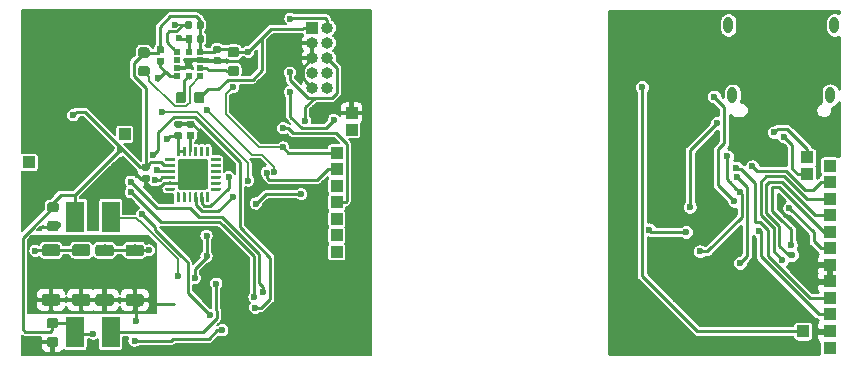
<source format=gbl>
G04 #@! TF.GenerationSoftware,KiCad,Pcbnew,5.1.2-f72e74a~84~ubuntu18.04.1*
G04 #@! TF.CreationDate,2019-06-03T11:10:06+01:00*
G04 #@! TF.ProjectId,HealthMonitor,4865616c-7468-44d6-9f6e-69746f722e6b,rev?*
G04 #@! TF.SameCoordinates,Original*
G04 #@! TF.FileFunction,Copper,L2,Bot*
G04 #@! TF.FilePolarity,Positive*
%FSLAX46Y46*%
G04 Gerber Fmt 4.6, Leading zero omitted, Abs format (unit mm)*
G04 Created by KiCad (PCBNEW 5.1.2-f72e74a~84~ubuntu18.04.1) date 2019-06-03 11:10:06*
%MOMM*%
%LPD*%
G04 APERTURE LIST*
%ADD10O,0.800000X1.400000*%
%ADD11R,1.000000X1.000000*%
%ADD12C,0.100000*%
%ADD13C,2.600000*%
%ADD14C,0.250000*%
%ADD15C,1.000000*%
%ADD16C,0.590000*%
%ADD17C,0.875000*%
%ADD18O,1.000000X1.000000*%
%ADD19R,0.630000X0.500000*%
%ADD20R,0.500000X0.630000*%
%ADD21R,1.500000X2.600000*%
%ADD22C,0.600000*%
%ADD23C,0.250000*%
%ADD24C,0.150000*%
%ADD25C,0.254000*%
%ADD26C,0.200000*%
G04 APERTURE END LIST*
D10*
X169170000Y-101675000D03*
X160190000Y-101675000D03*
X160550000Y-107625000D03*
X168810000Y-107625000D03*
D11*
X109100000Y-110930000D03*
X101010000Y-113310000D03*
D12*
G36*
X115949505Y-113015123D02*
G01*
X115973774Y-113018723D01*
X115997572Y-113024684D01*
X116020672Y-113032949D01*
X116042850Y-113043439D01*
X116063894Y-113056052D01*
X116083599Y-113070666D01*
X116101778Y-113087142D01*
X116118254Y-113105321D01*
X116132868Y-113125026D01*
X116145481Y-113146070D01*
X116155971Y-113168248D01*
X116164236Y-113191348D01*
X116170197Y-113215146D01*
X116173797Y-113239415D01*
X116175001Y-113263919D01*
X116175001Y-115363919D01*
X116173797Y-115388423D01*
X116170197Y-115412692D01*
X116164236Y-115436490D01*
X116155971Y-115459590D01*
X116145481Y-115481768D01*
X116132868Y-115502812D01*
X116118254Y-115522517D01*
X116101778Y-115540696D01*
X116083599Y-115557172D01*
X116063894Y-115571786D01*
X116042850Y-115584399D01*
X116020672Y-115594889D01*
X115997572Y-115603154D01*
X115973774Y-115609115D01*
X115949505Y-115612715D01*
X115925001Y-115613919D01*
X113825001Y-115613919D01*
X113800497Y-115612715D01*
X113776228Y-115609115D01*
X113752430Y-115603154D01*
X113729330Y-115594889D01*
X113707152Y-115584399D01*
X113686108Y-115571786D01*
X113666403Y-115557172D01*
X113648224Y-115540696D01*
X113631748Y-115522517D01*
X113617134Y-115502812D01*
X113604521Y-115481768D01*
X113594031Y-115459590D01*
X113585766Y-115436490D01*
X113579805Y-115412692D01*
X113576205Y-115388423D01*
X113575001Y-115363919D01*
X113575001Y-113263919D01*
X113576205Y-113239415D01*
X113579805Y-113215146D01*
X113585766Y-113191348D01*
X113594031Y-113168248D01*
X113604521Y-113146070D01*
X113617134Y-113125026D01*
X113631748Y-113105321D01*
X113648224Y-113087142D01*
X113666403Y-113070666D01*
X113686108Y-113056052D01*
X113707152Y-113043439D01*
X113729330Y-113032949D01*
X113752430Y-113024684D01*
X113776228Y-113018723D01*
X113800497Y-113015123D01*
X113825001Y-113013919D01*
X115925001Y-113013919D01*
X115949505Y-113015123D01*
X115949505Y-113015123D01*
G37*
D13*
X114875001Y-114313919D03*
D12*
G36*
X113293627Y-115439220D02*
G01*
X113299694Y-115440120D01*
X113305644Y-115441610D01*
X113311419Y-115443677D01*
X113316963Y-115446299D01*
X113322224Y-115449452D01*
X113327151Y-115453106D01*
X113331695Y-115457225D01*
X113335814Y-115461769D01*
X113339468Y-115466696D01*
X113342621Y-115471957D01*
X113345243Y-115477501D01*
X113347310Y-115483276D01*
X113348800Y-115489226D01*
X113349700Y-115495293D01*
X113350001Y-115501419D01*
X113350001Y-115626419D01*
X113349700Y-115632545D01*
X113348800Y-115638612D01*
X113347310Y-115644562D01*
X113345243Y-115650337D01*
X113342621Y-115655881D01*
X113339468Y-115661142D01*
X113335814Y-115666069D01*
X113331695Y-115670613D01*
X113327151Y-115674732D01*
X113322224Y-115678386D01*
X113316963Y-115681539D01*
X113311419Y-115684161D01*
X113305644Y-115686228D01*
X113299694Y-115687718D01*
X113293627Y-115688618D01*
X113287501Y-115688919D01*
X112587501Y-115688919D01*
X112581375Y-115688618D01*
X112575308Y-115687718D01*
X112569358Y-115686228D01*
X112563583Y-115684161D01*
X112558039Y-115681539D01*
X112552778Y-115678386D01*
X112547851Y-115674732D01*
X112543307Y-115670613D01*
X112539188Y-115666069D01*
X112535534Y-115661142D01*
X112532381Y-115655881D01*
X112529759Y-115650337D01*
X112527692Y-115644562D01*
X112526202Y-115638612D01*
X112525302Y-115632545D01*
X112525001Y-115626419D01*
X112525001Y-115501419D01*
X112525302Y-115495293D01*
X112526202Y-115489226D01*
X112527692Y-115483276D01*
X112529759Y-115477501D01*
X112532381Y-115471957D01*
X112535534Y-115466696D01*
X112539188Y-115461769D01*
X112543307Y-115457225D01*
X112547851Y-115453106D01*
X112552778Y-115449452D01*
X112558039Y-115446299D01*
X112563583Y-115443677D01*
X112569358Y-115441610D01*
X112575308Y-115440120D01*
X112581375Y-115439220D01*
X112587501Y-115438919D01*
X113287501Y-115438919D01*
X113293627Y-115439220D01*
X113293627Y-115439220D01*
G37*
D14*
X112937501Y-115563919D03*
D12*
G36*
X113293627Y-114939220D02*
G01*
X113299694Y-114940120D01*
X113305644Y-114941610D01*
X113311419Y-114943677D01*
X113316963Y-114946299D01*
X113322224Y-114949452D01*
X113327151Y-114953106D01*
X113331695Y-114957225D01*
X113335814Y-114961769D01*
X113339468Y-114966696D01*
X113342621Y-114971957D01*
X113345243Y-114977501D01*
X113347310Y-114983276D01*
X113348800Y-114989226D01*
X113349700Y-114995293D01*
X113350001Y-115001419D01*
X113350001Y-115126419D01*
X113349700Y-115132545D01*
X113348800Y-115138612D01*
X113347310Y-115144562D01*
X113345243Y-115150337D01*
X113342621Y-115155881D01*
X113339468Y-115161142D01*
X113335814Y-115166069D01*
X113331695Y-115170613D01*
X113327151Y-115174732D01*
X113322224Y-115178386D01*
X113316963Y-115181539D01*
X113311419Y-115184161D01*
X113305644Y-115186228D01*
X113299694Y-115187718D01*
X113293627Y-115188618D01*
X113287501Y-115188919D01*
X112587501Y-115188919D01*
X112581375Y-115188618D01*
X112575308Y-115187718D01*
X112569358Y-115186228D01*
X112563583Y-115184161D01*
X112558039Y-115181539D01*
X112552778Y-115178386D01*
X112547851Y-115174732D01*
X112543307Y-115170613D01*
X112539188Y-115166069D01*
X112535534Y-115161142D01*
X112532381Y-115155881D01*
X112529759Y-115150337D01*
X112527692Y-115144562D01*
X112526202Y-115138612D01*
X112525302Y-115132545D01*
X112525001Y-115126419D01*
X112525001Y-115001419D01*
X112525302Y-114995293D01*
X112526202Y-114989226D01*
X112527692Y-114983276D01*
X112529759Y-114977501D01*
X112532381Y-114971957D01*
X112535534Y-114966696D01*
X112539188Y-114961769D01*
X112543307Y-114957225D01*
X112547851Y-114953106D01*
X112552778Y-114949452D01*
X112558039Y-114946299D01*
X112563583Y-114943677D01*
X112569358Y-114941610D01*
X112575308Y-114940120D01*
X112581375Y-114939220D01*
X112587501Y-114938919D01*
X113287501Y-114938919D01*
X113293627Y-114939220D01*
X113293627Y-114939220D01*
G37*
D14*
X112937501Y-115063919D03*
D12*
G36*
X113293627Y-114439220D02*
G01*
X113299694Y-114440120D01*
X113305644Y-114441610D01*
X113311419Y-114443677D01*
X113316963Y-114446299D01*
X113322224Y-114449452D01*
X113327151Y-114453106D01*
X113331695Y-114457225D01*
X113335814Y-114461769D01*
X113339468Y-114466696D01*
X113342621Y-114471957D01*
X113345243Y-114477501D01*
X113347310Y-114483276D01*
X113348800Y-114489226D01*
X113349700Y-114495293D01*
X113350001Y-114501419D01*
X113350001Y-114626419D01*
X113349700Y-114632545D01*
X113348800Y-114638612D01*
X113347310Y-114644562D01*
X113345243Y-114650337D01*
X113342621Y-114655881D01*
X113339468Y-114661142D01*
X113335814Y-114666069D01*
X113331695Y-114670613D01*
X113327151Y-114674732D01*
X113322224Y-114678386D01*
X113316963Y-114681539D01*
X113311419Y-114684161D01*
X113305644Y-114686228D01*
X113299694Y-114687718D01*
X113293627Y-114688618D01*
X113287501Y-114688919D01*
X112587501Y-114688919D01*
X112581375Y-114688618D01*
X112575308Y-114687718D01*
X112569358Y-114686228D01*
X112563583Y-114684161D01*
X112558039Y-114681539D01*
X112552778Y-114678386D01*
X112547851Y-114674732D01*
X112543307Y-114670613D01*
X112539188Y-114666069D01*
X112535534Y-114661142D01*
X112532381Y-114655881D01*
X112529759Y-114650337D01*
X112527692Y-114644562D01*
X112526202Y-114638612D01*
X112525302Y-114632545D01*
X112525001Y-114626419D01*
X112525001Y-114501419D01*
X112525302Y-114495293D01*
X112526202Y-114489226D01*
X112527692Y-114483276D01*
X112529759Y-114477501D01*
X112532381Y-114471957D01*
X112535534Y-114466696D01*
X112539188Y-114461769D01*
X112543307Y-114457225D01*
X112547851Y-114453106D01*
X112552778Y-114449452D01*
X112558039Y-114446299D01*
X112563583Y-114443677D01*
X112569358Y-114441610D01*
X112575308Y-114440120D01*
X112581375Y-114439220D01*
X112587501Y-114438919D01*
X113287501Y-114438919D01*
X113293627Y-114439220D01*
X113293627Y-114439220D01*
G37*
D14*
X112937501Y-114563919D03*
D12*
G36*
X113293627Y-113939220D02*
G01*
X113299694Y-113940120D01*
X113305644Y-113941610D01*
X113311419Y-113943677D01*
X113316963Y-113946299D01*
X113322224Y-113949452D01*
X113327151Y-113953106D01*
X113331695Y-113957225D01*
X113335814Y-113961769D01*
X113339468Y-113966696D01*
X113342621Y-113971957D01*
X113345243Y-113977501D01*
X113347310Y-113983276D01*
X113348800Y-113989226D01*
X113349700Y-113995293D01*
X113350001Y-114001419D01*
X113350001Y-114126419D01*
X113349700Y-114132545D01*
X113348800Y-114138612D01*
X113347310Y-114144562D01*
X113345243Y-114150337D01*
X113342621Y-114155881D01*
X113339468Y-114161142D01*
X113335814Y-114166069D01*
X113331695Y-114170613D01*
X113327151Y-114174732D01*
X113322224Y-114178386D01*
X113316963Y-114181539D01*
X113311419Y-114184161D01*
X113305644Y-114186228D01*
X113299694Y-114187718D01*
X113293627Y-114188618D01*
X113287501Y-114188919D01*
X112587501Y-114188919D01*
X112581375Y-114188618D01*
X112575308Y-114187718D01*
X112569358Y-114186228D01*
X112563583Y-114184161D01*
X112558039Y-114181539D01*
X112552778Y-114178386D01*
X112547851Y-114174732D01*
X112543307Y-114170613D01*
X112539188Y-114166069D01*
X112535534Y-114161142D01*
X112532381Y-114155881D01*
X112529759Y-114150337D01*
X112527692Y-114144562D01*
X112526202Y-114138612D01*
X112525302Y-114132545D01*
X112525001Y-114126419D01*
X112525001Y-114001419D01*
X112525302Y-113995293D01*
X112526202Y-113989226D01*
X112527692Y-113983276D01*
X112529759Y-113977501D01*
X112532381Y-113971957D01*
X112535534Y-113966696D01*
X112539188Y-113961769D01*
X112543307Y-113957225D01*
X112547851Y-113953106D01*
X112552778Y-113949452D01*
X112558039Y-113946299D01*
X112563583Y-113943677D01*
X112569358Y-113941610D01*
X112575308Y-113940120D01*
X112581375Y-113939220D01*
X112587501Y-113938919D01*
X113287501Y-113938919D01*
X113293627Y-113939220D01*
X113293627Y-113939220D01*
G37*
D14*
X112937501Y-114063919D03*
D12*
G36*
X113293627Y-113439220D02*
G01*
X113299694Y-113440120D01*
X113305644Y-113441610D01*
X113311419Y-113443677D01*
X113316963Y-113446299D01*
X113322224Y-113449452D01*
X113327151Y-113453106D01*
X113331695Y-113457225D01*
X113335814Y-113461769D01*
X113339468Y-113466696D01*
X113342621Y-113471957D01*
X113345243Y-113477501D01*
X113347310Y-113483276D01*
X113348800Y-113489226D01*
X113349700Y-113495293D01*
X113350001Y-113501419D01*
X113350001Y-113626419D01*
X113349700Y-113632545D01*
X113348800Y-113638612D01*
X113347310Y-113644562D01*
X113345243Y-113650337D01*
X113342621Y-113655881D01*
X113339468Y-113661142D01*
X113335814Y-113666069D01*
X113331695Y-113670613D01*
X113327151Y-113674732D01*
X113322224Y-113678386D01*
X113316963Y-113681539D01*
X113311419Y-113684161D01*
X113305644Y-113686228D01*
X113299694Y-113687718D01*
X113293627Y-113688618D01*
X113287501Y-113688919D01*
X112587501Y-113688919D01*
X112581375Y-113688618D01*
X112575308Y-113687718D01*
X112569358Y-113686228D01*
X112563583Y-113684161D01*
X112558039Y-113681539D01*
X112552778Y-113678386D01*
X112547851Y-113674732D01*
X112543307Y-113670613D01*
X112539188Y-113666069D01*
X112535534Y-113661142D01*
X112532381Y-113655881D01*
X112529759Y-113650337D01*
X112527692Y-113644562D01*
X112526202Y-113638612D01*
X112525302Y-113632545D01*
X112525001Y-113626419D01*
X112525001Y-113501419D01*
X112525302Y-113495293D01*
X112526202Y-113489226D01*
X112527692Y-113483276D01*
X112529759Y-113477501D01*
X112532381Y-113471957D01*
X112535534Y-113466696D01*
X112539188Y-113461769D01*
X112543307Y-113457225D01*
X112547851Y-113453106D01*
X112552778Y-113449452D01*
X112558039Y-113446299D01*
X112563583Y-113443677D01*
X112569358Y-113441610D01*
X112575308Y-113440120D01*
X112581375Y-113439220D01*
X112587501Y-113438919D01*
X113287501Y-113438919D01*
X113293627Y-113439220D01*
X113293627Y-113439220D01*
G37*
D14*
X112937501Y-113563919D03*
D12*
G36*
X113293627Y-112939220D02*
G01*
X113299694Y-112940120D01*
X113305644Y-112941610D01*
X113311419Y-112943677D01*
X113316963Y-112946299D01*
X113322224Y-112949452D01*
X113327151Y-112953106D01*
X113331695Y-112957225D01*
X113335814Y-112961769D01*
X113339468Y-112966696D01*
X113342621Y-112971957D01*
X113345243Y-112977501D01*
X113347310Y-112983276D01*
X113348800Y-112989226D01*
X113349700Y-112995293D01*
X113350001Y-113001419D01*
X113350001Y-113126419D01*
X113349700Y-113132545D01*
X113348800Y-113138612D01*
X113347310Y-113144562D01*
X113345243Y-113150337D01*
X113342621Y-113155881D01*
X113339468Y-113161142D01*
X113335814Y-113166069D01*
X113331695Y-113170613D01*
X113327151Y-113174732D01*
X113322224Y-113178386D01*
X113316963Y-113181539D01*
X113311419Y-113184161D01*
X113305644Y-113186228D01*
X113299694Y-113187718D01*
X113293627Y-113188618D01*
X113287501Y-113188919D01*
X112587501Y-113188919D01*
X112581375Y-113188618D01*
X112575308Y-113187718D01*
X112569358Y-113186228D01*
X112563583Y-113184161D01*
X112558039Y-113181539D01*
X112552778Y-113178386D01*
X112547851Y-113174732D01*
X112543307Y-113170613D01*
X112539188Y-113166069D01*
X112535534Y-113161142D01*
X112532381Y-113155881D01*
X112529759Y-113150337D01*
X112527692Y-113144562D01*
X112526202Y-113138612D01*
X112525302Y-113132545D01*
X112525001Y-113126419D01*
X112525001Y-113001419D01*
X112525302Y-112995293D01*
X112526202Y-112989226D01*
X112527692Y-112983276D01*
X112529759Y-112977501D01*
X112532381Y-112971957D01*
X112535534Y-112966696D01*
X112539188Y-112961769D01*
X112543307Y-112957225D01*
X112547851Y-112953106D01*
X112552778Y-112949452D01*
X112558039Y-112946299D01*
X112563583Y-112943677D01*
X112569358Y-112941610D01*
X112575308Y-112940120D01*
X112581375Y-112939220D01*
X112587501Y-112938919D01*
X113287501Y-112938919D01*
X113293627Y-112939220D01*
X113293627Y-112939220D01*
G37*
D14*
X112937501Y-113063919D03*
D12*
G36*
X113693627Y-111964220D02*
G01*
X113699694Y-111965120D01*
X113705644Y-111966610D01*
X113711419Y-111968677D01*
X113716963Y-111971299D01*
X113722224Y-111974452D01*
X113727151Y-111978106D01*
X113731695Y-111982225D01*
X113735814Y-111986769D01*
X113739468Y-111991696D01*
X113742621Y-111996957D01*
X113745243Y-112002501D01*
X113747310Y-112008276D01*
X113748800Y-112014226D01*
X113749700Y-112020293D01*
X113750001Y-112026419D01*
X113750001Y-112726419D01*
X113749700Y-112732545D01*
X113748800Y-112738612D01*
X113747310Y-112744562D01*
X113745243Y-112750337D01*
X113742621Y-112755881D01*
X113739468Y-112761142D01*
X113735814Y-112766069D01*
X113731695Y-112770613D01*
X113727151Y-112774732D01*
X113722224Y-112778386D01*
X113716963Y-112781539D01*
X113711419Y-112784161D01*
X113705644Y-112786228D01*
X113699694Y-112787718D01*
X113693627Y-112788618D01*
X113687501Y-112788919D01*
X113562501Y-112788919D01*
X113556375Y-112788618D01*
X113550308Y-112787718D01*
X113544358Y-112786228D01*
X113538583Y-112784161D01*
X113533039Y-112781539D01*
X113527778Y-112778386D01*
X113522851Y-112774732D01*
X113518307Y-112770613D01*
X113514188Y-112766069D01*
X113510534Y-112761142D01*
X113507381Y-112755881D01*
X113504759Y-112750337D01*
X113502692Y-112744562D01*
X113501202Y-112738612D01*
X113500302Y-112732545D01*
X113500001Y-112726419D01*
X113500001Y-112026419D01*
X113500302Y-112020293D01*
X113501202Y-112014226D01*
X113502692Y-112008276D01*
X113504759Y-112002501D01*
X113507381Y-111996957D01*
X113510534Y-111991696D01*
X113514188Y-111986769D01*
X113518307Y-111982225D01*
X113522851Y-111978106D01*
X113527778Y-111974452D01*
X113533039Y-111971299D01*
X113538583Y-111968677D01*
X113544358Y-111966610D01*
X113550308Y-111965120D01*
X113556375Y-111964220D01*
X113562501Y-111963919D01*
X113687501Y-111963919D01*
X113693627Y-111964220D01*
X113693627Y-111964220D01*
G37*
D14*
X113625001Y-112376419D03*
D12*
G36*
X114193627Y-111964220D02*
G01*
X114199694Y-111965120D01*
X114205644Y-111966610D01*
X114211419Y-111968677D01*
X114216963Y-111971299D01*
X114222224Y-111974452D01*
X114227151Y-111978106D01*
X114231695Y-111982225D01*
X114235814Y-111986769D01*
X114239468Y-111991696D01*
X114242621Y-111996957D01*
X114245243Y-112002501D01*
X114247310Y-112008276D01*
X114248800Y-112014226D01*
X114249700Y-112020293D01*
X114250001Y-112026419D01*
X114250001Y-112726419D01*
X114249700Y-112732545D01*
X114248800Y-112738612D01*
X114247310Y-112744562D01*
X114245243Y-112750337D01*
X114242621Y-112755881D01*
X114239468Y-112761142D01*
X114235814Y-112766069D01*
X114231695Y-112770613D01*
X114227151Y-112774732D01*
X114222224Y-112778386D01*
X114216963Y-112781539D01*
X114211419Y-112784161D01*
X114205644Y-112786228D01*
X114199694Y-112787718D01*
X114193627Y-112788618D01*
X114187501Y-112788919D01*
X114062501Y-112788919D01*
X114056375Y-112788618D01*
X114050308Y-112787718D01*
X114044358Y-112786228D01*
X114038583Y-112784161D01*
X114033039Y-112781539D01*
X114027778Y-112778386D01*
X114022851Y-112774732D01*
X114018307Y-112770613D01*
X114014188Y-112766069D01*
X114010534Y-112761142D01*
X114007381Y-112755881D01*
X114004759Y-112750337D01*
X114002692Y-112744562D01*
X114001202Y-112738612D01*
X114000302Y-112732545D01*
X114000001Y-112726419D01*
X114000001Y-112026419D01*
X114000302Y-112020293D01*
X114001202Y-112014226D01*
X114002692Y-112008276D01*
X114004759Y-112002501D01*
X114007381Y-111996957D01*
X114010534Y-111991696D01*
X114014188Y-111986769D01*
X114018307Y-111982225D01*
X114022851Y-111978106D01*
X114027778Y-111974452D01*
X114033039Y-111971299D01*
X114038583Y-111968677D01*
X114044358Y-111966610D01*
X114050308Y-111965120D01*
X114056375Y-111964220D01*
X114062501Y-111963919D01*
X114187501Y-111963919D01*
X114193627Y-111964220D01*
X114193627Y-111964220D01*
G37*
D14*
X114125001Y-112376419D03*
D12*
G36*
X114693627Y-111964220D02*
G01*
X114699694Y-111965120D01*
X114705644Y-111966610D01*
X114711419Y-111968677D01*
X114716963Y-111971299D01*
X114722224Y-111974452D01*
X114727151Y-111978106D01*
X114731695Y-111982225D01*
X114735814Y-111986769D01*
X114739468Y-111991696D01*
X114742621Y-111996957D01*
X114745243Y-112002501D01*
X114747310Y-112008276D01*
X114748800Y-112014226D01*
X114749700Y-112020293D01*
X114750001Y-112026419D01*
X114750001Y-112726419D01*
X114749700Y-112732545D01*
X114748800Y-112738612D01*
X114747310Y-112744562D01*
X114745243Y-112750337D01*
X114742621Y-112755881D01*
X114739468Y-112761142D01*
X114735814Y-112766069D01*
X114731695Y-112770613D01*
X114727151Y-112774732D01*
X114722224Y-112778386D01*
X114716963Y-112781539D01*
X114711419Y-112784161D01*
X114705644Y-112786228D01*
X114699694Y-112787718D01*
X114693627Y-112788618D01*
X114687501Y-112788919D01*
X114562501Y-112788919D01*
X114556375Y-112788618D01*
X114550308Y-112787718D01*
X114544358Y-112786228D01*
X114538583Y-112784161D01*
X114533039Y-112781539D01*
X114527778Y-112778386D01*
X114522851Y-112774732D01*
X114518307Y-112770613D01*
X114514188Y-112766069D01*
X114510534Y-112761142D01*
X114507381Y-112755881D01*
X114504759Y-112750337D01*
X114502692Y-112744562D01*
X114501202Y-112738612D01*
X114500302Y-112732545D01*
X114500001Y-112726419D01*
X114500001Y-112026419D01*
X114500302Y-112020293D01*
X114501202Y-112014226D01*
X114502692Y-112008276D01*
X114504759Y-112002501D01*
X114507381Y-111996957D01*
X114510534Y-111991696D01*
X114514188Y-111986769D01*
X114518307Y-111982225D01*
X114522851Y-111978106D01*
X114527778Y-111974452D01*
X114533039Y-111971299D01*
X114538583Y-111968677D01*
X114544358Y-111966610D01*
X114550308Y-111965120D01*
X114556375Y-111964220D01*
X114562501Y-111963919D01*
X114687501Y-111963919D01*
X114693627Y-111964220D01*
X114693627Y-111964220D01*
G37*
D14*
X114625001Y-112376419D03*
D12*
G36*
X115193627Y-111964220D02*
G01*
X115199694Y-111965120D01*
X115205644Y-111966610D01*
X115211419Y-111968677D01*
X115216963Y-111971299D01*
X115222224Y-111974452D01*
X115227151Y-111978106D01*
X115231695Y-111982225D01*
X115235814Y-111986769D01*
X115239468Y-111991696D01*
X115242621Y-111996957D01*
X115245243Y-112002501D01*
X115247310Y-112008276D01*
X115248800Y-112014226D01*
X115249700Y-112020293D01*
X115250001Y-112026419D01*
X115250001Y-112726419D01*
X115249700Y-112732545D01*
X115248800Y-112738612D01*
X115247310Y-112744562D01*
X115245243Y-112750337D01*
X115242621Y-112755881D01*
X115239468Y-112761142D01*
X115235814Y-112766069D01*
X115231695Y-112770613D01*
X115227151Y-112774732D01*
X115222224Y-112778386D01*
X115216963Y-112781539D01*
X115211419Y-112784161D01*
X115205644Y-112786228D01*
X115199694Y-112787718D01*
X115193627Y-112788618D01*
X115187501Y-112788919D01*
X115062501Y-112788919D01*
X115056375Y-112788618D01*
X115050308Y-112787718D01*
X115044358Y-112786228D01*
X115038583Y-112784161D01*
X115033039Y-112781539D01*
X115027778Y-112778386D01*
X115022851Y-112774732D01*
X115018307Y-112770613D01*
X115014188Y-112766069D01*
X115010534Y-112761142D01*
X115007381Y-112755881D01*
X115004759Y-112750337D01*
X115002692Y-112744562D01*
X115001202Y-112738612D01*
X115000302Y-112732545D01*
X115000001Y-112726419D01*
X115000001Y-112026419D01*
X115000302Y-112020293D01*
X115001202Y-112014226D01*
X115002692Y-112008276D01*
X115004759Y-112002501D01*
X115007381Y-111996957D01*
X115010534Y-111991696D01*
X115014188Y-111986769D01*
X115018307Y-111982225D01*
X115022851Y-111978106D01*
X115027778Y-111974452D01*
X115033039Y-111971299D01*
X115038583Y-111968677D01*
X115044358Y-111966610D01*
X115050308Y-111965120D01*
X115056375Y-111964220D01*
X115062501Y-111963919D01*
X115187501Y-111963919D01*
X115193627Y-111964220D01*
X115193627Y-111964220D01*
G37*
D14*
X115125001Y-112376419D03*
D12*
G36*
X115693627Y-111964220D02*
G01*
X115699694Y-111965120D01*
X115705644Y-111966610D01*
X115711419Y-111968677D01*
X115716963Y-111971299D01*
X115722224Y-111974452D01*
X115727151Y-111978106D01*
X115731695Y-111982225D01*
X115735814Y-111986769D01*
X115739468Y-111991696D01*
X115742621Y-111996957D01*
X115745243Y-112002501D01*
X115747310Y-112008276D01*
X115748800Y-112014226D01*
X115749700Y-112020293D01*
X115750001Y-112026419D01*
X115750001Y-112726419D01*
X115749700Y-112732545D01*
X115748800Y-112738612D01*
X115747310Y-112744562D01*
X115745243Y-112750337D01*
X115742621Y-112755881D01*
X115739468Y-112761142D01*
X115735814Y-112766069D01*
X115731695Y-112770613D01*
X115727151Y-112774732D01*
X115722224Y-112778386D01*
X115716963Y-112781539D01*
X115711419Y-112784161D01*
X115705644Y-112786228D01*
X115699694Y-112787718D01*
X115693627Y-112788618D01*
X115687501Y-112788919D01*
X115562501Y-112788919D01*
X115556375Y-112788618D01*
X115550308Y-112787718D01*
X115544358Y-112786228D01*
X115538583Y-112784161D01*
X115533039Y-112781539D01*
X115527778Y-112778386D01*
X115522851Y-112774732D01*
X115518307Y-112770613D01*
X115514188Y-112766069D01*
X115510534Y-112761142D01*
X115507381Y-112755881D01*
X115504759Y-112750337D01*
X115502692Y-112744562D01*
X115501202Y-112738612D01*
X115500302Y-112732545D01*
X115500001Y-112726419D01*
X115500001Y-112026419D01*
X115500302Y-112020293D01*
X115501202Y-112014226D01*
X115502692Y-112008276D01*
X115504759Y-112002501D01*
X115507381Y-111996957D01*
X115510534Y-111991696D01*
X115514188Y-111986769D01*
X115518307Y-111982225D01*
X115522851Y-111978106D01*
X115527778Y-111974452D01*
X115533039Y-111971299D01*
X115538583Y-111968677D01*
X115544358Y-111966610D01*
X115550308Y-111965120D01*
X115556375Y-111964220D01*
X115562501Y-111963919D01*
X115687501Y-111963919D01*
X115693627Y-111964220D01*
X115693627Y-111964220D01*
G37*
D14*
X115625001Y-112376419D03*
D12*
G36*
X116193627Y-111964220D02*
G01*
X116199694Y-111965120D01*
X116205644Y-111966610D01*
X116211419Y-111968677D01*
X116216963Y-111971299D01*
X116222224Y-111974452D01*
X116227151Y-111978106D01*
X116231695Y-111982225D01*
X116235814Y-111986769D01*
X116239468Y-111991696D01*
X116242621Y-111996957D01*
X116245243Y-112002501D01*
X116247310Y-112008276D01*
X116248800Y-112014226D01*
X116249700Y-112020293D01*
X116250001Y-112026419D01*
X116250001Y-112726419D01*
X116249700Y-112732545D01*
X116248800Y-112738612D01*
X116247310Y-112744562D01*
X116245243Y-112750337D01*
X116242621Y-112755881D01*
X116239468Y-112761142D01*
X116235814Y-112766069D01*
X116231695Y-112770613D01*
X116227151Y-112774732D01*
X116222224Y-112778386D01*
X116216963Y-112781539D01*
X116211419Y-112784161D01*
X116205644Y-112786228D01*
X116199694Y-112787718D01*
X116193627Y-112788618D01*
X116187501Y-112788919D01*
X116062501Y-112788919D01*
X116056375Y-112788618D01*
X116050308Y-112787718D01*
X116044358Y-112786228D01*
X116038583Y-112784161D01*
X116033039Y-112781539D01*
X116027778Y-112778386D01*
X116022851Y-112774732D01*
X116018307Y-112770613D01*
X116014188Y-112766069D01*
X116010534Y-112761142D01*
X116007381Y-112755881D01*
X116004759Y-112750337D01*
X116002692Y-112744562D01*
X116001202Y-112738612D01*
X116000302Y-112732545D01*
X116000001Y-112726419D01*
X116000001Y-112026419D01*
X116000302Y-112020293D01*
X116001202Y-112014226D01*
X116002692Y-112008276D01*
X116004759Y-112002501D01*
X116007381Y-111996957D01*
X116010534Y-111991696D01*
X116014188Y-111986769D01*
X116018307Y-111982225D01*
X116022851Y-111978106D01*
X116027778Y-111974452D01*
X116033039Y-111971299D01*
X116038583Y-111968677D01*
X116044358Y-111966610D01*
X116050308Y-111965120D01*
X116056375Y-111964220D01*
X116062501Y-111963919D01*
X116187501Y-111963919D01*
X116193627Y-111964220D01*
X116193627Y-111964220D01*
G37*
D14*
X116125001Y-112376419D03*
D12*
G36*
X117168627Y-112939220D02*
G01*
X117174694Y-112940120D01*
X117180644Y-112941610D01*
X117186419Y-112943677D01*
X117191963Y-112946299D01*
X117197224Y-112949452D01*
X117202151Y-112953106D01*
X117206695Y-112957225D01*
X117210814Y-112961769D01*
X117214468Y-112966696D01*
X117217621Y-112971957D01*
X117220243Y-112977501D01*
X117222310Y-112983276D01*
X117223800Y-112989226D01*
X117224700Y-112995293D01*
X117225001Y-113001419D01*
X117225001Y-113126419D01*
X117224700Y-113132545D01*
X117223800Y-113138612D01*
X117222310Y-113144562D01*
X117220243Y-113150337D01*
X117217621Y-113155881D01*
X117214468Y-113161142D01*
X117210814Y-113166069D01*
X117206695Y-113170613D01*
X117202151Y-113174732D01*
X117197224Y-113178386D01*
X117191963Y-113181539D01*
X117186419Y-113184161D01*
X117180644Y-113186228D01*
X117174694Y-113187718D01*
X117168627Y-113188618D01*
X117162501Y-113188919D01*
X116462501Y-113188919D01*
X116456375Y-113188618D01*
X116450308Y-113187718D01*
X116444358Y-113186228D01*
X116438583Y-113184161D01*
X116433039Y-113181539D01*
X116427778Y-113178386D01*
X116422851Y-113174732D01*
X116418307Y-113170613D01*
X116414188Y-113166069D01*
X116410534Y-113161142D01*
X116407381Y-113155881D01*
X116404759Y-113150337D01*
X116402692Y-113144562D01*
X116401202Y-113138612D01*
X116400302Y-113132545D01*
X116400001Y-113126419D01*
X116400001Y-113001419D01*
X116400302Y-112995293D01*
X116401202Y-112989226D01*
X116402692Y-112983276D01*
X116404759Y-112977501D01*
X116407381Y-112971957D01*
X116410534Y-112966696D01*
X116414188Y-112961769D01*
X116418307Y-112957225D01*
X116422851Y-112953106D01*
X116427778Y-112949452D01*
X116433039Y-112946299D01*
X116438583Y-112943677D01*
X116444358Y-112941610D01*
X116450308Y-112940120D01*
X116456375Y-112939220D01*
X116462501Y-112938919D01*
X117162501Y-112938919D01*
X117168627Y-112939220D01*
X117168627Y-112939220D01*
G37*
D14*
X116812501Y-113063919D03*
D12*
G36*
X117168627Y-113439220D02*
G01*
X117174694Y-113440120D01*
X117180644Y-113441610D01*
X117186419Y-113443677D01*
X117191963Y-113446299D01*
X117197224Y-113449452D01*
X117202151Y-113453106D01*
X117206695Y-113457225D01*
X117210814Y-113461769D01*
X117214468Y-113466696D01*
X117217621Y-113471957D01*
X117220243Y-113477501D01*
X117222310Y-113483276D01*
X117223800Y-113489226D01*
X117224700Y-113495293D01*
X117225001Y-113501419D01*
X117225001Y-113626419D01*
X117224700Y-113632545D01*
X117223800Y-113638612D01*
X117222310Y-113644562D01*
X117220243Y-113650337D01*
X117217621Y-113655881D01*
X117214468Y-113661142D01*
X117210814Y-113666069D01*
X117206695Y-113670613D01*
X117202151Y-113674732D01*
X117197224Y-113678386D01*
X117191963Y-113681539D01*
X117186419Y-113684161D01*
X117180644Y-113686228D01*
X117174694Y-113687718D01*
X117168627Y-113688618D01*
X117162501Y-113688919D01*
X116462501Y-113688919D01*
X116456375Y-113688618D01*
X116450308Y-113687718D01*
X116444358Y-113686228D01*
X116438583Y-113684161D01*
X116433039Y-113681539D01*
X116427778Y-113678386D01*
X116422851Y-113674732D01*
X116418307Y-113670613D01*
X116414188Y-113666069D01*
X116410534Y-113661142D01*
X116407381Y-113655881D01*
X116404759Y-113650337D01*
X116402692Y-113644562D01*
X116401202Y-113638612D01*
X116400302Y-113632545D01*
X116400001Y-113626419D01*
X116400001Y-113501419D01*
X116400302Y-113495293D01*
X116401202Y-113489226D01*
X116402692Y-113483276D01*
X116404759Y-113477501D01*
X116407381Y-113471957D01*
X116410534Y-113466696D01*
X116414188Y-113461769D01*
X116418307Y-113457225D01*
X116422851Y-113453106D01*
X116427778Y-113449452D01*
X116433039Y-113446299D01*
X116438583Y-113443677D01*
X116444358Y-113441610D01*
X116450308Y-113440120D01*
X116456375Y-113439220D01*
X116462501Y-113438919D01*
X117162501Y-113438919D01*
X117168627Y-113439220D01*
X117168627Y-113439220D01*
G37*
D14*
X116812501Y-113563919D03*
D12*
G36*
X117168627Y-113939220D02*
G01*
X117174694Y-113940120D01*
X117180644Y-113941610D01*
X117186419Y-113943677D01*
X117191963Y-113946299D01*
X117197224Y-113949452D01*
X117202151Y-113953106D01*
X117206695Y-113957225D01*
X117210814Y-113961769D01*
X117214468Y-113966696D01*
X117217621Y-113971957D01*
X117220243Y-113977501D01*
X117222310Y-113983276D01*
X117223800Y-113989226D01*
X117224700Y-113995293D01*
X117225001Y-114001419D01*
X117225001Y-114126419D01*
X117224700Y-114132545D01*
X117223800Y-114138612D01*
X117222310Y-114144562D01*
X117220243Y-114150337D01*
X117217621Y-114155881D01*
X117214468Y-114161142D01*
X117210814Y-114166069D01*
X117206695Y-114170613D01*
X117202151Y-114174732D01*
X117197224Y-114178386D01*
X117191963Y-114181539D01*
X117186419Y-114184161D01*
X117180644Y-114186228D01*
X117174694Y-114187718D01*
X117168627Y-114188618D01*
X117162501Y-114188919D01*
X116462501Y-114188919D01*
X116456375Y-114188618D01*
X116450308Y-114187718D01*
X116444358Y-114186228D01*
X116438583Y-114184161D01*
X116433039Y-114181539D01*
X116427778Y-114178386D01*
X116422851Y-114174732D01*
X116418307Y-114170613D01*
X116414188Y-114166069D01*
X116410534Y-114161142D01*
X116407381Y-114155881D01*
X116404759Y-114150337D01*
X116402692Y-114144562D01*
X116401202Y-114138612D01*
X116400302Y-114132545D01*
X116400001Y-114126419D01*
X116400001Y-114001419D01*
X116400302Y-113995293D01*
X116401202Y-113989226D01*
X116402692Y-113983276D01*
X116404759Y-113977501D01*
X116407381Y-113971957D01*
X116410534Y-113966696D01*
X116414188Y-113961769D01*
X116418307Y-113957225D01*
X116422851Y-113953106D01*
X116427778Y-113949452D01*
X116433039Y-113946299D01*
X116438583Y-113943677D01*
X116444358Y-113941610D01*
X116450308Y-113940120D01*
X116456375Y-113939220D01*
X116462501Y-113938919D01*
X117162501Y-113938919D01*
X117168627Y-113939220D01*
X117168627Y-113939220D01*
G37*
D14*
X116812501Y-114063919D03*
D12*
G36*
X117168627Y-114439220D02*
G01*
X117174694Y-114440120D01*
X117180644Y-114441610D01*
X117186419Y-114443677D01*
X117191963Y-114446299D01*
X117197224Y-114449452D01*
X117202151Y-114453106D01*
X117206695Y-114457225D01*
X117210814Y-114461769D01*
X117214468Y-114466696D01*
X117217621Y-114471957D01*
X117220243Y-114477501D01*
X117222310Y-114483276D01*
X117223800Y-114489226D01*
X117224700Y-114495293D01*
X117225001Y-114501419D01*
X117225001Y-114626419D01*
X117224700Y-114632545D01*
X117223800Y-114638612D01*
X117222310Y-114644562D01*
X117220243Y-114650337D01*
X117217621Y-114655881D01*
X117214468Y-114661142D01*
X117210814Y-114666069D01*
X117206695Y-114670613D01*
X117202151Y-114674732D01*
X117197224Y-114678386D01*
X117191963Y-114681539D01*
X117186419Y-114684161D01*
X117180644Y-114686228D01*
X117174694Y-114687718D01*
X117168627Y-114688618D01*
X117162501Y-114688919D01*
X116462501Y-114688919D01*
X116456375Y-114688618D01*
X116450308Y-114687718D01*
X116444358Y-114686228D01*
X116438583Y-114684161D01*
X116433039Y-114681539D01*
X116427778Y-114678386D01*
X116422851Y-114674732D01*
X116418307Y-114670613D01*
X116414188Y-114666069D01*
X116410534Y-114661142D01*
X116407381Y-114655881D01*
X116404759Y-114650337D01*
X116402692Y-114644562D01*
X116401202Y-114638612D01*
X116400302Y-114632545D01*
X116400001Y-114626419D01*
X116400001Y-114501419D01*
X116400302Y-114495293D01*
X116401202Y-114489226D01*
X116402692Y-114483276D01*
X116404759Y-114477501D01*
X116407381Y-114471957D01*
X116410534Y-114466696D01*
X116414188Y-114461769D01*
X116418307Y-114457225D01*
X116422851Y-114453106D01*
X116427778Y-114449452D01*
X116433039Y-114446299D01*
X116438583Y-114443677D01*
X116444358Y-114441610D01*
X116450308Y-114440120D01*
X116456375Y-114439220D01*
X116462501Y-114438919D01*
X117162501Y-114438919D01*
X117168627Y-114439220D01*
X117168627Y-114439220D01*
G37*
D14*
X116812501Y-114563919D03*
D12*
G36*
X117168627Y-114939220D02*
G01*
X117174694Y-114940120D01*
X117180644Y-114941610D01*
X117186419Y-114943677D01*
X117191963Y-114946299D01*
X117197224Y-114949452D01*
X117202151Y-114953106D01*
X117206695Y-114957225D01*
X117210814Y-114961769D01*
X117214468Y-114966696D01*
X117217621Y-114971957D01*
X117220243Y-114977501D01*
X117222310Y-114983276D01*
X117223800Y-114989226D01*
X117224700Y-114995293D01*
X117225001Y-115001419D01*
X117225001Y-115126419D01*
X117224700Y-115132545D01*
X117223800Y-115138612D01*
X117222310Y-115144562D01*
X117220243Y-115150337D01*
X117217621Y-115155881D01*
X117214468Y-115161142D01*
X117210814Y-115166069D01*
X117206695Y-115170613D01*
X117202151Y-115174732D01*
X117197224Y-115178386D01*
X117191963Y-115181539D01*
X117186419Y-115184161D01*
X117180644Y-115186228D01*
X117174694Y-115187718D01*
X117168627Y-115188618D01*
X117162501Y-115188919D01*
X116462501Y-115188919D01*
X116456375Y-115188618D01*
X116450308Y-115187718D01*
X116444358Y-115186228D01*
X116438583Y-115184161D01*
X116433039Y-115181539D01*
X116427778Y-115178386D01*
X116422851Y-115174732D01*
X116418307Y-115170613D01*
X116414188Y-115166069D01*
X116410534Y-115161142D01*
X116407381Y-115155881D01*
X116404759Y-115150337D01*
X116402692Y-115144562D01*
X116401202Y-115138612D01*
X116400302Y-115132545D01*
X116400001Y-115126419D01*
X116400001Y-115001419D01*
X116400302Y-114995293D01*
X116401202Y-114989226D01*
X116402692Y-114983276D01*
X116404759Y-114977501D01*
X116407381Y-114971957D01*
X116410534Y-114966696D01*
X116414188Y-114961769D01*
X116418307Y-114957225D01*
X116422851Y-114953106D01*
X116427778Y-114949452D01*
X116433039Y-114946299D01*
X116438583Y-114943677D01*
X116444358Y-114941610D01*
X116450308Y-114940120D01*
X116456375Y-114939220D01*
X116462501Y-114938919D01*
X117162501Y-114938919D01*
X117168627Y-114939220D01*
X117168627Y-114939220D01*
G37*
D14*
X116812501Y-115063919D03*
D12*
G36*
X117168627Y-115439220D02*
G01*
X117174694Y-115440120D01*
X117180644Y-115441610D01*
X117186419Y-115443677D01*
X117191963Y-115446299D01*
X117197224Y-115449452D01*
X117202151Y-115453106D01*
X117206695Y-115457225D01*
X117210814Y-115461769D01*
X117214468Y-115466696D01*
X117217621Y-115471957D01*
X117220243Y-115477501D01*
X117222310Y-115483276D01*
X117223800Y-115489226D01*
X117224700Y-115495293D01*
X117225001Y-115501419D01*
X117225001Y-115626419D01*
X117224700Y-115632545D01*
X117223800Y-115638612D01*
X117222310Y-115644562D01*
X117220243Y-115650337D01*
X117217621Y-115655881D01*
X117214468Y-115661142D01*
X117210814Y-115666069D01*
X117206695Y-115670613D01*
X117202151Y-115674732D01*
X117197224Y-115678386D01*
X117191963Y-115681539D01*
X117186419Y-115684161D01*
X117180644Y-115686228D01*
X117174694Y-115687718D01*
X117168627Y-115688618D01*
X117162501Y-115688919D01*
X116462501Y-115688919D01*
X116456375Y-115688618D01*
X116450308Y-115687718D01*
X116444358Y-115686228D01*
X116438583Y-115684161D01*
X116433039Y-115681539D01*
X116427778Y-115678386D01*
X116422851Y-115674732D01*
X116418307Y-115670613D01*
X116414188Y-115666069D01*
X116410534Y-115661142D01*
X116407381Y-115655881D01*
X116404759Y-115650337D01*
X116402692Y-115644562D01*
X116401202Y-115638612D01*
X116400302Y-115632545D01*
X116400001Y-115626419D01*
X116400001Y-115501419D01*
X116400302Y-115495293D01*
X116401202Y-115489226D01*
X116402692Y-115483276D01*
X116404759Y-115477501D01*
X116407381Y-115471957D01*
X116410534Y-115466696D01*
X116414188Y-115461769D01*
X116418307Y-115457225D01*
X116422851Y-115453106D01*
X116427778Y-115449452D01*
X116433039Y-115446299D01*
X116438583Y-115443677D01*
X116444358Y-115441610D01*
X116450308Y-115440120D01*
X116456375Y-115439220D01*
X116462501Y-115438919D01*
X117162501Y-115438919D01*
X117168627Y-115439220D01*
X117168627Y-115439220D01*
G37*
D14*
X116812501Y-115563919D03*
D12*
G36*
X116193627Y-115839220D02*
G01*
X116199694Y-115840120D01*
X116205644Y-115841610D01*
X116211419Y-115843677D01*
X116216963Y-115846299D01*
X116222224Y-115849452D01*
X116227151Y-115853106D01*
X116231695Y-115857225D01*
X116235814Y-115861769D01*
X116239468Y-115866696D01*
X116242621Y-115871957D01*
X116245243Y-115877501D01*
X116247310Y-115883276D01*
X116248800Y-115889226D01*
X116249700Y-115895293D01*
X116250001Y-115901419D01*
X116250001Y-116601419D01*
X116249700Y-116607545D01*
X116248800Y-116613612D01*
X116247310Y-116619562D01*
X116245243Y-116625337D01*
X116242621Y-116630881D01*
X116239468Y-116636142D01*
X116235814Y-116641069D01*
X116231695Y-116645613D01*
X116227151Y-116649732D01*
X116222224Y-116653386D01*
X116216963Y-116656539D01*
X116211419Y-116659161D01*
X116205644Y-116661228D01*
X116199694Y-116662718D01*
X116193627Y-116663618D01*
X116187501Y-116663919D01*
X116062501Y-116663919D01*
X116056375Y-116663618D01*
X116050308Y-116662718D01*
X116044358Y-116661228D01*
X116038583Y-116659161D01*
X116033039Y-116656539D01*
X116027778Y-116653386D01*
X116022851Y-116649732D01*
X116018307Y-116645613D01*
X116014188Y-116641069D01*
X116010534Y-116636142D01*
X116007381Y-116630881D01*
X116004759Y-116625337D01*
X116002692Y-116619562D01*
X116001202Y-116613612D01*
X116000302Y-116607545D01*
X116000001Y-116601419D01*
X116000001Y-115901419D01*
X116000302Y-115895293D01*
X116001202Y-115889226D01*
X116002692Y-115883276D01*
X116004759Y-115877501D01*
X116007381Y-115871957D01*
X116010534Y-115866696D01*
X116014188Y-115861769D01*
X116018307Y-115857225D01*
X116022851Y-115853106D01*
X116027778Y-115849452D01*
X116033039Y-115846299D01*
X116038583Y-115843677D01*
X116044358Y-115841610D01*
X116050308Y-115840120D01*
X116056375Y-115839220D01*
X116062501Y-115838919D01*
X116187501Y-115838919D01*
X116193627Y-115839220D01*
X116193627Y-115839220D01*
G37*
D14*
X116125001Y-116251419D03*
D12*
G36*
X115693627Y-115839220D02*
G01*
X115699694Y-115840120D01*
X115705644Y-115841610D01*
X115711419Y-115843677D01*
X115716963Y-115846299D01*
X115722224Y-115849452D01*
X115727151Y-115853106D01*
X115731695Y-115857225D01*
X115735814Y-115861769D01*
X115739468Y-115866696D01*
X115742621Y-115871957D01*
X115745243Y-115877501D01*
X115747310Y-115883276D01*
X115748800Y-115889226D01*
X115749700Y-115895293D01*
X115750001Y-115901419D01*
X115750001Y-116601419D01*
X115749700Y-116607545D01*
X115748800Y-116613612D01*
X115747310Y-116619562D01*
X115745243Y-116625337D01*
X115742621Y-116630881D01*
X115739468Y-116636142D01*
X115735814Y-116641069D01*
X115731695Y-116645613D01*
X115727151Y-116649732D01*
X115722224Y-116653386D01*
X115716963Y-116656539D01*
X115711419Y-116659161D01*
X115705644Y-116661228D01*
X115699694Y-116662718D01*
X115693627Y-116663618D01*
X115687501Y-116663919D01*
X115562501Y-116663919D01*
X115556375Y-116663618D01*
X115550308Y-116662718D01*
X115544358Y-116661228D01*
X115538583Y-116659161D01*
X115533039Y-116656539D01*
X115527778Y-116653386D01*
X115522851Y-116649732D01*
X115518307Y-116645613D01*
X115514188Y-116641069D01*
X115510534Y-116636142D01*
X115507381Y-116630881D01*
X115504759Y-116625337D01*
X115502692Y-116619562D01*
X115501202Y-116613612D01*
X115500302Y-116607545D01*
X115500001Y-116601419D01*
X115500001Y-115901419D01*
X115500302Y-115895293D01*
X115501202Y-115889226D01*
X115502692Y-115883276D01*
X115504759Y-115877501D01*
X115507381Y-115871957D01*
X115510534Y-115866696D01*
X115514188Y-115861769D01*
X115518307Y-115857225D01*
X115522851Y-115853106D01*
X115527778Y-115849452D01*
X115533039Y-115846299D01*
X115538583Y-115843677D01*
X115544358Y-115841610D01*
X115550308Y-115840120D01*
X115556375Y-115839220D01*
X115562501Y-115838919D01*
X115687501Y-115838919D01*
X115693627Y-115839220D01*
X115693627Y-115839220D01*
G37*
D14*
X115625001Y-116251419D03*
D12*
G36*
X115193627Y-115839220D02*
G01*
X115199694Y-115840120D01*
X115205644Y-115841610D01*
X115211419Y-115843677D01*
X115216963Y-115846299D01*
X115222224Y-115849452D01*
X115227151Y-115853106D01*
X115231695Y-115857225D01*
X115235814Y-115861769D01*
X115239468Y-115866696D01*
X115242621Y-115871957D01*
X115245243Y-115877501D01*
X115247310Y-115883276D01*
X115248800Y-115889226D01*
X115249700Y-115895293D01*
X115250001Y-115901419D01*
X115250001Y-116601419D01*
X115249700Y-116607545D01*
X115248800Y-116613612D01*
X115247310Y-116619562D01*
X115245243Y-116625337D01*
X115242621Y-116630881D01*
X115239468Y-116636142D01*
X115235814Y-116641069D01*
X115231695Y-116645613D01*
X115227151Y-116649732D01*
X115222224Y-116653386D01*
X115216963Y-116656539D01*
X115211419Y-116659161D01*
X115205644Y-116661228D01*
X115199694Y-116662718D01*
X115193627Y-116663618D01*
X115187501Y-116663919D01*
X115062501Y-116663919D01*
X115056375Y-116663618D01*
X115050308Y-116662718D01*
X115044358Y-116661228D01*
X115038583Y-116659161D01*
X115033039Y-116656539D01*
X115027778Y-116653386D01*
X115022851Y-116649732D01*
X115018307Y-116645613D01*
X115014188Y-116641069D01*
X115010534Y-116636142D01*
X115007381Y-116630881D01*
X115004759Y-116625337D01*
X115002692Y-116619562D01*
X115001202Y-116613612D01*
X115000302Y-116607545D01*
X115000001Y-116601419D01*
X115000001Y-115901419D01*
X115000302Y-115895293D01*
X115001202Y-115889226D01*
X115002692Y-115883276D01*
X115004759Y-115877501D01*
X115007381Y-115871957D01*
X115010534Y-115866696D01*
X115014188Y-115861769D01*
X115018307Y-115857225D01*
X115022851Y-115853106D01*
X115027778Y-115849452D01*
X115033039Y-115846299D01*
X115038583Y-115843677D01*
X115044358Y-115841610D01*
X115050308Y-115840120D01*
X115056375Y-115839220D01*
X115062501Y-115838919D01*
X115187501Y-115838919D01*
X115193627Y-115839220D01*
X115193627Y-115839220D01*
G37*
D14*
X115125001Y-116251419D03*
D12*
G36*
X114693627Y-115839220D02*
G01*
X114699694Y-115840120D01*
X114705644Y-115841610D01*
X114711419Y-115843677D01*
X114716963Y-115846299D01*
X114722224Y-115849452D01*
X114727151Y-115853106D01*
X114731695Y-115857225D01*
X114735814Y-115861769D01*
X114739468Y-115866696D01*
X114742621Y-115871957D01*
X114745243Y-115877501D01*
X114747310Y-115883276D01*
X114748800Y-115889226D01*
X114749700Y-115895293D01*
X114750001Y-115901419D01*
X114750001Y-116601419D01*
X114749700Y-116607545D01*
X114748800Y-116613612D01*
X114747310Y-116619562D01*
X114745243Y-116625337D01*
X114742621Y-116630881D01*
X114739468Y-116636142D01*
X114735814Y-116641069D01*
X114731695Y-116645613D01*
X114727151Y-116649732D01*
X114722224Y-116653386D01*
X114716963Y-116656539D01*
X114711419Y-116659161D01*
X114705644Y-116661228D01*
X114699694Y-116662718D01*
X114693627Y-116663618D01*
X114687501Y-116663919D01*
X114562501Y-116663919D01*
X114556375Y-116663618D01*
X114550308Y-116662718D01*
X114544358Y-116661228D01*
X114538583Y-116659161D01*
X114533039Y-116656539D01*
X114527778Y-116653386D01*
X114522851Y-116649732D01*
X114518307Y-116645613D01*
X114514188Y-116641069D01*
X114510534Y-116636142D01*
X114507381Y-116630881D01*
X114504759Y-116625337D01*
X114502692Y-116619562D01*
X114501202Y-116613612D01*
X114500302Y-116607545D01*
X114500001Y-116601419D01*
X114500001Y-115901419D01*
X114500302Y-115895293D01*
X114501202Y-115889226D01*
X114502692Y-115883276D01*
X114504759Y-115877501D01*
X114507381Y-115871957D01*
X114510534Y-115866696D01*
X114514188Y-115861769D01*
X114518307Y-115857225D01*
X114522851Y-115853106D01*
X114527778Y-115849452D01*
X114533039Y-115846299D01*
X114538583Y-115843677D01*
X114544358Y-115841610D01*
X114550308Y-115840120D01*
X114556375Y-115839220D01*
X114562501Y-115838919D01*
X114687501Y-115838919D01*
X114693627Y-115839220D01*
X114693627Y-115839220D01*
G37*
D14*
X114625001Y-116251419D03*
D12*
G36*
X114193627Y-115839220D02*
G01*
X114199694Y-115840120D01*
X114205644Y-115841610D01*
X114211419Y-115843677D01*
X114216963Y-115846299D01*
X114222224Y-115849452D01*
X114227151Y-115853106D01*
X114231695Y-115857225D01*
X114235814Y-115861769D01*
X114239468Y-115866696D01*
X114242621Y-115871957D01*
X114245243Y-115877501D01*
X114247310Y-115883276D01*
X114248800Y-115889226D01*
X114249700Y-115895293D01*
X114250001Y-115901419D01*
X114250001Y-116601419D01*
X114249700Y-116607545D01*
X114248800Y-116613612D01*
X114247310Y-116619562D01*
X114245243Y-116625337D01*
X114242621Y-116630881D01*
X114239468Y-116636142D01*
X114235814Y-116641069D01*
X114231695Y-116645613D01*
X114227151Y-116649732D01*
X114222224Y-116653386D01*
X114216963Y-116656539D01*
X114211419Y-116659161D01*
X114205644Y-116661228D01*
X114199694Y-116662718D01*
X114193627Y-116663618D01*
X114187501Y-116663919D01*
X114062501Y-116663919D01*
X114056375Y-116663618D01*
X114050308Y-116662718D01*
X114044358Y-116661228D01*
X114038583Y-116659161D01*
X114033039Y-116656539D01*
X114027778Y-116653386D01*
X114022851Y-116649732D01*
X114018307Y-116645613D01*
X114014188Y-116641069D01*
X114010534Y-116636142D01*
X114007381Y-116630881D01*
X114004759Y-116625337D01*
X114002692Y-116619562D01*
X114001202Y-116613612D01*
X114000302Y-116607545D01*
X114000001Y-116601419D01*
X114000001Y-115901419D01*
X114000302Y-115895293D01*
X114001202Y-115889226D01*
X114002692Y-115883276D01*
X114004759Y-115877501D01*
X114007381Y-115871957D01*
X114010534Y-115866696D01*
X114014188Y-115861769D01*
X114018307Y-115857225D01*
X114022851Y-115853106D01*
X114027778Y-115849452D01*
X114033039Y-115846299D01*
X114038583Y-115843677D01*
X114044358Y-115841610D01*
X114050308Y-115840120D01*
X114056375Y-115839220D01*
X114062501Y-115838919D01*
X114187501Y-115838919D01*
X114193627Y-115839220D01*
X114193627Y-115839220D01*
G37*
D14*
X114125001Y-116251419D03*
D12*
G36*
X113693627Y-115839220D02*
G01*
X113699694Y-115840120D01*
X113705644Y-115841610D01*
X113711419Y-115843677D01*
X113716963Y-115846299D01*
X113722224Y-115849452D01*
X113727151Y-115853106D01*
X113731695Y-115857225D01*
X113735814Y-115861769D01*
X113739468Y-115866696D01*
X113742621Y-115871957D01*
X113745243Y-115877501D01*
X113747310Y-115883276D01*
X113748800Y-115889226D01*
X113749700Y-115895293D01*
X113750001Y-115901419D01*
X113750001Y-116601419D01*
X113749700Y-116607545D01*
X113748800Y-116613612D01*
X113747310Y-116619562D01*
X113745243Y-116625337D01*
X113742621Y-116630881D01*
X113739468Y-116636142D01*
X113735814Y-116641069D01*
X113731695Y-116645613D01*
X113727151Y-116649732D01*
X113722224Y-116653386D01*
X113716963Y-116656539D01*
X113711419Y-116659161D01*
X113705644Y-116661228D01*
X113699694Y-116662718D01*
X113693627Y-116663618D01*
X113687501Y-116663919D01*
X113562501Y-116663919D01*
X113556375Y-116663618D01*
X113550308Y-116662718D01*
X113544358Y-116661228D01*
X113538583Y-116659161D01*
X113533039Y-116656539D01*
X113527778Y-116653386D01*
X113522851Y-116649732D01*
X113518307Y-116645613D01*
X113514188Y-116641069D01*
X113510534Y-116636142D01*
X113507381Y-116630881D01*
X113504759Y-116625337D01*
X113502692Y-116619562D01*
X113501202Y-116613612D01*
X113500302Y-116607545D01*
X113500001Y-116601419D01*
X113500001Y-115901419D01*
X113500302Y-115895293D01*
X113501202Y-115889226D01*
X113502692Y-115883276D01*
X113504759Y-115877501D01*
X113507381Y-115871957D01*
X113510534Y-115866696D01*
X113514188Y-115861769D01*
X113518307Y-115857225D01*
X113522851Y-115853106D01*
X113527778Y-115849452D01*
X113533039Y-115846299D01*
X113538583Y-115843677D01*
X113544358Y-115841610D01*
X113550308Y-115840120D01*
X113556375Y-115839220D01*
X113562501Y-115838919D01*
X113687501Y-115838919D01*
X113693627Y-115839220D01*
X113693627Y-115839220D01*
G37*
D14*
X113625001Y-116251419D03*
D12*
G36*
X110492129Y-120262965D02*
G01*
X110516398Y-120266565D01*
X110540196Y-120272526D01*
X110563296Y-120280791D01*
X110585474Y-120291281D01*
X110606518Y-120303894D01*
X110626223Y-120318508D01*
X110644402Y-120334984D01*
X110660878Y-120353163D01*
X110675492Y-120372868D01*
X110688105Y-120393912D01*
X110698595Y-120416090D01*
X110706860Y-120439190D01*
X110712821Y-120462988D01*
X110716421Y-120487257D01*
X110717625Y-120511761D01*
X110717625Y-121011761D01*
X110716421Y-121036265D01*
X110712821Y-121060534D01*
X110706860Y-121084332D01*
X110698595Y-121107432D01*
X110688105Y-121129610D01*
X110675492Y-121150654D01*
X110660878Y-121170359D01*
X110644402Y-121188538D01*
X110626223Y-121205014D01*
X110606518Y-121219628D01*
X110585474Y-121232241D01*
X110563296Y-121242731D01*
X110540196Y-121250996D01*
X110516398Y-121256957D01*
X110492129Y-121260557D01*
X110467625Y-121261761D01*
X109417625Y-121261761D01*
X109393121Y-121260557D01*
X109368852Y-121256957D01*
X109345054Y-121250996D01*
X109321954Y-121242731D01*
X109299776Y-121232241D01*
X109278732Y-121219628D01*
X109259027Y-121205014D01*
X109240848Y-121188538D01*
X109224372Y-121170359D01*
X109209758Y-121150654D01*
X109197145Y-121129610D01*
X109186655Y-121107432D01*
X109178390Y-121084332D01*
X109172429Y-121060534D01*
X109168829Y-121036265D01*
X109167625Y-121011761D01*
X109167625Y-120511761D01*
X109168829Y-120487257D01*
X109172429Y-120462988D01*
X109178390Y-120439190D01*
X109186655Y-120416090D01*
X109197145Y-120393912D01*
X109209758Y-120372868D01*
X109224372Y-120353163D01*
X109240848Y-120334984D01*
X109259027Y-120318508D01*
X109278732Y-120303894D01*
X109299776Y-120291281D01*
X109321954Y-120280791D01*
X109345054Y-120272526D01*
X109368852Y-120266565D01*
X109393121Y-120262965D01*
X109417625Y-120261761D01*
X110467625Y-120261761D01*
X110492129Y-120262965D01*
X110492129Y-120262965D01*
G37*
D15*
X109942625Y-120761761D03*
D12*
G36*
X107942129Y-120262965D02*
G01*
X107966398Y-120266565D01*
X107990196Y-120272526D01*
X108013296Y-120280791D01*
X108035474Y-120291281D01*
X108056518Y-120303894D01*
X108076223Y-120318508D01*
X108094402Y-120334984D01*
X108110878Y-120353163D01*
X108125492Y-120372868D01*
X108138105Y-120393912D01*
X108148595Y-120416090D01*
X108156860Y-120439190D01*
X108162821Y-120462988D01*
X108166421Y-120487257D01*
X108167625Y-120511761D01*
X108167625Y-121011761D01*
X108166421Y-121036265D01*
X108162821Y-121060534D01*
X108156860Y-121084332D01*
X108148595Y-121107432D01*
X108138105Y-121129610D01*
X108125492Y-121150654D01*
X108110878Y-121170359D01*
X108094402Y-121188538D01*
X108076223Y-121205014D01*
X108056518Y-121219628D01*
X108035474Y-121232241D01*
X108013296Y-121242731D01*
X107990196Y-121250996D01*
X107966398Y-121256957D01*
X107942129Y-121260557D01*
X107917625Y-121261761D01*
X106867625Y-121261761D01*
X106843121Y-121260557D01*
X106818852Y-121256957D01*
X106795054Y-121250996D01*
X106771954Y-121242731D01*
X106749776Y-121232241D01*
X106728732Y-121219628D01*
X106709027Y-121205014D01*
X106690848Y-121188538D01*
X106674372Y-121170359D01*
X106659758Y-121150654D01*
X106647145Y-121129610D01*
X106636655Y-121107432D01*
X106628390Y-121084332D01*
X106622429Y-121060534D01*
X106618829Y-121036265D01*
X106617625Y-121011761D01*
X106617625Y-120511761D01*
X106618829Y-120487257D01*
X106622429Y-120462988D01*
X106628390Y-120439190D01*
X106636655Y-120416090D01*
X106647145Y-120393912D01*
X106659758Y-120372868D01*
X106674372Y-120353163D01*
X106690848Y-120334984D01*
X106709027Y-120318508D01*
X106728732Y-120303894D01*
X106749776Y-120291281D01*
X106771954Y-120280791D01*
X106795054Y-120272526D01*
X106818852Y-120266565D01*
X106843121Y-120262965D01*
X106867625Y-120261761D01*
X107917625Y-120261761D01*
X107942129Y-120262965D01*
X107942129Y-120262965D01*
G37*
D15*
X107392625Y-120761761D03*
D12*
G36*
X110492129Y-124462965D02*
G01*
X110516398Y-124466565D01*
X110540196Y-124472526D01*
X110563296Y-124480791D01*
X110585474Y-124491281D01*
X110606518Y-124503894D01*
X110626223Y-124518508D01*
X110644402Y-124534984D01*
X110660878Y-124553163D01*
X110675492Y-124572868D01*
X110688105Y-124593912D01*
X110698595Y-124616090D01*
X110706860Y-124639190D01*
X110712821Y-124662988D01*
X110716421Y-124687257D01*
X110717625Y-124711761D01*
X110717625Y-125211761D01*
X110716421Y-125236265D01*
X110712821Y-125260534D01*
X110706860Y-125284332D01*
X110698595Y-125307432D01*
X110688105Y-125329610D01*
X110675492Y-125350654D01*
X110660878Y-125370359D01*
X110644402Y-125388538D01*
X110626223Y-125405014D01*
X110606518Y-125419628D01*
X110585474Y-125432241D01*
X110563296Y-125442731D01*
X110540196Y-125450996D01*
X110516398Y-125456957D01*
X110492129Y-125460557D01*
X110467625Y-125461761D01*
X109417625Y-125461761D01*
X109393121Y-125460557D01*
X109368852Y-125456957D01*
X109345054Y-125450996D01*
X109321954Y-125442731D01*
X109299776Y-125432241D01*
X109278732Y-125419628D01*
X109259027Y-125405014D01*
X109240848Y-125388538D01*
X109224372Y-125370359D01*
X109209758Y-125350654D01*
X109197145Y-125329610D01*
X109186655Y-125307432D01*
X109178390Y-125284332D01*
X109172429Y-125260534D01*
X109168829Y-125236265D01*
X109167625Y-125211761D01*
X109167625Y-124711761D01*
X109168829Y-124687257D01*
X109172429Y-124662988D01*
X109178390Y-124639190D01*
X109186655Y-124616090D01*
X109197145Y-124593912D01*
X109209758Y-124572868D01*
X109224372Y-124553163D01*
X109240848Y-124534984D01*
X109259027Y-124518508D01*
X109278732Y-124503894D01*
X109299776Y-124491281D01*
X109321954Y-124480791D01*
X109345054Y-124472526D01*
X109368852Y-124466565D01*
X109393121Y-124462965D01*
X109417625Y-124461761D01*
X110467625Y-124461761D01*
X110492129Y-124462965D01*
X110492129Y-124462965D01*
G37*
D15*
X109942625Y-124961761D03*
D12*
G36*
X107942129Y-124462965D02*
G01*
X107966398Y-124466565D01*
X107990196Y-124472526D01*
X108013296Y-124480791D01*
X108035474Y-124491281D01*
X108056518Y-124503894D01*
X108076223Y-124518508D01*
X108094402Y-124534984D01*
X108110878Y-124553163D01*
X108125492Y-124572868D01*
X108138105Y-124593912D01*
X108148595Y-124616090D01*
X108156860Y-124639190D01*
X108162821Y-124662988D01*
X108166421Y-124687257D01*
X108167625Y-124711761D01*
X108167625Y-125211761D01*
X108166421Y-125236265D01*
X108162821Y-125260534D01*
X108156860Y-125284332D01*
X108148595Y-125307432D01*
X108138105Y-125329610D01*
X108125492Y-125350654D01*
X108110878Y-125370359D01*
X108094402Y-125388538D01*
X108076223Y-125405014D01*
X108056518Y-125419628D01*
X108035474Y-125432241D01*
X108013296Y-125442731D01*
X107990196Y-125450996D01*
X107966398Y-125456957D01*
X107942129Y-125460557D01*
X107917625Y-125461761D01*
X106867625Y-125461761D01*
X106843121Y-125460557D01*
X106818852Y-125456957D01*
X106795054Y-125450996D01*
X106771954Y-125442731D01*
X106749776Y-125432241D01*
X106728732Y-125419628D01*
X106709027Y-125405014D01*
X106690848Y-125388538D01*
X106674372Y-125370359D01*
X106659758Y-125350654D01*
X106647145Y-125329610D01*
X106636655Y-125307432D01*
X106628390Y-125284332D01*
X106622429Y-125260534D01*
X106618829Y-125236265D01*
X106617625Y-125211761D01*
X106617625Y-124711761D01*
X106618829Y-124687257D01*
X106622429Y-124662988D01*
X106628390Y-124639190D01*
X106636655Y-124616090D01*
X106647145Y-124593912D01*
X106659758Y-124572868D01*
X106674372Y-124553163D01*
X106690848Y-124534984D01*
X106709027Y-124518508D01*
X106728732Y-124503894D01*
X106749776Y-124491281D01*
X106771954Y-124480791D01*
X106795054Y-124472526D01*
X106818852Y-124466565D01*
X106843121Y-124462965D01*
X106867625Y-124461761D01*
X107917625Y-124461761D01*
X107942129Y-124462965D01*
X107942129Y-124462965D01*
G37*
D15*
X107392625Y-124961761D03*
D11*
X127060000Y-112490000D03*
X127060000Y-116690000D03*
D12*
G36*
X114866958Y-110739630D02*
G01*
X114881276Y-110741754D01*
X114895317Y-110745271D01*
X114908946Y-110750148D01*
X114922031Y-110756337D01*
X114934447Y-110763778D01*
X114946073Y-110772401D01*
X114956798Y-110782122D01*
X114966519Y-110792847D01*
X114975142Y-110804473D01*
X114982583Y-110816889D01*
X114988772Y-110829974D01*
X114993649Y-110843603D01*
X114997166Y-110857644D01*
X114999290Y-110871962D01*
X115000000Y-110886420D01*
X115000000Y-111181420D01*
X114999290Y-111195878D01*
X114997166Y-111210196D01*
X114993649Y-111224237D01*
X114988772Y-111237866D01*
X114982583Y-111250951D01*
X114975142Y-111263367D01*
X114966519Y-111274993D01*
X114956798Y-111285718D01*
X114946073Y-111295439D01*
X114934447Y-111304062D01*
X114922031Y-111311503D01*
X114908946Y-111317692D01*
X114895317Y-111322569D01*
X114881276Y-111326086D01*
X114866958Y-111328210D01*
X114852500Y-111328920D01*
X114507500Y-111328920D01*
X114493042Y-111328210D01*
X114478724Y-111326086D01*
X114464683Y-111322569D01*
X114451054Y-111317692D01*
X114437969Y-111311503D01*
X114425553Y-111304062D01*
X114413927Y-111295439D01*
X114403202Y-111285718D01*
X114393481Y-111274993D01*
X114384858Y-111263367D01*
X114377417Y-111250951D01*
X114371228Y-111237866D01*
X114366351Y-111224237D01*
X114362834Y-111210196D01*
X114360710Y-111195878D01*
X114360000Y-111181420D01*
X114360000Y-110886420D01*
X114360710Y-110871962D01*
X114362834Y-110857644D01*
X114366351Y-110843603D01*
X114371228Y-110829974D01*
X114377417Y-110816889D01*
X114384858Y-110804473D01*
X114393481Y-110792847D01*
X114403202Y-110782122D01*
X114413927Y-110772401D01*
X114425553Y-110763778D01*
X114437969Y-110756337D01*
X114451054Y-110750148D01*
X114464683Y-110745271D01*
X114478724Y-110741754D01*
X114493042Y-110739630D01*
X114507500Y-110738920D01*
X114852500Y-110738920D01*
X114866958Y-110739630D01*
X114866958Y-110739630D01*
G37*
D16*
X114680000Y-111033920D03*
D12*
G36*
X114866958Y-109769630D02*
G01*
X114881276Y-109771754D01*
X114895317Y-109775271D01*
X114908946Y-109780148D01*
X114922031Y-109786337D01*
X114934447Y-109793778D01*
X114946073Y-109802401D01*
X114956798Y-109812122D01*
X114966519Y-109822847D01*
X114975142Y-109834473D01*
X114982583Y-109846889D01*
X114988772Y-109859974D01*
X114993649Y-109873603D01*
X114997166Y-109887644D01*
X114999290Y-109901962D01*
X115000000Y-109916420D01*
X115000000Y-110211420D01*
X114999290Y-110225878D01*
X114997166Y-110240196D01*
X114993649Y-110254237D01*
X114988772Y-110267866D01*
X114982583Y-110280951D01*
X114975142Y-110293367D01*
X114966519Y-110304993D01*
X114956798Y-110315718D01*
X114946073Y-110325439D01*
X114934447Y-110334062D01*
X114922031Y-110341503D01*
X114908946Y-110347692D01*
X114895317Y-110352569D01*
X114881276Y-110356086D01*
X114866958Y-110358210D01*
X114852500Y-110358920D01*
X114507500Y-110358920D01*
X114493042Y-110358210D01*
X114478724Y-110356086D01*
X114464683Y-110352569D01*
X114451054Y-110347692D01*
X114437969Y-110341503D01*
X114425553Y-110334062D01*
X114413927Y-110325439D01*
X114403202Y-110315718D01*
X114393481Y-110304993D01*
X114384858Y-110293367D01*
X114377417Y-110280951D01*
X114371228Y-110267866D01*
X114366351Y-110254237D01*
X114362834Y-110240196D01*
X114360710Y-110225878D01*
X114360000Y-110211420D01*
X114360000Y-109916420D01*
X114360710Y-109901962D01*
X114362834Y-109887644D01*
X114366351Y-109873603D01*
X114371228Y-109859974D01*
X114377417Y-109846889D01*
X114384858Y-109834473D01*
X114393481Y-109822847D01*
X114403202Y-109812122D01*
X114413927Y-109802401D01*
X114425553Y-109793778D01*
X114437969Y-109786337D01*
X114451054Y-109780148D01*
X114464683Y-109775271D01*
X114478724Y-109771754D01*
X114493042Y-109769630D01*
X114507500Y-109768920D01*
X114852500Y-109768920D01*
X114866958Y-109769630D01*
X114866958Y-109769630D01*
G37*
D16*
X114680000Y-110063920D03*
D12*
G36*
X117113156Y-103444919D02*
G01*
X117127474Y-103447043D01*
X117141515Y-103450560D01*
X117155144Y-103455437D01*
X117168229Y-103461626D01*
X117180645Y-103469067D01*
X117192271Y-103477690D01*
X117202996Y-103487411D01*
X117212717Y-103498136D01*
X117221340Y-103509762D01*
X117228781Y-103522178D01*
X117234970Y-103535263D01*
X117239847Y-103548892D01*
X117243364Y-103562933D01*
X117245488Y-103577251D01*
X117246198Y-103591709D01*
X117246198Y-103886709D01*
X117245488Y-103901167D01*
X117243364Y-103915485D01*
X117239847Y-103929526D01*
X117234970Y-103943155D01*
X117228781Y-103956240D01*
X117221340Y-103968656D01*
X117212717Y-103980282D01*
X117202996Y-103991007D01*
X117192271Y-104000728D01*
X117180645Y-104009351D01*
X117168229Y-104016792D01*
X117155144Y-104022981D01*
X117141515Y-104027858D01*
X117127474Y-104031375D01*
X117113156Y-104033499D01*
X117098698Y-104034209D01*
X116753698Y-104034209D01*
X116739240Y-104033499D01*
X116724922Y-104031375D01*
X116710881Y-104027858D01*
X116697252Y-104022981D01*
X116684167Y-104016792D01*
X116671751Y-104009351D01*
X116660125Y-104000728D01*
X116649400Y-103991007D01*
X116639679Y-103980282D01*
X116631056Y-103968656D01*
X116623615Y-103956240D01*
X116617426Y-103943155D01*
X116612549Y-103929526D01*
X116609032Y-103915485D01*
X116606908Y-103901167D01*
X116606198Y-103886709D01*
X116606198Y-103591709D01*
X116606908Y-103577251D01*
X116609032Y-103562933D01*
X116612549Y-103548892D01*
X116617426Y-103535263D01*
X116623615Y-103522178D01*
X116631056Y-103509762D01*
X116639679Y-103498136D01*
X116649400Y-103487411D01*
X116660125Y-103477690D01*
X116671751Y-103469067D01*
X116684167Y-103461626D01*
X116697252Y-103455437D01*
X116710881Y-103450560D01*
X116724922Y-103447043D01*
X116739240Y-103444919D01*
X116753698Y-103444209D01*
X117098698Y-103444209D01*
X117113156Y-103444919D01*
X117113156Y-103444919D01*
G37*
D16*
X116926198Y-103739209D03*
D12*
G36*
X117113156Y-104414919D02*
G01*
X117127474Y-104417043D01*
X117141515Y-104420560D01*
X117155144Y-104425437D01*
X117168229Y-104431626D01*
X117180645Y-104439067D01*
X117192271Y-104447690D01*
X117202996Y-104457411D01*
X117212717Y-104468136D01*
X117221340Y-104479762D01*
X117228781Y-104492178D01*
X117234970Y-104505263D01*
X117239847Y-104518892D01*
X117243364Y-104532933D01*
X117245488Y-104547251D01*
X117246198Y-104561709D01*
X117246198Y-104856709D01*
X117245488Y-104871167D01*
X117243364Y-104885485D01*
X117239847Y-104899526D01*
X117234970Y-104913155D01*
X117228781Y-104926240D01*
X117221340Y-104938656D01*
X117212717Y-104950282D01*
X117202996Y-104961007D01*
X117192271Y-104970728D01*
X117180645Y-104979351D01*
X117168229Y-104986792D01*
X117155144Y-104992981D01*
X117141515Y-104997858D01*
X117127474Y-105001375D01*
X117113156Y-105003499D01*
X117098698Y-105004209D01*
X116753698Y-105004209D01*
X116739240Y-105003499D01*
X116724922Y-105001375D01*
X116710881Y-104997858D01*
X116697252Y-104992981D01*
X116684167Y-104986792D01*
X116671751Y-104979351D01*
X116660125Y-104970728D01*
X116649400Y-104961007D01*
X116639679Y-104950282D01*
X116631056Y-104938656D01*
X116623615Y-104926240D01*
X116617426Y-104913155D01*
X116612549Y-104899526D01*
X116609032Y-104885485D01*
X116606908Y-104871167D01*
X116606198Y-104856709D01*
X116606198Y-104561709D01*
X116606908Y-104547251D01*
X116609032Y-104532933D01*
X116612549Y-104518892D01*
X116617426Y-104505263D01*
X116623615Y-104492178D01*
X116631056Y-104479762D01*
X116639679Y-104468136D01*
X116649400Y-104457411D01*
X116660125Y-104447690D01*
X116671751Y-104439067D01*
X116684167Y-104431626D01*
X116697252Y-104425437D01*
X116710881Y-104420560D01*
X116724922Y-104417043D01*
X116739240Y-104414919D01*
X116753698Y-104414209D01*
X117098698Y-104414209D01*
X117113156Y-104414919D01*
X117113156Y-104414919D01*
G37*
D16*
X116926198Y-104709209D03*
D12*
G36*
X113816958Y-110739630D02*
G01*
X113831276Y-110741754D01*
X113845317Y-110745271D01*
X113858946Y-110750148D01*
X113872031Y-110756337D01*
X113884447Y-110763778D01*
X113896073Y-110772401D01*
X113906798Y-110782122D01*
X113916519Y-110792847D01*
X113925142Y-110804473D01*
X113932583Y-110816889D01*
X113938772Y-110829974D01*
X113943649Y-110843603D01*
X113947166Y-110857644D01*
X113949290Y-110871962D01*
X113950000Y-110886420D01*
X113950000Y-111181420D01*
X113949290Y-111195878D01*
X113947166Y-111210196D01*
X113943649Y-111224237D01*
X113938772Y-111237866D01*
X113932583Y-111250951D01*
X113925142Y-111263367D01*
X113916519Y-111274993D01*
X113906798Y-111285718D01*
X113896073Y-111295439D01*
X113884447Y-111304062D01*
X113872031Y-111311503D01*
X113858946Y-111317692D01*
X113845317Y-111322569D01*
X113831276Y-111326086D01*
X113816958Y-111328210D01*
X113802500Y-111328920D01*
X113457500Y-111328920D01*
X113443042Y-111328210D01*
X113428724Y-111326086D01*
X113414683Y-111322569D01*
X113401054Y-111317692D01*
X113387969Y-111311503D01*
X113375553Y-111304062D01*
X113363927Y-111295439D01*
X113353202Y-111285718D01*
X113343481Y-111274993D01*
X113334858Y-111263367D01*
X113327417Y-111250951D01*
X113321228Y-111237866D01*
X113316351Y-111224237D01*
X113312834Y-111210196D01*
X113310710Y-111195878D01*
X113310000Y-111181420D01*
X113310000Y-110886420D01*
X113310710Y-110871962D01*
X113312834Y-110857644D01*
X113316351Y-110843603D01*
X113321228Y-110829974D01*
X113327417Y-110816889D01*
X113334858Y-110804473D01*
X113343481Y-110792847D01*
X113353202Y-110782122D01*
X113363927Y-110772401D01*
X113375553Y-110763778D01*
X113387969Y-110756337D01*
X113401054Y-110750148D01*
X113414683Y-110745271D01*
X113428724Y-110741754D01*
X113443042Y-110739630D01*
X113457500Y-110738920D01*
X113802500Y-110738920D01*
X113816958Y-110739630D01*
X113816958Y-110739630D01*
G37*
D16*
X113630000Y-111033920D03*
D12*
G36*
X113816958Y-109769630D02*
G01*
X113831276Y-109771754D01*
X113845317Y-109775271D01*
X113858946Y-109780148D01*
X113872031Y-109786337D01*
X113884447Y-109793778D01*
X113896073Y-109802401D01*
X113906798Y-109812122D01*
X113916519Y-109822847D01*
X113925142Y-109834473D01*
X113932583Y-109846889D01*
X113938772Y-109859974D01*
X113943649Y-109873603D01*
X113947166Y-109887644D01*
X113949290Y-109901962D01*
X113950000Y-109916420D01*
X113950000Y-110211420D01*
X113949290Y-110225878D01*
X113947166Y-110240196D01*
X113943649Y-110254237D01*
X113938772Y-110267866D01*
X113932583Y-110280951D01*
X113925142Y-110293367D01*
X113916519Y-110304993D01*
X113906798Y-110315718D01*
X113896073Y-110325439D01*
X113884447Y-110334062D01*
X113872031Y-110341503D01*
X113858946Y-110347692D01*
X113845317Y-110352569D01*
X113831276Y-110356086D01*
X113816958Y-110358210D01*
X113802500Y-110358920D01*
X113457500Y-110358920D01*
X113443042Y-110358210D01*
X113428724Y-110356086D01*
X113414683Y-110352569D01*
X113401054Y-110347692D01*
X113387969Y-110341503D01*
X113375553Y-110334062D01*
X113363927Y-110325439D01*
X113353202Y-110315718D01*
X113343481Y-110304993D01*
X113334858Y-110293367D01*
X113327417Y-110280951D01*
X113321228Y-110267866D01*
X113316351Y-110254237D01*
X113312834Y-110240196D01*
X113310710Y-110225878D01*
X113310000Y-110211420D01*
X113310000Y-109916420D01*
X113310710Y-109901962D01*
X113312834Y-109887644D01*
X113316351Y-109873603D01*
X113321228Y-109859974D01*
X113327417Y-109846889D01*
X113334858Y-109834473D01*
X113343481Y-109822847D01*
X113353202Y-109812122D01*
X113363927Y-109802401D01*
X113375553Y-109793778D01*
X113387969Y-109786337D01*
X113401054Y-109780148D01*
X113414683Y-109775271D01*
X113428724Y-109771754D01*
X113443042Y-109769630D01*
X113457500Y-109768920D01*
X113802500Y-109768920D01*
X113816958Y-109769630D01*
X113816958Y-109769630D01*
G37*
D16*
X113630000Y-110063920D03*
D12*
G36*
X111066958Y-113410710D02*
G01*
X111081276Y-113412834D01*
X111095317Y-113416351D01*
X111108946Y-113421228D01*
X111122031Y-113427417D01*
X111134447Y-113434858D01*
X111146073Y-113443481D01*
X111156798Y-113453202D01*
X111166519Y-113463927D01*
X111175142Y-113475553D01*
X111182583Y-113487969D01*
X111188772Y-113501054D01*
X111193649Y-113514683D01*
X111197166Y-113528724D01*
X111199290Y-113543042D01*
X111200000Y-113557500D01*
X111200000Y-113852500D01*
X111199290Y-113866958D01*
X111197166Y-113881276D01*
X111193649Y-113895317D01*
X111188772Y-113908946D01*
X111182583Y-113922031D01*
X111175142Y-113934447D01*
X111166519Y-113946073D01*
X111156798Y-113956798D01*
X111146073Y-113966519D01*
X111134447Y-113975142D01*
X111122031Y-113982583D01*
X111108946Y-113988772D01*
X111095317Y-113993649D01*
X111081276Y-113997166D01*
X111066958Y-113999290D01*
X111052500Y-114000000D01*
X110707500Y-114000000D01*
X110693042Y-113999290D01*
X110678724Y-113997166D01*
X110664683Y-113993649D01*
X110651054Y-113988772D01*
X110637969Y-113982583D01*
X110625553Y-113975142D01*
X110613927Y-113966519D01*
X110603202Y-113956798D01*
X110593481Y-113946073D01*
X110584858Y-113934447D01*
X110577417Y-113922031D01*
X110571228Y-113908946D01*
X110566351Y-113895317D01*
X110562834Y-113881276D01*
X110560710Y-113866958D01*
X110560000Y-113852500D01*
X110560000Y-113557500D01*
X110560710Y-113543042D01*
X110562834Y-113528724D01*
X110566351Y-113514683D01*
X110571228Y-113501054D01*
X110577417Y-113487969D01*
X110584858Y-113475553D01*
X110593481Y-113463927D01*
X110603202Y-113453202D01*
X110613927Y-113443481D01*
X110625553Y-113434858D01*
X110637969Y-113427417D01*
X110651054Y-113421228D01*
X110664683Y-113416351D01*
X110678724Y-113412834D01*
X110693042Y-113410710D01*
X110707500Y-113410000D01*
X111052500Y-113410000D01*
X111066958Y-113410710D01*
X111066958Y-113410710D01*
G37*
D16*
X110880000Y-113705000D03*
D12*
G36*
X111066958Y-114380710D02*
G01*
X111081276Y-114382834D01*
X111095317Y-114386351D01*
X111108946Y-114391228D01*
X111122031Y-114397417D01*
X111134447Y-114404858D01*
X111146073Y-114413481D01*
X111156798Y-114423202D01*
X111166519Y-114433927D01*
X111175142Y-114445553D01*
X111182583Y-114457969D01*
X111188772Y-114471054D01*
X111193649Y-114484683D01*
X111197166Y-114498724D01*
X111199290Y-114513042D01*
X111200000Y-114527500D01*
X111200000Y-114822500D01*
X111199290Y-114836958D01*
X111197166Y-114851276D01*
X111193649Y-114865317D01*
X111188772Y-114878946D01*
X111182583Y-114892031D01*
X111175142Y-114904447D01*
X111166519Y-114916073D01*
X111156798Y-114926798D01*
X111146073Y-114936519D01*
X111134447Y-114945142D01*
X111122031Y-114952583D01*
X111108946Y-114958772D01*
X111095317Y-114963649D01*
X111081276Y-114967166D01*
X111066958Y-114969290D01*
X111052500Y-114970000D01*
X110707500Y-114970000D01*
X110693042Y-114969290D01*
X110678724Y-114967166D01*
X110664683Y-114963649D01*
X110651054Y-114958772D01*
X110637969Y-114952583D01*
X110625553Y-114945142D01*
X110613927Y-114936519D01*
X110603202Y-114926798D01*
X110593481Y-114916073D01*
X110584858Y-114904447D01*
X110577417Y-114892031D01*
X110571228Y-114878946D01*
X110566351Y-114865317D01*
X110562834Y-114851276D01*
X110560710Y-114836958D01*
X110560000Y-114822500D01*
X110560000Y-114527500D01*
X110560710Y-114513042D01*
X110562834Y-114498724D01*
X110566351Y-114484683D01*
X110571228Y-114471054D01*
X110577417Y-114457969D01*
X110584858Y-114445553D01*
X110593481Y-114433927D01*
X110603202Y-114423202D01*
X110613927Y-114413481D01*
X110625553Y-114404858D01*
X110637969Y-114397417D01*
X110651054Y-114391228D01*
X110664683Y-114386351D01*
X110678724Y-114382834D01*
X110693042Y-114380710D01*
X110707500Y-114380000D01*
X111052500Y-114380000D01*
X111066958Y-114380710D01*
X111066958Y-114380710D01*
G37*
D16*
X110880000Y-114675000D03*
D12*
G36*
X103257691Y-126491053D02*
G01*
X103278926Y-126494203D01*
X103299750Y-126499419D01*
X103319962Y-126506651D01*
X103339368Y-126515830D01*
X103357781Y-126526866D01*
X103375024Y-126539654D01*
X103390930Y-126554070D01*
X103405346Y-126569976D01*
X103418134Y-126587219D01*
X103429170Y-126605632D01*
X103438349Y-126625038D01*
X103445581Y-126645250D01*
X103450797Y-126666074D01*
X103453947Y-126687309D01*
X103455000Y-126708750D01*
X103455000Y-127146250D01*
X103453947Y-127167691D01*
X103450797Y-127188926D01*
X103445581Y-127209750D01*
X103438349Y-127229962D01*
X103429170Y-127249368D01*
X103418134Y-127267781D01*
X103405346Y-127285024D01*
X103390930Y-127300930D01*
X103375024Y-127315346D01*
X103357781Y-127328134D01*
X103339368Y-127339170D01*
X103319962Y-127348349D01*
X103299750Y-127355581D01*
X103278926Y-127360797D01*
X103257691Y-127363947D01*
X103236250Y-127365000D01*
X102723750Y-127365000D01*
X102702309Y-127363947D01*
X102681074Y-127360797D01*
X102660250Y-127355581D01*
X102640038Y-127348349D01*
X102620632Y-127339170D01*
X102602219Y-127328134D01*
X102584976Y-127315346D01*
X102569070Y-127300930D01*
X102554654Y-127285024D01*
X102541866Y-127267781D01*
X102530830Y-127249368D01*
X102521651Y-127229962D01*
X102514419Y-127209750D01*
X102509203Y-127188926D01*
X102506053Y-127167691D01*
X102505000Y-127146250D01*
X102505000Y-126708750D01*
X102506053Y-126687309D01*
X102509203Y-126666074D01*
X102514419Y-126645250D01*
X102521651Y-126625038D01*
X102530830Y-126605632D01*
X102541866Y-126587219D01*
X102554654Y-126569976D01*
X102569070Y-126554070D01*
X102584976Y-126539654D01*
X102602219Y-126526866D01*
X102620632Y-126515830D01*
X102640038Y-126506651D01*
X102660250Y-126499419D01*
X102681074Y-126494203D01*
X102702309Y-126491053D01*
X102723750Y-126490000D01*
X103236250Y-126490000D01*
X103257691Y-126491053D01*
X103257691Y-126491053D01*
G37*
D17*
X102980000Y-126927500D03*
D12*
G36*
X103257691Y-128066053D02*
G01*
X103278926Y-128069203D01*
X103299750Y-128074419D01*
X103319962Y-128081651D01*
X103339368Y-128090830D01*
X103357781Y-128101866D01*
X103375024Y-128114654D01*
X103390930Y-128129070D01*
X103405346Y-128144976D01*
X103418134Y-128162219D01*
X103429170Y-128180632D01*
X103438349Y-128200038D01*
X103445581Y-128220250D01*
X103450797Y-128241074D01*
X103453947Y-128262309D01*
X103455000Y-128283750D01*
X103455000Y-128721250D01*
X103453947Y-128742691D01*
X103450797Y-128763926D01*
X103445581Y-128784750D01*
X103438349Y-128804962D01*
X103429170Y-128824368D01*
X103418134Y-128842781D01*
X103405346Y-128860024D01*
X103390930Y-128875930D01*
X103375024Y-128890346D01*
X103357781Y-128903134D01*
X103339368Y-128914170D01*
X103319962Y-128923349D01*
X103299750Y-128930581D01*
X103278926Y-128935797D01*
X103257691Y-128938947D01*
X103236250Y-128940000D01*
X102723750Y-128940000D01*
X102702309Y-128938947D01*
X102681074Y-128935797D01*
X102660250Y-128930581D01*
X102640038Y-128923349D01*
X102620632Y-128914170D01*
X102602219Y-128903134D01*
X102584976Y-128890346D01*
X102569070Y-128875930D01*
X102554654Y-128860024D01*
X102541866Y-128842781D01*
X102530830Y-128824368D01*
X102521651Y-128804962D01*
X102514419Y-128784750D01*
X102509203Y-128763926D01*
X102506053Y-128742691D01*
X102505000Y-128721250D01*
X102505000Y-128283750D01*
X102506053Y-128262309D01*
X102509203Y-128241074D01*
X102514419Y-128220250D01*
X102521651Y-128200038D01*
X102530830Y-128180632D01*
X102541866Y-128162219D01*
X102554654Y-128144976D01*
X102569070Y-128129070D01*
X102584976Y-128114654D01*
X102602219Y-128101866D01*
X102620632Y-128090830D01*
X102640038Y-128081651D01*
X102660250Y-128074419D01*
X102681074Y-128069203D01*
X102702309Y-128066053D01*
X102723750Y-128065000D01*
X103236250Y-128065000D01*
X103257691Y-128066053D01*
X103257691Y-128066053D01*
G37*
D17*
X102980000Y-128502500D03*
D12*
G36*
X114078889Y-107350262D02*
G01*
X114100124Y-107353412D01*
X114120948Y-107358628D01*
X114141160Y-107365860D01*
X114160566Y-107375039D01*
X114178979Y-107386075D01*
X114196222Y-107398863D01*
X114212128Y-107413279D01*
X114226544Y-107429185D01*
X114239332Y-107446428D01*
X114250368Y-107464841D01*
X114259547Y-107484247D01*
X114266779Y-107504459D01*
X114271995Y-107525283D01*
X114275145Y-107546518D01*
X114276198Y-107567959D01*
X114276198Y-108080459D01*
X114275145Y-108101900D01*
X114271995Y-108123135D01*
X114266779Y-108143959D01*
X114259547Y-108164171D01*
X114250368Y-108183577D01*
X114239332Y-108201990D01*
X114226544Y-108219233D01*
X114212128Y-108235139D01*
X114196222Y-108249555D01*
X114178979Y-108262343D01*
X114160566Y-108273379D01*
X114141160Y-108282558D01*
X114120948Y-108289790D01*
X114100124Y-108295006D01*
X114078889Y-108298156D01*
X114057448Y-108299209D01*
X113619948Y-108299209D01*
X113598507Y-108298156D01*
X113577272Y-108295006D01*
X113556448Y-108289790D01*
X113536236Y-108282558D01*
X113516830Y-108273379D01*
X113498417Y-108262343D01*
X113481174Y-108249555D01*
X113465268Y-108235139D01*
X113450852Y-108219233D01*
X113438064Y-108201990D01*
X113427028Y-108183577D01*
X113417849Y-108164171D01*
X113410617Y-108143959D01*
X113405401Y-108123135D01*
X113402251Y-108101900D01*
X113401198Y-108080459D01*
X113401198Y-107567959D01*
X113402251Y-107546518D01*
X113405401Y-107525283D01*
X113410617Y-107504459D01*
X113417849Y-107484247D01*
X113427028Y-107464841D01*
X113438064Y-107446428D01*
X113450852Y-107429185D01*
X113465268Y-107413279D01*
X113481174Y-107398863D01*
X113498417Y-107386075D01*
X113516830Y-107375039D01*
X113536236Y-107365860D01*
X113556448Y-107358628D01*
X113577272Y-107353412D01*
X113598507Y-107350262D01*
X113619948Y-107349209D01*
X114057448Y-107349209D01*
X114078889Y-107350262D01*
X114078889Y-107350262D01*
G37*
D17*
X113838698Y-107824209D03*
D12*
G36*
X115653889Y-107350262D02*
G01*
X115675124Y-107353412D01*
X115695948Y-107358628D01*
X115716160Y-107365860D01*
X115735566Y-107375039D01*
X115753979Y-107386075D01*
X115771222Y-107398863D01*
X115787128Y-107413279D01*
X115801544Y-107429185D01*
X115814332Y-107446428D01*
X115825368Y-107464841D01*
X115834547Y-107484247D01*
X115841779Y-107504459D01*
X115846995Y-107525283D01*
X115850145Y-107546518D01*
X115851198Y-107567959D01*
X115851198Y-108080459D01*
X115850145Y-108101900D01*
X115846995Y-108123135D01*
X115841779Y-108143959D01*
X115834547Y-108164171D01*
X115825368Y-108183577D01*
X115814332Y-108201990D01*
X115801544Y-108219233D01*
X115787128Y-108235139D01*
X115771222Y-108249555D01*
X115753979Y-108262343D01*
X115735566Y-108273379D01*
X115716160Y-108282558D01*
X115695948Y-108289790D01*
X115675124Y-108295006D01*
X115653889Y-108298156D01*
X115632448Y-108299209D01*
X115194948Y-108299209D01*
X115173507Y-108298156D01*
X115152272Y-108295006D01*
X115131448Y-108289790D01*
X115111236Y-108282558D01*
X115091830Y-108273379D01*
X115073417Y-108262343D01*
X115056174Y-108249555D01*
X115040268Y-108235139D01*
X115025852Y-108219233D01*
X115013064Y-108201990D01*
X115002028Y-108183577D01*
X114992849Y-108164171D01*
X114985617Y-108143959D01*
X114980401Y-108123135D01*
X114977251Y-108101900D01*
X114976198Y-108080459D01*
X114976198Y-107567959D01*
X114977251Y-107546518D01*
X114980401Y-107525283D01*
X114985617Y-107504459D01*
X114992849Y-107484247D01*
X115002028Y-107464841D01*
X115013064Y-107446428D01*
X115025852Y-107429185D01*
X115040268Y-107413279D01*
X115056174Y-107398863D01*
X115073417Y-107386075D01*
X115091830Y-107375039D01*
X115111236Y-107365860D01*
X115131448Y-107358628D01*
X115152272Y-107353412D01*
X115173507Y-107350262D01*
X115194948Y-107349209D01*
X115632448Y-107349209D01*
X115653889Y-107350262D01*
X115653889Y-107350262D01*
G37*
D17*
X115413698Y-107824209D03*
D12*
G36*
X111003889Y-105150262D02*
G01*
X111025124Y-105153412D01*
X111045948Y-105158628D01*
X111066160Y-105165860D01*
X111085566Y-105175039D01*
X111103979Y-105186075D01*
X111121222Y-105198863D01*
X111137128Y-105213279D01*
X111151544Y-105229185D01*
X111164332Y-105246428D01*
X111175368Y-105264841D01*
X111184547Y-105284247D01*
X111191779Y-105304459D01*
X111196995Y-105325283D01*
X111200145Y-105346518D01*
X111201198Y-105367959D01*
X111201198Y-105805459D01*
X111200145Y-105826900D01*
X111196995Y-105848135D01*
X111191779Y-105868959D01*
X111184547Y-105889171D01*
X111175368Y-105908577D01*
X111164332Y-105926990D01*
X111151544Y-105944233D01*
X111137128Y-105960139D01*
X111121222Y-105974555D01*
X111103979Y-105987343D01*
X111085566Y-105998379D01*
X111066160Y-106007558D01*
X111045948Y-106014790D01*
X111025124Y-106020006D01*
X111003889Y-106023156D01*
X110982448Y-106024209D01*
X110469948Y-106024209D01*
X110448507Y-106023156D01*
X110427272Y-106020006D01*
X110406448Y-106014790D01*
X110386236Y-106007558D01*
X110366830Y-105998379D01*
X110348417Y-105987343D01*
X110331174Y-105974555D01*
X110315268Y-105960139D01*
X110300852Y-105944233D01*
X110288064Y-105926990D01*
X110277028Y-105908577D01*
X110267849Y-105889171D01*
X110260617Y-105868959D01*
X110255401Y-105848135D01*
X110252251Y-105826900D01*
X110251198Y-105805459D01*
X110251198Y-105367959D01*
X110252251Y-105346518D01*
X110255401Y-105325283D01*
X110260617Y-105304459D01*
X110267849Y-105284247D01*
X110277028Y-105264841D01*
X110288064Y-105246428D01*
X110300852Y-105229185D01*
X110315268Y-105213279D01*
X110331174Y-105198863D01*
X110348417Y-105186075D01*
X110366830Y-105175039D01*
X110386236Y-105165860D01*
X110406448Y-105158628D01*
X110427272Y-105153412D01*
X110448507Y-105150262D01*
X110469948Y-105149209D01*
X110982448Y-105149209D01*
X111003889Y-105150262D01*
X111003889Y-105150262D01*
G37*
D17*
X110726198Y-105586709D03*
D12*
G36*
X111003889Y-103575262D02*
G01*
X111025124Y-103578412D01*
X111045948Y-103583628D01*
X111066160Y-103590860D01*
X111085566Y-103600039D01*
X111103979Y-103611075D01*
X111121222Y-103623863D01*
X111137128Y-103638279D01*
X111151544Y-103654185D01*
X111164332Y-103671428D01*
X111175368Y-103689841D01*
X111184547Y-103709247D01*
X111191779Y-103729459D01*
X111196995Y-103750283D01*
X111200145Y-103771518D01*
X111201198Y-103792959D01*
X111201198Y-104230459D01*
X111200145Y-104251900D01*
X111196995Y-104273135D01*
X111191779Y-104293959D01*
X111184547Y-104314171D01*
X111175368Y-104333577D01*
X111164332Y-104351990D01*
X111151544Y-104369233D01*
X111137128Y-104385139D01*
X111121222Y-104399555D01*
X111103979Y-104412343D01*
X111085566Y-104423379D01*
X111066160Y-104432558D01*
X111045948Y-104439790D01*
X111025124Y-104445006D01*
X111003889Y-104448156D01*
X110982448Y-104449209D01*
X110469948Y-104449209D01*
X110448507Y-104448156D01*
X110427272Y-104445006D01*
X110406448Y-104439790D01*
X110386236Y-104432558D01*
X110366830Y-104423379D01*
X110348417Y-104412343D01*
X110331174Y-104399555D01*
X110315268Y-104385139D01*
X110300852Y-104369233D01*
X110288064Y-104351990D01*
X110277028Y-104333577D01*
X110267849Y-104314171D01*
X110260617Y-104293959D01*
X110255401Y-104273135D01*
X110252251Y-104251900D01*
X110251198Y-104230459D01*
X110251198Y-103792959D01*
X110252251Y-103771518D01*
X110255401Y-103750283D01*
X110260617Y-103729459D01*
X110267849Y-103709247D01*
X110277028Y-103689841D01*
X110288064Y-103671428D01*
X110300852Y-103654185D01*
X110315268Y-103638279D01*
X110331174Y-103623863D01*
X110348417Y-103611075D01*
X110366830Y-103600039D01*
X110386236Y-103590860D01*
X110406448Y-103583628D01*
X110427272Y-103578412D01*
X110448507Y-103575262D01*
X110469948Y-103574209D01*
X110982448Y-103574209D01*
X111003889Y-103575262D01*
X111003889Y-103575262D01*
G37*
D17*
X110726198Y-104011709D03*
D12*
G36*
X118578889Y-105112762D02*
G01*
X118600124Y-105115912D01*
X118620948Y-105121128D01*
X118641160Y-105128360D01*
X118660566Y-105137539D01*
X118678979Y-105148575D01*
X118696222Y-105161363D01*
X118712128Y-105175779D01*
X118726544Y-105191685D01*
X118739332Y-105208928D01*
X118750368Y-105227341D01*
X118759547Y-105246747D01*
X118766779Y-105266959D01*
X118771995Y-105287783D01*
X118775145Y-105309018D01*
X118776198Y-105330459D01*
X118776198Y-105767959D01*
X118775145Y-105789400D01*
X118771995Y-105810635D01*
X118766779Y-105831459D01*
X118759547Y-105851671D01*
X118750368Y-105871077D01*
X118739332Y-105889490D01*
X118726544Y-105906733D01*
X118712128Y-105922639D01*
X118696222Y-105937055D01*
X118678979Y-105949843D01*
X118660566Y-105960879D01*
X118641160Y-105970058D01*
X118620948Y-105977290D01*
X118600124Y-105982506D01*
X118578889Y-105985656D01*
X118557448Y-105986709D01*
X118044948Y-105986709D01*
X118023507Y-105985656D01*
X118002272Y-105982506D01*
X117981448Y-105977290D01*
X117961236Y-105970058D01*
X117941830Y-105960879D01*
X117923417Y-105949843D01*
X117906174Y-105937055D01*
X117890268Y-105922639D01*
X117875852Y-105906733D01*
X117863064Y-105889490D01*
X117852028Y-105871077D01*
X117842849Y-105851671D01*
X117835617Y-105831459D01*
X117830401Y-105810635D01*
X117827251Y-105789400D01*
X117826198Y-105767959D01*
X117826198Y-105330459D01*
X117827251Y-105309018D01*
X117830401Y-105287783D01*
X117835617Y-105266959D01*
X117842849Y-105246747D01*
X117852028Y-105227341D01*
X117863064Y-105208928D01*
X117875852Y-105191685D01*
X117890268Y-105175779D01*
X117906174Y-105161363D01*
X117923417Y-105148575D01*
X117941830Y-105137539D01*
X117961236Y-105128360D01*
X117981448Y-105121128D01*
X118002272Y-105115912D01*
X118023507Y-105112762D01*
X118044948Y-105111709D01*
X118557448Y-105111709D01*
X118578889Y-105112762D01*
X118578889Y-105112762D01*
G37*
D17*
X118301198Y-105549209D03*
D12*
G36*
X118578889Y-103537762D02*
G01*
X118600124Y-103540912D01*
X118620948Y-103546128D01*
X118641160Y-103553360D01*
X118660566Y-103562539D01*
X118678979Y-103573575D01*
X118696222Y-103586363D01*
X118712128Y-103600779D01*
X118726544Y-103616685D01*
X118739332Y-103633928D01*
X118750368Y-103652341D01*
X118759547Y-103671747D01*
X118766779Y-103691959D01*
X118771995Y-103712783D01*
X118775145Y-103734018D01*
X118776198Y-103755459D01*
X118776198Y-104192959D01*
X118775145Y-104214400D01*
X118771995Y-104235635D01*
X118766779Y-104256459D01*
X118759547Y-104276671D01*
X118750368Y-104296077D01*
X118739332Y-104314490D01*
X118726544Y-104331733D01*
X118712128Y-104347639D01*
X118696222Y-104362055D01*
X118678979Y-104374843D01*
X118660566Y-104385879D01*
X118641160Y-104395058D01*
X118620948Y-104402290D01*
X118600124Y-104407506D01*
X118578889Y-104410656D01*
X118557448Y-104411709D01*
X118044948Y-104411709D01*
X118023507Y-104410656D01*
X118002272Y-104407506D01*
X117981448Y-104402290D01*
X117961236Y-104395058D01*
X117941830Y-104385879D01*
X117923417Y-104374843D01*
X117906174Y-104362055D01*
X117890268Y-104347639D01*
X117875852Y-104331733D01*
X117863064Y-104314490D01*
X117852028Y-104296077D01*
X117842849Y-104276671D01*
X117835617Y-104256459D01*
X117830401Y-104235635D01*
X117827251Y-104214400D01*
X117826198Y-104192959D01*
X117826198Y-103755459D01*
X117827251Y-103734018D01*
X117830401Y-103712783D01*
X117835617Y-103691959D01*
X117842849Y-103671747D01*
X117852028Y-103652341D01*
X117863064Y-103633928D01*
X117875852Y-103616685D01*
X117890268Y-103600779D01*
X117906174Y-103586363D01*
X117923417Y-103573575D01*
X117941830Y-103562539D01*
X117961236Y-103553360D01*
X117981448Y-103546128D01*
X118002272Y-103540912D01*
X118023507Y-103537762D01*
X118044948Y-103536709D01*
X118557448Y-103536709D01*
X118578889Y-103537762D01*
X118578889Y-103537762D01*
G37*
D17*
X118301198Y-103974209D03*
D11*
X127060000Y-120890000D03*
X124980000Y-101940000D03*
D18*
X126250000Y-101940000D03*
X124980000Y-103210000D03*
X126250000Y-103210000D03*
X124980000Y-104480000D03*
X126250000Y-104480000D03*
X124980000Y-105750000D03*
X126250000Y-105750000D03*
X124980000Y-107020000D03*
X126250000Y-107020000D03*
D11*
X127060000Y-113890000D03*
D19*
X115496198Y-103924209D03*
X113506198Y-103924209D03*
D20*
X114501198Y-103979209D03*
X114501198Y-105969209D03*
D19*
X115496198Y-105324209D03*
X115496198Y-104624209D03*
X115496198Y-106024209D03*
X113506198Y-104624209D03*
X113506198Y-106024209D03*
X113506198Y-105324209D03*
D12*
G36*
X115648156Y-101354919D02*
G01*
X115662474Y-101357043D01*
X115676515Y-101360560D01*
X115690144Y-101365437D01*
X115703229Y-101371626D01*
X115715645Y-101379067D01*
X115727271Y-101387690D01*
X115737996Y-101397411D01*
X115747717Y-101408136D01*
X115756340Y-101419762D01*
X115763781Y-101432178D01*
X115769970Y-101445263D01*
X115774847Y-101458892D01*
X115778364Y-101472933D01*
X115780488Y-101487251D01*
X115781198Y-101501709D01*
X115781198Y-101846709D01*
X115780488Y-101861167D01*
X115778364Y-101875485D01*
X115774847Y-101889526D01*
X115769970Y-101903155D01*
X115763781Y-101916240D01*
X115756340Y-101928656D01*
X115747717Y-101940282D01*
X115737996Y-101951007D01*
X115727271Y-101960728D01*
X115715645Y-101969351D01*
X115703229Y-101976792D01*
X115690144Y-101982981D01*
X115676515Y-101987858D01*
X115662474Y-101991375D01*
X115648156Y-101993499D01*
X115633698Y-101994209D01*
X115338698Y-101994209D01*
X115324240Y-101993499D01*
X115309922Y-101991375D01*
X115295881Y-101987858D01*
X115282252Y-101982981D01*
X115269167Y-101976792D01*
X115256751Y-101969351D01*
X115245125Y-101960728D01*
X115234400Y-101951007D01*
X115224679Y-101940282D01*
X115216056Y-101928656D01*
X115208615Y-101916240D01*
X115202426Y-101903155D01*
X115197549Y-101889526D01*
X115194032Y-101875485D01*
X115191908Y-101861167D01*
X115191198Y-101846709D01*
X115191198Y-101501709D01*
X115191908Y-101487251D01*
X115194032Y-101472933D01*
X115197549Y-101458892D01*
X115202426Y-101445263D01*
X115208615Y-101432178D01*
X115216056Y-101419762D01*
X115224679Y-101408136D01*
X115234400Y-101397411D01*
X115245125Y-101387690D01*
X115256751Y-101379067D01*
X115269167Y-101371626D01*
X115282252Y-101365437D01*
X115295881Y-101360560D01*
X115309922Y-101357043D01*
X115324240Y-101354919D01*
X115338698Y-101354209D01*
X115633698Y-101354209D01*
X115648156Y-101354919D01*
X115648156Y-101354919D01*
G37*
D16*
X115486198Y-101674209D03*
D12*
G36*
X114678156Y-101354919D02*
G01*
X114692474Y-101357043D01*
X114706515Y-101360560D01*
X114720144Y-101365437D01*
X114733229Y-101371626D01*
X114745645Y-101379067D01*
X114757271Y-101387690D01*
X114767996Y-101397411D01*
X114777717Y-101408136D01*
X114786340Y-101419762D01*
X114793781Y-101432178D01*
X114799970Y-101445263D01*
X114804847Y-101458892D01*
X114808364Y-101472933D01*
X114810488Y-101487251D01*
X114811198Y-101501709D01*
X114811198Y-101846709D01*
X114810488Y-101861167D01*
X114808364Y-101875485D01*
X114804847Y-101889526D01*
X114799970Y-101903155D01*
X114793781Y-101916240D01*
X114786340Y-101928656D01*
X114777717Y-101940282D01*
X114767996Y-101951007D01*
X114757271Y-101960728D01*
X114745645Y-101969351D01*
X114733229Y-101976792D01*
X114720144Y-101982981D01*
X114706515Y-101987858D01*
X114692474Y-101991375D01*
X114678156Y-101993499D01*
X114663698Y-101994209D01*
X114368698Y-101994209D01*
X114354240Y-101993499D01*
X114339922Y-101991375D01*
X114325881Y-101987858D01*
X114312252Y-101982981D01*
X114299167Y-101976792D01*
X114286751Y-101969351D01*
X114275125Y-101960728D01*
X114264400Y-101951007D01*
X114254679Y-101940282D01*
X114246056Y-101928656D01*
X114238615Y-101916240D01*
X114232426Y-101903155D01*
X114227549Y-101889526D01*
X114224032Y-101875485D01*
X114221908Y-101861167D01*
X114221198Y-101846709D01*
X114221198Y-101501709D01*
X114221908Y-101487251D01*
X114224032Y-101472933D01*
X114227549Y-101458892D01*
X114232426Y-101445263D01*
X114238615Y-101432178D01*
X114246056Y-101419762D01*
X114254679Y-101408136D01*
X114264400Y-101397411D01*
X114275125Y-101387690D01*
X114286751Y-101379067D01*
X114299167Y-101371626D01*
X114312252Y-101365437D01*
X114325881Y-101360560D01*
X114339922Y-101357043D01*
X114354240Y-101354919D01*
X114368698Y-101354209D01*
X114663698Y-101354209D01*
X114678156Y-101354919D01*
X114678156Y-101354919D01*
G37*
D16*
X114516198Y-101674209D03*
D12*
G36*
X112313156Y-104439919D02*
G01*
X112327474Y-104442043D01*
X112341515Y-104445560D01*
X112355144Y-104450437D01*
X112368229Y-104456626D01*
X112380645Y-104464067D01*
X112392271Y-104472690D01*
X112402996Y-104482411D01*
X112412717Y-104493136D01*
X112421340Y-104504762D01*
X112428781Y-104517178D01*
X112434970Y-104530263D01*
X112439847Y-104543892D01*
X112443364Y-104557933D01*
X112445488Y-104572251D01*
X112446198Y-104586709D01*
X112446198Y-104881709D01*
X112445488Y-104896167D01*
X112443364Y-104910485D01*
X112439847Y-104924526D01*
X112434970Y-104938155D01*
X112428781Y-104951240D01*
X112421340Y-104963656D01*
X112412717Y-104975282D01*
X112402996Y-104986007D01*
X112392271Y-104995728D01*
X112380645Y-105004351D01*
X112368229Y-105011792D01*
X112355144Y-105017981D01*
X112341515Y-105022858D01*
X112327474Y-105026375D01*
X112313156Y-105028499D01*
X112298698Y-105029209D01*
X111953698Y-105029209D01*
X111939240Y-105028499D01*
X111924922Y-105026375D01*
X111910881Y-105022858D01*
X111897252Y-105017981D01*
X111884167Y-105011792D01*
X111871751Y-105004351D01*
X111860125Y-104995728D01*
X111849400Y-104986007D01*
X111839679Y-104975282D01*
X111831056Y-104963656D01*
X111823615Y-104951240D01*
X111817426Y-104938155D01*
X111812549Y-104924526D01*
X111809032Y-104910485D01*
X111806908Y-104896167D01*
X111806198Y-104881709D01*
X111806198Y-104586709D01*
X111806908Y-104572251D01*
X111809032Y-104557933D01*
X111812549Y-104543892D01*
X111817426Y-104530263D01*
X111823615Y-104517178D01*
X111831056Y-104504762D01*
X111839679Y-104493136D01*
X111849400Y-104482411D01*
X111860125Y-104472690D01*
X111871751Y-104464067D01*
X111884167Y-104456626D01*
X111897252Y-104450437D01*
X111910881Y-104445560D01*
X111924922Y-104442043D01*
X111939240Y-104439919D01*
X111953698Y-104439209D01*
X112298698Y-104439209D01*
X112313156Y-104439919D01*
X112313156Y-104439919D01*
G37*
D16*
X112126198Y-104734209D03*
D12*
G36*
X112313156Y-103469919D02*
G01*
X112327474Y-103472043D01*
X112341515Y-103475560D01*
X112355144Y-103480437D01*
X112368229Y-103486626D01*
X112380645Y-103494067D01*
X112392271Y-103502690D01*
X112402996Y-103512411D01*
X112412717Y-103523136D01*
X112421340Y-103534762D01*
X112428781Y-103547178D01*
X112434970Y-103560263D01*
X112439847Y-103573892D01*
X112443364Y-103587933D01*
X112445488Y-103602251D01*
X112446198Y-103616709D01*
X112446198Y-103911709D01*
X112445488Y-103926167D01*
X112443364Y-103940485D01*
X112439847Y-103954526D01*
X112434970Y-103968155D01*
X112428781Y-103981240D01*
X112421340Y-103993656D01*
X112412717Y-104005282D01*
X112402996Y-104016007D01*
X112392271Y-104025728D01*
X112380645Y-104034351D01*
X112368229Y-104041792D01*
X112355144Y-104047981D01*
X112341515Y-104052858D01*
X112327474Y-104056375D01*
X112313156Y-104058499D01*
X112298698Y-104059209D01*
X111953698Y-104059209D01*
X111939240Y-104058499D01*
X111924922Y-104056375D01*
X111910881Y-104052858D01*
X111897252Y-104047981D01*
X111884167Y-104041792D01*
X111871751Y-104034351D01*
X111860125Y-104025728D01*
X111849400Y-104016007D01*
X111839679Y-104005282D01*
X111831056Y-103993656D01*
X111823615Y-103981240D01*
X111817426Y-103968155D01*
X111812549Y-103954526D01*
X111809032Y-103940485D01*
X111806908Y-103926167D01*
X111806198Y-103911709D01*
X111806198Y-103616709D01*
X111806908Y-103602251D01*
X111809032Y-103587933D01*
X111812549Y-103573892D01*
X111817426Y-103560263D01*
X111823615Y-103547178D01*
X111831056Y-103534762D01*
X111839679Y-103523136D01*
X111849400Y-103512411D01*
X111860125Y-103502690D01*
X111871751Y-103494067D01*
X111884167Y-103486626D01*
X111897252Y-103480437D01*
X111910881Y-103475560D01*
X111924922Y-103472043D01*
X111939240Y-103469919D01*
X111953698Y-103469209D01*
X112298698Y-103469209D01*
X112313156Y-103469919D01*
X112313156Y-103469919D01*
G37*
D16*
X112126198Y-103764209D03*
D12*
G36*
X105964504Y-120241204D02*
G01*
X105988773Y-120244804D01*
X106012571Y-120250765D01*
X106035671Y-120259030D01*
X106057849Y-120269520D01*
X106078893Y-120282133D01*
X106098598Y-120296747D01*
X106116777Y-120313223D01*
X106133253Y-120331402D01*
X106147867Y-120351107D01*
X106160480Y-120372151D01*
X106170970Y-120394329D01*
X106179235Y-120417429D01*
X106185196Y-120441227D01*
X106188796Y-120465496D01*
X106190000Y-120490000D01*
X106190000Y-120990000D01*
X106188796Y-121014504D01*
X106185196Y-121038773D01*
X106179235Y-121062571D01*
X106170970Y-121085671D01*
X106160480Y-121107849D01*
X106147867Y-121128893D01*
X106133253Y-121148598D01*
X106116777Y-121166777D01*
X106098598Y-121183253D01*
X106078893Y-121197867D01*
X106057849Y-121210480D01*
X106035671Y-121220970D01*
X106012571Y-121229235D01*
X105988773Y-121235196D01*
X105964504Y-121238796D01*
X105940000Y-121240000D01*
X104890000Y-121240000D01*
X104865496Y-121238796D01*
X104841227Y-121235196D01*
X104817429Y-121229235D01*
X104794329Y-121220970D01*
X104772151Y-121210480D01*
X104751107Y-121197867D01*
X104731402Y-121183253D01*
X104713223Y-121166777D01*
X104696747Y-121148598D01*
X104682133Y-121128893D01*
X104669520Y-121107849D01*
X104659030Y-121085671D01*
X104650765Y-121062571D01*
X104644804Y-121038773D01*
X104641204Y-121014504D01*
X104640000Y-120990000D01*
X104640000Y-120490000D01*
X104641204Y-120465496D01*
X104644804Y-120441227D01*
X104650765Y-120417429D01*
X104659030Y-120394329D01*
X104669520Y-120372151D01*
X104682133Y-120351107D01*
X104696747Y-120331402D01*
X104713223Y-120313223D01*
X104731402Y-120296747D01*
X104751107Y-120282133D01*
X104772151Y-120269520D01*
X104794329Y-120259030D01*
X104817429Y-120250765D01*
X104841227Y-120244804D01*
X104865496Y-120241204D01*
X104890000Y-120240000D01*
X105940000Y-120240000D01*
X105964504Y-120241204D01*
X105964504Y-120241204D01*
G37*
D15*
X105415000Y-120740000D03*
D12*
G36*
X103414504Y-120241204D02*
G01*
X103438773Y-120244804D01*
X103462571Y-120250765D01*
X103485671Y-120259030D01*
X103507849Y-120269520D01*
X103528893Y-120282133D01*
X103548598Y-120296747D01*
X103566777Y-120313223D01*
X103583253Y-120331402D01*
X103597867Y-120351107D01*
X103610480Y-120372151D01*
X103620970Y-120394329D01*
X103629235Y-120417429D01*
X103635196Y-120441227D01*
X103638796Y-120465496D01*
X103640000Y-120490000D01*
X103640000Y-120990000D01*
X103638796Y-121014504D01*
X103635196Y-121038773D01*
X103629235Y-121062571D01*
X103620970Y-121085671D01*
X103610480Y-121107849D01*
X103597867Y-121128893D01*
X103583253Y-121148598D01*
X103566777Y-121166777D01*
X103548598Y-121183253D01*
X103528893Y-121197867D01*
X103507849Y-121210480D01*
X103485671Y-121220970D01*
X103462571Y-121229235D01*
X103438773Y-121235196D01*
X103414504Y-121238796D01*
X103390000Y-121240000D01*
X102340000Y-121240000D01*
X102315496Y-121238796D01*
X102291227Y-121235196D01*
X102267429Y-121229235D01*
X102244329Y-121220970D01*
X102222151Y-121210480D01*
X102201107Y-121197867D01*
X102181402Y-121183253D01*
X102163223Y-121166777D01*
X102146747Y-121148598D01*
X102132133Y-121128893D01*
X102119520Y-121107849D01*
X102109030Y-121085671D01*
X102100765Y-121062571D01*
X102094804Y-121038773D01*
X102091204Y-121014504D01*
X102090000Y-120990000D01*
X102090000Y-120490000D01*
X102091204Y-120465496D01*
X102094804Y-120441227D01*
X102100765Y-120417429D01*
X102109030Y-120394329D01*
X102119520Y-120372151D01*
X102132133Y-120351107D01*
X102146747Y-120331402D01*
X102163223Y-120313223D01*
X102181402Y-120296747D01*
X102201107Y-120282133D01*
X102222151Y-120269520D01*
X102244329Y-120259030D01*
X102267429Y-120250765D01*
X102291227Y-120244804D01*
X102315496Y-120241204D01*
X102340000Y-120240000D01*
X103390000Y-120240000D01*
X103414504Y-120241204D01*
X103414504Y-120241204D01*
G37*
D15*
X102865000Y-120740000D03*
D12*
G36*
X105964504Y-124441204D02*
G01*
X105988773Y-124444804D01*
X106012571Y-124450765D01*
X106035671Y-124459030D01*
X106057849Y-124469520D01*
X106078893Y-124482133D01*
X106098598Y-124496747D01*
X106116777Y-124513223D01*
X106133253Y-124531402D01*
X106147867Y-124551107D01*
X106160480Y-124572151D01*
X106170970Y-124594329D01*
X106179235Y-124617429D01*
X106185196Y-124641227D01*
X106188796Y-124665496D01*
X106190000Y-124690000D01*
X106190000Y-125190000D01*
X106188796Y-125214504D01*
X106185196Y-125238773D01*
X106179235Y-125262571D01*
X106170970Y-125285671D01*
X106160480Y-125307849D01*
X106147867Y-125328893D01*
X106133253Y-125348598D01*
X106116777Y-125366777D01*
X106098598Y-125383253D01*
X106078893Y-125397867D01*
X106057849Y-125410480D01*
X106035671Y-125420970D01*
X106012571Y-125429235D01*
X105988773Y-125435196D01*
X105964504Y-125438796D01*
X105940000Y-125440000D01*
X104890000Y-125440000D01*
X104865496Y-125438796D01*
X104841227Y-125435196D01*
X104817429Y-125429235D01*
X104794329Y-125420970D01*
X104772151Y-125410480D01*
X104751107Y-125397867D01*
X104731402Y-125383253D01*
X104713223Y-125366777D01*
X104696747Y-125348598D01*
X104682133Y-125328893D01*
X104669520Y-125307849D01*
X104659030Y-125285671D01*
X104650765Y-125262571D01*
X104644804Y-125238773D01*
X104641204Y-125214504D01*
X104640000Y-125190000D01*
X104640000Y-124690000D01*
X104641204Y-124665496D01*
X104644804Y-124641227D01*
X104650765Y-124617429D01*
X104659030Y-124594329D01*
X104669520Y-124572151D01*
X104682133Y-124551107D01*
X104696747Y-124531402D01*
X104713223Y-124513223D01*
X104731402Y-124496747D01*
X104751107Y-124482133D01*
X104772151Y-124469520D01*
X104794329Y-124459030D01*
X104817429Y-124450765D01*
X104841227Y-124444804D01*
X104865496Y-124441204D01*
X104890000Y-124440000D01*
X105940000Y-124440000D01*
X105964504Y-124441204D01*
X105964504Y-124441204D01*
G37*
D15*
X105415000Y-124940000D03*
D12*
G36*
X103414504Y-124441204D02*
G01*
X103438773Y-124444804D01*
X103462571Y-124450765D01*
X103485671Y-124459030D01*
X103507849Y-124469520D01*
X103528893Y-124482133D01*
X103548598Y-124496747D01*
X103566777Y-124513223D01*
X103583253Y-124531402D01*
X103597867Y-124551107D01*
X103610480Y-124572151D01*
X103620970Y-124594329D01*
X103629235Y-124617429D01*
X103635196Y-124641227D01*
X103638796Y-124665496D01*
X103640000Y-124690000D01*
X103640000Y-125190000D01*
X103638796Y-125214504D01*
X103635196Y-125238773D01*
X103629235Y-125262571D01*
X103620970Y-125285671D01*
X103610480Y-125307849D01*
X103597867Y-125328893D01*
X103583253Y-125348598D01*
X103566777Y-125366777D01*
X103548598Y-125383253D01*
X103528893Y-125397867D01*
X103507849Y-125410480D01*
X103485671Y-125420970D01*
X103462571Y-125429235D01*
X103438773Y-125435196D01*
X103414504Y-125438796D01*
X103390000Y-125440000D01*
X102340000Y-125440000D01*
X102315496Y-125438796D01*
X102291227Y-125435196D01*
X102267429Y-125429235D01*
X102244329Y-125420970D01*
X102222151Y-125410480D01*
X102201107Y-125397867D01*
X102181402Y-125383253D01*
X102163223Y-125366777D01*
X102146747Y-125348598D01*
X102132133Y-125328893D01*
X102119520Y-125307849D01*
X102109030Y-125285671D01*
X102100765Y-125262571D01*
X102094804Y-125238773D01*
X102091204Y-125214504D01*
X102090000Y-125190000D01*
X102090000Y-124690000D01*
X102091204Y-124665496D01*
X102094804Y-124641227D01*
X102100765Y-124617429D01*
X102109030Y-124594329D01*
X102119520Y-124572151D01*
X102132133Y-124551107D01*
X102146747Y-124531402D01*
X102163223Y-124513223D01*
X102181402Y-124496747D01*
X102201107Y-124482133D01*
X102222151Y-124469520D01*
X102244329Y-124459030D01*
X102267429Y-124450765D01*
X102291227Y-124444804D01*
X102315496Y-124441204D01*
X102340000Y-124440000D01*
X103390000Y-124440000D01*
X103414504Y-124441204D01*
X103414504Y-124441204D01*
G37*
D15*
X102865000Y-124940000D03*
D11*
X127060000Y-119490000D03*
X128310000Y-109150000D03*
X127060000Y-118090000D03*
X128310000Y-110550000D03*
D21*
X107900000Y-127675000D03*
X104900000Y-127675000D03*
X107920000Y-117900000D03*
X104920000Y-117900000D03*
D12*
G36*
X103297691Y-116676053D02*
G01*
X103318926Y-116679203D01*
X103339750Y-116684419D01*
X103359962Y-116691651D01*
X103379368Y-116700830D01*
X103397781Y-116711866D01*
X103415024Y-116724654D01*
X103430930Y-116739070D01*
X103445346Y-116754976D01*
X103458134Y-116772219D01*
X103469170Y-116790632D01*
X103478349Y-116810038D01*
X103485581Y-116830250D01*
X103490797Y-116851074D01*
X103493947Y-116872309D01*
X103495000Y-116893750D01*
X103495000Y-117331250D01*
X103493947Y-117352691D01*
X103490797Y-117373926D01*
X103485581Y-117394750D01*
X103478349Y-117414962D01*
X103469170Y-117434368D01*
X103458134Y-117452781D01*
X103445346Y-117470024D01*
X103430930Y-117485930D01*
X103415024Y-117500346D01*
X103397781Y-117513134D01*
X103379368Y-117524170D01*
X103359962Y-117533349D01*
X103339750Y-117540581D01*
X103318926Y-117545797D01*
X103297691Y-117548947D01*
X103276250Y-117550000D01*
X102763750Y-117550000D01*
X102742309Y-117548947D01*
X102721074Y-117545797D01*
X102700250Y-117540581D01*
X102680038Y-117533349D01*
X102660632Y-117524170D01*
X102642219Y-117513134D01*
X102624976Y-117500346D01*
X102609070Y-117485930D01*
X102594654Y-117470024D01*
X102581866Y-117452781D01*
X102570830Y-117434368D01*
X102561651Y-117414962D01*
X102554419Y-117394750D01*
X102549203Y-117373926D01*
X102546053Y-117352691D01*
X102545000Y-117331250D01*
X102545000Y-116893750D01*
X102546053Y-116872309D01*
X102549203Y-116851074D01*
X102554419Y-116830250D01*
X102561651Y-116810038D01*
X102570830Y-116790632D01*
X102581866Y-116772219D01*
X102594654Y-116754976D01*
X102609070Y-116739070D01*
X102624976Y-116724654D01*
X102642219Y-116711866D01*
X102660632Y-116700830D01*
X102680038Y-116691651D01*
X102700250Y-116684419D01*
X102721074Y-116679203D01*
X102742309Y-116676053D01*
X102763750Y-116675000D01*
X103276250Y-116675000D01*
X103297691Y-116676053D01*
X103297691Y-116676053D01*
G37*
D17*
X103020000Y-117112500D03*
D12*
G36*
X103297691Y-118251053D02*
G01*
X103318926Y-118254203D01*
X103339750Y-118259419D01*
X103359962Y-118266651D01*
X103379368Y-118275830D01*
X103397781Y-118286866D01*
X103415024Y-118299654D01*
X103430930Y-118314070D01*
X103445346Y-118329976D01*
X103458134Y-118347219D01*
X103469170Y-118365632D01*
X103478349Y-118385038D01*
X103485581Y-118405250D01*
X103490797Y-118426074D01*
X103493947Y-118447309D01*
X103495000Y-118468750D01*
X103495000Y-118906250D01*
X103493947Y-118927691D01*
X103490797Y-118948926D01*
X103485581Y-118969750D01*
X103478349Y-118989962D01*
X103469170Y-119009368D01*
X103458134Y-119027781D01*
X103445346Y-119045024D01*
X103430930Y-119060930D01*
X103415024Y-119075346D01*
X103397781Y-119088134D01*
X103379368Y-119099170D01*
X103359962Y-119108349D01*
X103339750Y-119115581D01*
X103318926Y-119120797D01*
X103297691Y-119123947D01*
X103276250Y-119125000D01*
X102763750Y-119125000D01*
X102742309Y-119123947D01*
X102721074Y-119120797D01*
X102700250Y-119115581D01*
X102680038Y-119108349D01*
X102660632Y-119099170D01*
X102642219Y-119088134D01*
X102624976Y-119075346D01*
X102609070Y-119060930D01*
X102594654Y-119045024D01*
X102581866Y-119027781D01*
X102570830Y-119009368D01*
X102561651Y-118989962D01*
X102554419Y-118969750D01*
X102549203Y-118948926D01*
X102546053Y-118927691D01*
X102545000Y-118906250D01*
X102545000Y-118468750D01*
X102546053Y-118447309D01*
X102549203Y-118426074D01*
X102554419Y-118405250D01*
X102561651Y-118385038D01*
X102570830Y-118365632D01*
X102581866Y-118347219D01*
X102594654Y-118329976D01*
X102609070Y-118314070D01*
X102624976Y-118299654D01*
X102642219Y-118286866D01*
X102660632Y-118275830D01*
X102680038Y-118266651D01*
X102700250Y-118259419D01*
X102721074Y-118254203D01*
X102742309Y-118251053D01*
X102763750Y-118250000D01*
X103276250Y-118250000D01*
X103297691Y-118251053D01*
X103297691Y-118251053D01*
G37*
D17*
X103020000Y-118687500D03*
D12*
G36*
X114703156Y-102529919D02*
G01*
X114717474Y-102532043D01*
X114731515Y-102535560D01*
X114745144Y-102540437D01*
X114758229Y-102546626D01*
X114770645Y-102554067D01*
X114782271Y-102562690D01*
X114792996Y-102572411D01*
X114802717Y-102583136D01*
X114811340Y-102594762D01*
X114818781Y-102607178D01*
X114824970Y-102620263D01*
X114829847Y-102633892D01*
X114833364Y-102647933D01*
X114835488Y-102662251D01*
X114836198Y-102676709D01*
X114836198Y-103021709D01*
X114835488Y-103036167D01*
X114833364Y-103050485D01*
X114829847Y-103064526D01*
X114824970Y-103078155D01*
X114818781Y-103091240D01*
X114811340Y-103103656D01*
X114802717Y-103115282D01*
X114792996Y-103126007D01*
X114782271Y-103135728D01*
X114770645Y-103144351D01*
X114758229Y-103151792D01*
X114745144Y-103157981D01*
X114731515Y-103162858D01*
X114717474Y-103166375D01*
X114703156Y-103168499D01*
X114688698Y-103169209D01*
X114393698Y-103169209D01*
X114379240Y-103168499D01*
X114364922Y-103166375D01*
X114350881Y-103162858D01*
X114337252Y-103157981D01*
X114324167Y-103151792D01*
X114311751Y-103144351D01*
X114300125Y-103135728D01*
X114289400Y-103126007D01*
X114279679Y-103115282D01*
X114271056Y-103103656D01*
X114263615Y-103091240D01*
X114257426Y-103078155D01*
X114252549Y-103064526D01*
X114249032Y-103050485D01*
X114246908Y-103036167D01*
X114246198Y-103021709D01*
X114246198Y-102676709D01*
X114246908Y-102662251D01*
X114249032Y-102647933D01*
X114252549Y-102633892D01*
X114257426Y-102620263D01*
X114263615Y-102607178D01*
X114271056Y-102594762D01*
X114279679Y-102583136D01*
X114289400Y-102572411D01*
X114300125Y-102562690D01*
X114311751Y-102554067D01*
X114324167Y-102546626D01*
X114337252Y-102540437D01*
X114350881Y-102535560D01*
X114364922Y-102532043D01*
X114379240Y-102529919D01*
X114393698Y-102529209D01*
X114688698Y-102529209D01*
X114703156Y-102529919D01*
X114703156Y-102529919D01*
G37*
D16*
X114541198Y-102849209D03*
D12*
G36*
X115673156Y-102529919D02*
G01*
X115687474Y-102532043D01*
X115701515Y-102535560D01*
X115715144Y-102540437D01*
X115728229Y-102546626D01*
X115740645Y-102554067D01*
X115752271Y-102562690D01*
X115762996Y-102572411D01*
X115772717Y-102583136D01*
X115781340Y-102594762D01*
X115788781Y-102607178D01*
X115794970Y-102620263D01*
X115799847Y-102633892D01*
X115803364Y-102647933D01*
X115805488Y-102662251D01*
X115806198Y-102676709D01*
X115806198Y-103021709D01*
X115805488Y-103036167D01*
X115803364Y-103050485D01*
X115799847Y-103064526D01*
X115794970Y-103078155D01*
X115788781Y-103091240D01*
X115781340Y-103103656D01*
X115772717Y-103115282D01*
X115762996Y-103126007D01*
X115752271Y-103135728D01*
X115740645Y-103144351D01*
X115728229Y-103151792D01*
X115715144Y-103157981D01*
X115701515Y-103162858D01*
X115687474Y-103166375D01*
X115673156Y-103168499D01*
X115658698Y-103169209D01*
X115363698Y-103169209D01*
X115349240Y-103168499D01*
X115334922Y-103166375D01*
X115320881Y-103162858D01*
X115307252Y-103157981D01*
X115294167Y-103151792D01*
X115281751Y-103144351D01*
X115270125Y-103135728D01*
X115259400Y-103126007D01*
X115249679Y-103115282D01*
X115241056Y-103103656D01*
X115233615Y-103091240D01*
X115227426Y-103078155D01*
X115222549Y-103064526D01*
X115219032Y-103050485D01*
X115216908Y-103036167D01*
X115216198Y-103021709D01*
X115216198Y-102676709D01*
X115216908Y-102662251D01*
X115219032Y-102647933D01*
X115222549Y-102633892D01*
X115227426Y-102620263D01*
X115233615Y-102607178D01*
X115241056Y-102594762D01*
X115249679Y-102583136D01*
X115259400Y-102572411D01*
X115270125Y-102562690D01*
X115281751Y-102554067D01*
X115294167Y-102546626D01*
X115307252Y-102540437D01*
X115320881Y-102535560D01*
X115334922Y-102532043D01*
X115349240Y-102529919D01*
X115363698Y-102529209D01*
X115658698Y-102529209D01*
X115673156Y-102529919D01*
X115673156Y-102529919D01*
G37*
D16*
X115511198Y-102849209D03*
D11*
X127060000Y-115290000D03*
X166520000Y-127595000D03*
X168780000Y-113585000D03*
X166830000Y-112885000D03*
X166830000Y-114285000D03*
X168780000Y-120585000D03*
X168780000Y-117785000D03*
X168780000Y-119185000D03*
X168780000Y-114985000D03*
X168780000Y-116385000D03*
X168780000Y-121985000D03*
X168780000Y-127585000D03*
X168780000Y-126185000D03*
X168780000Y-128985000D03*
X168780000Y-123385000D03*
X168780000Y-124785000D03*
D22*
X160830000Y-113745000D03*
X155770000Y-124885000D03*
X155680000Y-122835000D03*
X154730000Y-108735000D03*
X157750000Y-114175000D03*
X114920000Y-114320000D03*
X103470000Y-118640000D03*
X113700000Y-119930000D03*
X124268000Y-111586000D03*
X116260000Y-122590000D03*
X118240000Y-126100000D03*
X115640000Y-110940000D03*
X104580000Y-106290000D03*
X104590000Y-102890000D03*
X118910000Y-109630000D03*
X120405000Y-107890000D03*
X120080000Y-105230000D03*
X108712000Y-113792000D03*
X162830000Y-119135000D03*
X161180000Y-115835000D03*
X157780000Y-120835000D03*
X160100000Y-112795000D03*
X165380000Y-117185000D03*
X106420000Y-127800000D03*
X109930000Y-128400000D03*
X117370000Y-127520000D03*
X115040000Y-123100000D03*
X119560000Y-103940000D03*
X108720000Y-112300000D03*
X104730000Y-109315000D03*
X116030000Y-119530000D03*
X116030000Y-121240000D03*
X120210000Y-116790000D03*
X124030000Y-116000000D03*
X153487650Y-118992650D03*
X156630000Y-119185000D03*
X165480000Y-120285000D03*
X118280000Y-106940000D03*
X113730000Y-102810000D03*
X122505000Y-112040000D03*
X165610000Y-121145000D03*
X113360000Y-101650000D03*
X121144999Y-114164999D03*
X112680000Y-111290000D03*
X162230000Y-113635000D03*
X122504990Y-110414990D03*
X159230000Y-109985000D03*
X156930000Y-117085000D03*
X126805000Y-109715000D03*
X123080000Y-107350000D03*
X124380000Y-109765000D03*
X123080000Y-105690000D03*
X123130000Y-101140000D03*
X116080000Y-108890000D03*
X121770000Y-114160000D03*
X112240000Y-109020000D03*
X119550000Y-114850000D03*
X164780000Y-121535000D03*
X111910000Y-106190000D03*
X118230000Y-116240000D03*
X117900000Y-114555000D03*
X161180000Y-121835000D03*
X160980000Y-114585000D03*
X111700000Y-114800000D03*
X164930000Y-111125000D03*
X164090000Y-110765000D03*
X111860000Y-113930000D03*
X158980000Y-107735000D03*
X160720000Y-116585000D03*
X101530000Y-120790000D03*
X111130000Y-120760000D03*
X116850000Y-123570000D03*
X113580000Y-122890000D03*
X110580000Y-117690000D03*
X116310000Y-126200000D03*
X111520000Y-112660000D03*
X120135000Y-125620000D03*
X120080000Y-124710000D03*
X109630000Y-115840000D03*
X109630000Y-114940000D03*
X120805000Y-124290000D03*
X120805000Y-124290000D03*
X106400000Y-122680000D03*
X110020000Y-126700000D03*
X152890000Y-106905000D03*
D23*
X163579990Y-121259992D02*
X167104998Y-124785000D01*
X163579990Y-118997136D02*
X163579990Y-121259992D01*
X162917854Y-118335000D02*
X163579990Y-118997136D01*
X167730000Y-124785000D02*
X168780000Y-124785000D01*
X167104998Y-124785000D02*
X167730000Y-124785000D01*
X167316412Y-124785000D02*
X167730000Y-124785000D01*
X161254264Y-113835000D02*
X162430000Y-115010736D01*
X162430000Y-115010736D02*
X162430000Y-118335000D01*
X162430000Y-118335000D02*
X162917854Y-118335000D01*
X160920000Y-113835000D02*
X160830000Y-113745000D01*
X161254264Y-113835000D02*
X160920000Y-113835000D01*
X155680000Y-124585000D02*
X155930000Y-124835000D01*
X155680000Y-122835000D02*
X155680000Y-124585000D01*
X112937501Y-115063919D02*
X112425001Y-115063919D01*
X112425001Y-115063919D02*
X112063919Y-115425001D01*
X112063919Y-115425001D02*
X111235001Y-115425001D01*
X111235001Y-115425001D02*
X110880000Y-115070000D01*
X110880000Y-115070000D02*
X110880000Y-114675000D01*
X114788920Y-114400000D02*
X114875001Y-114313919D01*
X102200000Y-118780000D02*
X102927500Y-118780000D01*
X102927500Y-118780000D02*
X103020000Y-118687500D01*
X110180000Y-114340000D02*
X110080000Y-114240000D01*
X110180000Y-114395000D02*
X110180000Y-114340000D01*
X110880000Y-114675000D02*
X110460000Y-114675000D01*
X110460000Y-114675000D02*
X110180000Y-114395000D01*
X114680000Y-110063920D02*
X114853920Y-110063920D01*
X114853920Y-110063920D02*
X115580000Y-110790000D01*
X119075000Y-109470000D02*
X119229999Y-109315001D01*
X118930000Y-109615000D02*
X119075000Y-109470000D01*
X118820000Y-109725000D02*
X119075000Y-109470000D01*
X118820000Y-109750000D02*
X118820000Y-109725000D01*
X119855000Y-108690000D02*
X119630000Y-108915000D01*
X120405000Y-108140000D02*
X119855000Y-108690000D01*
X119229999Y-109315001D02*
X119855000Y-108690000D01*
X104580000Y-106290000D02*
X104580000Y-106290000D01*
X104580000Y-103015000D02*
X104580000Y-106290000D01*
X120405000Y-107890000D02*
X120405000Y-108140000D01*
X120405000Y-107890000D02*
X120405000Y-107890000D01*
X120405000Y-107439998D02*
X120405000Y-107890000D01*
X123914997Y-105064999D02*
X122779999Y-105064999D01*
X122779999Y-105064999D02*
X120405000Y-107439998D01*
X124154999Y-105305001D02*
X123914997Y-105064999D01*
X124980000Y-104480000D02*
X124154999Y-105305001D01*
X124154999Y-105305001D02*
X124154999Y-106194999D01*
X124154999Y-106194999D02*
X124480001Y-106520001D01*
X124480001Y-106520001D02*
X124980000Y-107020000D01*
X124980000Y-103210000D02*
X124980000Y-104480000D01*
X114130000Y-110063920D02*
X114680000Y-110063920D01*
X113630000Y-110063920D02*
X114130000Y-110063920D01*
X113506198Y-105324209D02*
X114071198Y-105324209D01*
X114071198Y-105324209D02*
X114771198Y-104624209D01*
X114771198Y-104624209D02*
X114931198Y-104624209D01*
X114931198Y-104624209D02*
X115496198Y-104624209D01*
X116926198Y-104709209D02*
X115581198Y-104709209D01*
X112937501Y-115063919D02*
X114125001Y-115063919D01*
X114125001Y-115063919D02*
X114788920Y-114400000D01*
X168030000Y-126185000D02*
X168780000Y-126185000D01*
X167868588Y-126185000D02*
X168030000Y-126185000D01*
X162930000Y-121246412D02*
X167868588Y-126185000D01*
X162930000Y-119135000D02*
X162930000Y-121246412D01*
X158430000Y-120835000D02*
X157780000Y-120835000D01*
X161354991Y-117910009D02*
X158430000Y-120835000D01*
X161180000Y-115835000D02*
X161354991Y-116009991D01*
X161354991Y-116009991D02*
X161354991Y-117910009D01*
X160354999Y-115009999D02*
X160880001Y-115535001D01*
X160880001Y-115535001D02*
X161180000Y-115835000D01*
X168030000Y-120585000D02*
X168780000Y-120585000D01*
X165380000Y-117185000D02*
X167430000Y-119235000D01*
X167430000Y-119985000D02*
X168030000Y-120585000D01*
X167430000Y-119235000D02*
X167430000Y-119985000D01*
X160100000Y-113219264D02*
X160100000Y-112795000D01*
X160880001Y-115535001D02*
X160100001Y-114755001D01*
X160100001Y-114755001D02*
X160100000Y-113219264D01*
X116225736Y-128240000D02*
X113200000Y-128240000D01*
X109930000Y-128400000D02*
X113040000Y-128400000D01*
X113040000Y-128400000D02*
X113200000Y-128240000D01*
X112937501Y-113563919D02*
X112425001Y-113563919D01*
X112166081Y-113304999D02*
X111280001Y-113304999D01*
X112425001Y-113563919D02*
X112166081Y-113304999D01*
X111280001Y-113304999D02*
X111214168Y-113370832D01*
X111214168Y-113370832D02*
X110880000Y-113705000D01*
X100460000Y-127440000D02*
X100460000Y-120090000D01*
X100460000Y-120090000D02*
X100460000Y-119672500D01*
X100460000Y-120090000D02*
X100460000Y-119732480D01*
X100460000Y-119672500D02*
X101220000Y-118912500D01*
X101220000Y-118912500D02*
X103020000Y-117112500D01*
X102805000Y-127640000D02*
X100660000Y-127640000D01*
X100660000Y-127640000D02*
X100460000Y-127440000D01*
X102980000Y-126927500D02*
X102980000Y-127465000D01*
X102980000Y-127465000D02*
X102805000Y-127640000D01*
X106420000Y-127800000D02*
X105025000Y-127800000D01*
X105025000Y-127800000D02*
X104900000Y-127675000D01*
X109940000Y-128240000D02*
X109940000Y-128240000D01*
X116945736Y-127520000D02*
X116225736Y-128240000D01*
X117370000Y-127520000D02*
X116945736Y-127520000D01*
X115050000Y-122320000D02*
X115050000Y-123090000D01*
X116030000Y-121340000D02*
X115050000Y-122320000D01*
X115050000Y-123090000D02*
X115040000Y-123100000D01*
X102980000Y-126927500D02*
X104152500Y-126927500D01*
X104152500Y-126927500D02*
X104900000Y-127675000D01*
X103030000Y-117252500D02*
X103030000Y-116715000D01*
X103705000Y-116040000D02*
X104930000Y-116040000D01*
X103030000Y-116715000D02*
X103705000Y-116040000D01*
X104930000Y-118040000D02*
X104930000Y-116040000D01*
X104930000Y-116040000D02*
X107630000Y-113340000D01*
X107630000Y-113340000D02*
X108810000Y-112160000D01*
X108810000Y-112160000D02*
X108810000Y-112120000D01*
X116030000Y-119440000D02*
X116030000Y-121340000D01*
X121484999Y-102015001D02*
X120980000Y-102520000D01*
X120980000Y-102520000D02*
X120755000Y-102745000D01*
X120980000Y-102520000D02*
X119560000Y-103940000D01*
X119560000Y-103940000D02*
X118335407Y-103940000D01*
X118335407Y-103940000D02*
X118301198Y-103974209D01*
X124154999Y-102015001D02*
X121484999Y-102015001D01*
X124230000Y-101940000D02*
X124154999Y-102015001D01*
X124980000Y-101940000D02*
X124230000Y-101940000D01*
X120755000Y-105480002D02*
X120755000Y-103540000D01*
X120755000Y-103540000D02*
X120755000Y-102990000D01*
X120755000Y-102745000D02*
X120755000Y-103540000D01*
X117029725Y-107101708D02*
X117819714Y-106311719D01*
X116136199Y-107101708D02*
X117029725Y-107101708D01*
X115413698Y-107824209D02*
X116136199Y-107101708D01*
X117819714Y-106311719D02*
X119923283Y-106311719D01*
X119923283Y-106311719D02*
X120755000Y-105480002D01*
X110880000Y-113705000D02*
X110880000Y-106984505D01*
X110880000Y-106984505D02*
X109863698Y-105968203D01*
X109863698Y-105968203D02*
X109863698Y-104874209D01*
X109863698Y-104874209D02*
X110726198Y-104011709D01*
X113089998Y-100930000D02*
X115161989Y-100930000D01*
X113178011Y-100930000D02*
X113089998Y-100930000D01*
X112076197Y-102865000D02*
X112076197Y-101813803D01*
X112076197Y-101813803D02*
X112960000Y-100930000D01*
X112960000Y-100930000D02*
X113089998Y-100930000D01*
X115161989Y-100930000D02*
X115486198Y-101254209D01*
X115486198Y-101254209D02*
X115486198Y-101674209D01*
X108810000Y-112120000D02*
X109850000Y-113160000D01*
X105705001Y-109015001D02*
X108810000Y-112120000D01*
X109850000Y-113160000D02*
X110395000Y-113705000D01*
X104730000Y-109315000D02*
X105029999Y-109015001D01*
X105029999Y-109015001D02*
X105705001Y-109015001D01*
X110395000Y-113705000D02*
X110880000Y-113705000D01*
X112076197Y-103319208D02*
X112076197Y-102865000D01*
X112076197Y-102865000D02*
X112076197Y-102574210D01*
X112126198Y-103764209D02*
X112126198Y-103369209D01*
X112126198Y-103369209D02*
X112076197Y-103319208D01*
X115496198Y-103924209D02*
X115496198Y-102864209D01*
X115496198Y-102864209D02*
X115511198Y-102849209D01*
X110726198Y-104011709D02*
X111878698Y-104011709D01*
X111878698Y-104011709D02*
X112126198Y-103764209D01*
X116926198Y-103739209D02*
X118066198Y-103739209D01*
X118066198Y-103739209D02*
X118301198Y-103974209D01*
X115461198Y-103889209D02*
X115496198Y-103924209D01*
X115486198Y-101674209D02*
X115486198Y-102824209D01*
X115486198Y-102824209D02*
X115511198Y-102849209D01*
X115496198Y-103924209D02*
X116741198Y-103924209D01*
X110460000Y-113705000D02*
X110880000Y-113705000D01*
X121065000Y-116000000D02*
X120225000Y-116840000D01*
X124030000Y-116000000D02*
X121065000Y-116000000D01*
X153680000Y-119185000D02*
X153487650Y-118992650D01*
X156630000Y-119185000D02*
X156230000Y-119185000D01*
X156430000Y-119185000D02*
X156230000Y-119185000D01*
X156230000Y-119185000D02*
X153680000Y-119185000D01*
X165480000Y-118987916D02*
X164680000Y-118187916D01*
X165480000Y-120285000D02*
X165480000Y-118987916D01*
X164680000Y-118185000D02*
X163880000Y-117385000D01*
X164680000Y-118187916D02*
X164680000Y-118185000D01*
X163880000Y-117385000D02*
X163880000Y-115385010D01*
X168305002Y-119185000D02*
X168780000Y-119185000D01*
X164505012Y-115385010D02*
X168305002Y-119185000D01*
X163880000Y-115385010D02*
X164505012Y-115385010D01*
X114541198Y-102849209D02*
X113764209Y-102849209D01*
X113764209Y-102849209D02*
X113755000Y-102840000D01*
X114541198Y-103939209D02*
X114501198Y-103979209D01*
D24*
X118280000Y-106940000D02*
X118280000Y-106940000D01*
X117679999Y-107540001D02*
X118280000Y-106940000D01*
X122505000Y-112040000D02*
X122080736Y-112040000D01*
D23*
X114381989Y-102690000D02*
X114541198Y-102849209D01*
X114541198Y-102849209D02*
X114541198Y-103939209D01*
X127060000Y-112490000D02*
X122955000Y-112490000D01*
X122955000Y-112490000D02*
X122505000Y-112040000D01*
D24*
X122080736Y-112040000D02*
X121830000Y-112040000D01*
X117679999Y-107540001D02*
X117679999Y-109216001D01*
X117679999Y-109216001D02*
X120503998Y-112040000D01*
X120503998Y-112040000D02*
X121830000Y-112040000D01*
D23*
X163430000Y-117574326D02*
X164530000Y-118674326D01*
X163430000Y-115121410D02*
X163430000Y-117574326D01*
X163443590Y-115121410D02*
X163430000Y-115121410D01*
X164530000Y-118674326D02*
X164530000Y-120385000D01*
X163630000Y-114935000D02*
X163443590Y-115121410D01*
X168780000Y-117785000D02*
X168030000Y-117785000D01*
X163630000Y-114935000D02*
X164730000Y-114935000D01*
X167580000Y-117785000D02*
X168780000Y-117785000D01*
X164730000Y-114935000D02*
X167580000Y-117785000D01*
X165290000Y-121145000D02*
X165140000Y-120995000D01*
X165610000Y-121145000D02*
X165290000Y-121145000D01*
X164530000Y-120385000D02*
X165140000Y-120995000D01*
X165140000Y-120995000D02*
X165230000Y-121085000D01*
D24*
X113360000Y-101650000D02*
X114491989Y-101650000D01*
X114491989Y-101650000D02*
X114516198Y-101674209D01*
D23*
X112655000Y-102940000D02*
X112655000Y-103138011D01*
X112655000Y-103138011D02*
X113441198Y-103924209D01*
X113441198Y-103924209D02*
X113506198Y-103924209D01*
X112874595Y-102220405D02*
X112655000Y-102440000D01*
X112655000Y-102440000D02*
X112655000Y-102940000D01*
X113480000Y-102220405D02*
X112874595Y-102220405D01*
X113480000Y-102220405D02*
X114026196Y-101674209D01*
X113441198Y-103924209D02*
X113151197Y-103634208D01*
X114026196Y-101674209D02*
X114121198Y-101674209D01*
X114121198Y-101674209D02*
X114516198Y-101674209D01*
X126310000Y-113890000D02*
X127060000Y-113890000D01*
X125414999Y-114785001D02*
X126310000Y-113890000D01*
X121144999Y-114589263D02*
X121340737Y-114785001D01*
X121340737Y-114785001D02*
X125414999Y-114785001D01*
X121144999Y-114164999D02*
X121144999Y-114589263D01*
X113630000Y-111033920D02*
X112936080Y-111033920D01*
X112936080Y-111033920D02*
X112680000Y-111290000D01*
X113630000Y-111033920D02*
X113630000Y-112371420D01*
X113630000Y-112371420D02*
X113625001Y-112376419D01*
X113625001Y-112376419D02*
X114125001Y-112376419D01*
X162629990Y-114034990D02*
X162230000Y-113635000D01*
X168030000Y-114985000D02*
X167380000Y-115635000D01*
X168780000Y-114985000D02*
X168030000Y-114985000D01*
X166716410Y-115635000D02*
X165116410Y-114035000D01*
X167380000Y-115635000D02*
X166716410Y-115635000D01*
X162630000Y-114035000D02*
X162230000Y-113635000D01*
X165116410Y-114035000D02*
X162630000Y-114035000D01*
X127885001Y-111729999D02*
X127885001Y-116614999D01*
X126995013Y-110840011D02*
X127885001Y-111729999D01*
X123893599Y-110840011D02*
X126995013Y-110840011D01*
X122504990Y-110414990D02*
X122929254Y-110414990D01*
X123354274Y-110840010D02*
X123893599Y-110840011D01*
X127885001Y-116614999D02*
X127810000Y-116690000D01*
X122929254Y-110414990D02*
X123354274Y-110840010D01*
X127810000Y-116690000D02*
X127060000Y-116690000D01*
X156930000Y-112285000D02*
X156930000Y-117085000D01*
X159230000Y-109985000D02*
X156930000Y-112285000D01*
X123130000Y-109440002D02*
X124079999Y-110390001D01*
X124079999Y-110390001D02*
X126129999Y-110390001D01*
X123130000Y-107365000D02*
X123130000Y-109440002D01*
X126129999Y-110390001D02*
X126805000Y-109715000D01*
X125305000Y-107845001D02*
X126646001Y-107845001D01*
X124583999Y-107845001D02*
X125305000Y-107845001D01*
X124380000Y-108645001D02*
X125180000Y-107845001D01*
X125180000Y-107845001D02*
X125305000Y-107845001D01*
X124380000Y-109765000D02*
X124380000Y-108645001D01*
X123080000Y-105690000D02*
X123080000Y-106341002D01*
X123080000Y-106341002D02*
X124583999Y-107845001D01*
X127075001Y-105305001D02*
X126749999Y-104979999D01*
X126646001Y-107845001D02*
X127075001Y-107416001D01*
X127075001Y-107416001D02*
X127075001Y-105305001D01*
X126749999Y-104979999D02*
X126250000Y-104480000D01*
X126250000Y-101232894D02*
X126082106Y-101065000D01*
X126250000Y-101940000D02*
X126250000Y-101232894D01*
X126082106Y-101065000D02*
X123205000Y-101065000D01*
X123205000Y-101065000D02*
X123130000Y-101140000D01*
D24*
X121770000Y-113735736D02*
X121770000Y-114160000D01*
X119850000Y-112660000D02*
X120694264Y-112660000D01*
X120694264Y-112660000D02*
X121770000Y-113735736D01*
X116080000Y-108890000D02*
X119850000Y-112660000D01*
X115200010Y-109030000D02*
X112750000Y-109030000D01*
X112240000Y-109020000D02*
X112664264Y-109020000D01*
X112664264Y-109020000D02*
X112674264Y-109030000D01*
X112674264Y-109030000D02*
X112750000Y-109030000D01*
X115448232Y-109278222D02*
X115200010Y-109030000D01*
X115213911Y-109043900D02*
X115448232Y-109278222D01*
X115213911Y-109043900D02*
X115264999Y-109094988D01*
X119550000Y-113379990D02*
X119550000Y-114850000D01*
X119330010Y-113160000D02*
X119550000Y-113379990D01*
X115448232Y-109278222D02*
X119330010Y-113160000D01*
D23*
X162980000Y-117760736D02*
X162980000Y-114935000D01*
X162980000Y-114935000D02*
X163430000Y-114485000D01*
X163980000Y-118760736D02*
X163804264Y-118585000D01*
X163804264Y-118585000D02*
X162980000Y-117760736D01*
X164030000Y-120785000D02*
X164780000Y-121535000D01*
X163804264Y-118585000D02*
X164030000Y-118810736D01*
X164030000Y-118810736D02*
X164030000Y-120785000D01*
X163430000Y-114485000D02*
X164930000Y-114485000D01*
X166830000Y-116385000D02*
X168780000Y-116385000D01*
X164930000Y-114485000D02*
X166830000Y-116385000D01*
X112941198Y-106024209D02*
X112556989Y-105640000D01*
X112556989Y-105640000D02*
X112126198Y-105209209D01*
X112556989Y-105640000D02*
X112470000Y-105640000D01*
X112470000Y-105640000D02*
X111820000Y-106290000D01*
X113506198Y-106024209D02*
X113441198Y-106024209D01*
X113441198Y-106024209D02*
X113355000Y-106110407D01*
X113506198Y-106024209D02*
X112941198Y-106024209D01*
X112126198Y-105209209D02*
X112126198Y-105129209D01*
X112126198Y-105129209D02*
X112126198Y-104734209D01*
X115125001Y-116900329D02*
X115663611Y-117438939D01*
X115125001Y-116251419D02*
X115125001Y-116900329D01*
X115663611Y-117438939D02*
X117031062Y-117438938D01*
X117031062Y-117438938D02*
X118230000Y-116240000D01*
X115625001Y-116251419D02*
X115625001Y-116763919D01*
X115625001Y-116763919D02*
X115850011Y-116988929D01*
X115850011Y-116988929D02*
X116348013Y-116988929D01*
X117900000Y-115436942D02*
X117900000Y-114979264D01*
X116348013Y-116988929D02*
X117900000Y-115436942D01*
X117900000Y-114979264D02*
X117900000Y-114555000D01*
X161805001Y-121209999D02*
X161430000Y-121585000D01*
X161805001Y-115410001D02*
X161805001Y-121209999D01*
X160980000Y-114585000D02*
X161805001Y-115410001D01*
X161680000Y-121335000D02*
X161430000Y-121585000D01*
X161430000Y-121585000D02*
X161180000Y-121835000D01*
X112288591Y-114563919D02*
X112052510Y-114800000D01*
X112052510Y-114800000D02*
X111700000Y-114800000D01*
X112937501Y-114563919D02*
X112288591Y-114563919D01*
X165630000Y-111825000D02*
X164930000Y-111125000D01*
X165630000Y-113835000D02*
X165630000Y-111825000D01*
X166830000Y-114285000D02*
X166080000Y-114285000D01*
X166080000Y-114285000D02*
X165630000Y-113835000D01*
X166830000Y-112885000D02*
X166830000Y-112135000D01*
X112937501Y-114063919D02*
X111993919Y-114063919D01*
X111993919Y-114063919D02*
X111860000Y-113930000D01*
X165160001Y-110465001D02*
X166830000Y-112135000D01*
X164389999Y-110465001D02*
X165160001Y-110465001D01*
X164090000Y-110765000D02*
X164389999Y-110465001D01*
X114680000Y-111033920D02*
X114625001Y-111088919D01*
X114625001Y-111088919D02*
X114625001Y-112376419D01*
X118301198Y-105549209D02*
X117726198Y-105549209D01*
X117726198Y-105549209D02*
X117626197Y-105449208D01*
X117626197Y-105449208D02*
X116186197Y-105449208D01*
X116186197Y-105449208D02*
X116061198Y-105324209D01*
X116061198Y-105324209D02*
X115496198Y-105324209D01*
D24*
X114601208Y-108305693D02*
X114530498Y-108305693D01*
X114530498Y-108305693D02*
X114261972Y-108574219D01*
X111187810Y-106417315D02*
X113160495Y-108390000D01*
X114261972Y-108574219D02*
X113344714Y-108574219D01*
X113344714Y-108574219D02*
X113160495Y-108390000D01*
X114601208Y-108305693D02*
X114601208Y-106919199D01*
X111187810Y-106048321D02*
X111187810Y-106417315D01*
X110726198Y-105586709D02*
X111187810Y-106048321D01*
X114601208Y-106919199D02*
X115496198Y-106024209D01*
D23*
X114501198Y-105969209D02*
X114151199Y-106319208D01*
X114151199Y-106319208D02*
X114151199Y-107511708D01*
X114151199Y-107511708D02*
X113838698Y-107824209D01*
X114501198Y-106149209D02*
X114501198Y-105969209D01*
X159354999Y-115259999D02*
X160680000Y-116585000D01*
X159855001Y-108610001D02*
X159855001Y-108985000D01*
X158980000Y-107735000D02*
X159855001Y-108610001D01*
X159354999Y-112205002D02*
X159354999Y-114185000D01*
X159855001Y-111705000D02*
X159354999Y-112205002D01*
X159354999Y-114185000D02*
X159354999Y-115259999D01*
X159354999Y-113284999D02*
X159354999Y-114185000D01*
X159855001Y-108985000D02*
X159855001Y-111705000D01*
X101530000Y-120740000D02*
X101480000Y-120790000D01*
X102865000Y-120740000D02*
X105415000Y-120740000D01*
X102865000Y-120740000D02*
X101530000Y-120740000D01*
X111130000Y-120760000D02*
X109944386Y-120760000D01*
X109944386Y-120760000D02*
X109942625Y-120761761D01*
X108267625Y-120761761D02*
X107392625Y-120761761D01*
X108267625Y-120761761D02*
X109942625Y-120761761D01*
X107900000Y-127675000D02*
X115760002Y-127675000D01*
X116850000Y-125814998D02*
X116850000Y-123600000D01*
X115760002Y-127675000D02*
X116935001Y-126500001D01*
X116935001Y-126500001D02*
X116935001Y-125899999D01*
X116935001Y-125899999D02*
X116850000Y-125814998D01*
D24*
X110303999Y-118265001D02*
X110078998Y-118040000D01*
X110365001Y-118265001D02*
X110303999Y-118265001D01*
X109360000Y-118040000D02*
X108830000Y-118040000D01*
X113580000Y-121480000D02*
X110365001Y-118265001D01*
X113580000Y-122890000D02*
X113580000Y-121480000D01*
X109631002Y-118040000D02*
X109360000Y-118040000D01*
X110078998Y-118040000D02*
X109360000Y-118040000D01*
X108830000Y-118040000D02*
X107930000Y-118040000D01*
D23*
X113885736Y-121220000D02*
X114180001Y-121514265D01*
X114470000Y-124360000D02*
X116310000Y-126200000D01*
X111655736Y-118990000D02*
X113885736Y-121220000D01*
X114470000Y-124360000D02*
X114414999Y-124304999D01*
X114414999Y-124304999D02*
X114414999Y-121749263D01*
X114414999Y-121749263D02*
X113885736Y-121220000D01*
X111655736Y-118765736D02*
X111655736Y-118990000D01*
X110580000Y-117690000D02*
X111655736Y-118765736D01*
X120660002Y-125620000D02*
X120135000Y-125620000D01*
X118855001Y-118788591D02*
X121430001Y-121363591D01*
X118855001Y-113255001D02*
X118855001Y-118788591D01*
X117755000Y-112155000D02*
X118855001Y-113255001D01*
X121430001Y-124850001D02*
X120660002Y-125620000D01*
X117755000Y-112150688D02*
X117755000Y-112155000D01*
X121430001Y-121363591D02*
X121430001Y-124850001D01*
X115048222Y-109443910D02*
X117755000Y-112150688D01*
X113261778Y-109443910D02*
X115048222Y-109443910D01*
X111930000Y-110775688D02*
X113261778Y-109443910D01*
X111930000Y-112250000D02*
X111930000Y-110775688D01*
X111520000Y-112660000D02*
X111930000Y-112250000D01*
X120006410Y-121216410D02*
X120010000Y-121216410D01*
X112130010Y-118340010D02*
X117120010Y-118340010D01*
X117380000Y-118600000D02*
X117390000Y-118600000D01*
X117120010Y-118340010D02*
X117380000Y-118600000D01*
X109630000Y-115840000D02*
X112130010Y-118340010D01*
X117390000Y-118600000D02*
X120006410Y-121216410D01*
X120010000Y-121216410D02*
X120010000Y-124570000D01*
X120010000Y-124570000D02*
X120110000Y-124670000D01*
X109630000Y-115840000D02*
X109630000Y-115840000D01*
X115155002Y-117640000D02*
X114655002Y-117140000D01*
X115395002Y-117880000D02*
X115155002Y-117640000D01*
X115405002Y-117890000D02*
X115155002Y-117640000D01*
X117320000Y-117890000D02*
X115405002Y-117890000D01*
X120474265Y-121044265D02*
X117320000Y-117890000D01*
X120474265Y-123535001D02*
X120474265Y-121044265D01*
X120650000Y-123710736D02*
X120474265Y-123535001D01*
X120650000Y-123710736D02*
X120625736Y-123710736D01*
X120805000Y-123865736D02*
X120650000Y-123710736D01*
X114655002Y-117140000D02*
X111830000Y-117140000D01*
X111830000Y-117140000D02*
X109630000Y-114940000D01*
X120805000Y-124290000D02*
X120805000Y-123865736D01*
X107392625Y-124961761D02*
X105436761Y-124961761D01*
X105436761Y-124961761D02*
X105415000Y-124940000D01*
X110020000Y-126700000D02*
X110020000Y-125039136D01*
X110020000Y-125039136D02*
X109942625Y-124961761D01*
X110285000Y-125365000D02*
X110030000Y-125365000D01*
X110530000Y-125120000D02*
X109965000Y-125120000D01*
X105215000Y-124990000D02*
X103970000Y-124990000D01*
X105830000Y-124975000D02*
X105230000Y-124975000D01*
X105230000Y-124975000D02*
X105215000Y-124990000D01*
X103135000Y-124940000D02*
X104010000Y-124940000D01*
X103740000Y-124940000D02*
X105415000Y-124940000D01*
X109942625Y-124961761D02*
X107392625Y-124961761D01*
X111580000Y-125310000D02*
X113310000Y-125310000D01*
X165770000Y-127595000D02*
X166520000Y-127595000D01*
X157554998Y-127595000D02*
X165770000Y-127595000D01*
X152862649Y-113997353D02*
X152862649Y-122902651D01*
X152862649Y-122902651D02*
X157554998Y-127595000D01*
X152890000Y-113970002D02*
X152862649Y-113997353D01*
X152890000Y-106905000D02*
X152890000Y-113970002D01*
D25*
G36*
X169544001Y-100689342D02*
G01*
X169470322Y-100649960D01*
X169323103Y-100605301D01*
X169170000Y-100590222D01*
X169016898Y-100605301D01*
X168869679Y-100649960D01*
X168734002Y-100722481D01*
X168615079Y-100820078D01*
X168517482Y-100939001D01*
X168444960Y-101074678D01*
X168400301Y-101221897D01*
X168389000Y-101336640D01*
X168389000Y-102013359D01*
X168400301Y-102128102D01*
X168444960Y-102275321D01*
X168517481Y-102410998D01*
X168615078Y-102529922D01*
X168734001Y-102627519D01*
X168869678Y-102700040D01*
X169016897Y-102744699D01*
X169170000Y-102759778D01*
X169323102Y-102744699D01*
X169470321Y-102700040D01*
X169544001Y-102660657D01*
X169544001Y-107054217D01*
X169535040Y-107024678D01*
X169462519Y-106889001D01*
X169364922Y-106770078D01*
X169245999Y-106672481D01*
X169110322Y-106599960D01*
X168963103Y-106555301D01*
X168810000Y-106540222D01*
X168656898Y-106555301D01*
X168509679Y-106599960D01*
X168374002Y-106672481D01*
X168255079Y-106770078D01*
X168157482Y-106889001D01*
X168084960Y-107024678D01*
X168040301Y-107171897D01*
X168029000Y-107286640D01*
X168029000Y-107963359D01*
X168040301Y-108078102D01*
X168075989Y-108195749D01*
X168074067Y-108196131D01*
X167945584Y-108249351D01*
X167829951Y-108326614D01*
X167731614Y-108424951D01*
X167654351Y-108540584D01*
X167601131Y-108669067D01*
X167574000Y-108805465D01*
X167574000Y-108944535D01*
X167601131Y-109080933D01*
X167654351Y-109209416D01*
X167731614Y-109325049D01*
X167829951Y-109423386D01*
X167945584Y-109500649D01*
X168074067Y-109553869D01*
X168210465Y-109581000D01*
X168349535Y-109581000D01*
X168485933Y-109553869D01*
X168614416Y-109500649D01*
X168730049Y-109423386D01*
X168828386Y-109325049D01*
X168905649Y-109209416D01*
X168958869Y-109080933D01*
X168986000Y-108944535D01*
X168986000Y-108805465D01*
X168963918Y-108694451D01*
X169110321Y-108650040D01*
X169245998Y-108577519D01*
X169364922Y-108479922D01*
X169462519Y-108360999D01*
X169535040Y-108225322D01*
X169544001Y-108195783D01*
X169544001Y-112808782D01*
X169492696Y-112766678D01*
X169426508Y-112731299D01*
X169354689Y-112709513D01*
X169280000Y-112702157D01*
X168280000Y-112702157D01*
X168205311Y-112709513D01*
X168133492Y-112731299D01*
X168067304Y-112766678D01*
X168009289Y-112814289D01*
X167961678Y-112872304D01*
X167926299Y-112938492D01*
X167904513Y-113010311D01*
X167897157Y-113085000D01*
X167897157Y-114085000D01*
X167904513Y-114159689D01*
X167926299Y-114231508D01*
X167954892Y-114285000D01*
X167926299Y-114338492D01*
X167904513Y-114410311D01*
X167897157Y-114485000D01*
X167897157Y-114496529D01*
X167835425Y-114515255D01*
X167747521Y-114562241D01*
X167712843Y-114590701D01*
X167712843Y-113785000D01*
X167705487Y-113710311D01*
X167683701Y-113638492D01*
X167655108Y-113585000D01*
X167683701Y-113531508D01*
X167705487Y-113459689D01*
X167712843Y-113385000D01*
X167712843Y-112385000D01*
X167705487Y-112310311D01*
X167683701Y-112238492D01*
X167648322Y-112172304D01*
X167600711Y-112114289D01*
X167542696Y-112066678D01*
X167476508Y-112031299D01*
X167404689Y-112009513D01*
X167330000Y-112002157D01*
X167318471Y-112002157D01*
X167299745Y-111940425D01*
X167291068Y-111924192D01*
X167252759Y-111852521D01*
X167189527Y-111775473D01*
X167170220Y-111759628D01*
X165535377Y-110124786D01*
X165519528Y-110105474D01*
X165442480Y-110042242D01*
X165354576Y-109995256D01*
X165259194Y-109966323D01*
X165184855Y-109959001D01*
X165184847Y-109959001D01*
X165160001Y-109956554D01*
X165135155Y-109959001D01*
X164414853Y-109959001D01*
X164389999Y-109956553D01*
X164365145Y-109959001D01*
X164290806Y-109966323D01*
X164195424Y-109995256D01*
X164107520Y-110042242D01*
X164056638Y-110084000D01*
X164022927Y-110084000D01*
X163891360Y-110110171D01*
X163767426Y-110161506D01*
X163655888Y-110236033D01*
X163561033Y-110330888D01*
X163486506Y-110442426D01*
X163435171Y-110566360D01*
X163409000Y-110697927D01*
X163409000Y-110832073D01*
X163435171Y-110963640D01*
X163486506Y-111087574D01*
X163561033Y-111199112D01*
X163655888Y-111293967D01*
X163767426Y-111368494D01*
X163891360Y-111419829D01*
X164022927Y-111446000D01*
X164157073Y-111446000D01*
X164288640Y-111419829D01*
X164311151Y-111410505D01*
X164326506Y-111447574D01*
X164401033Y-111559112D01*
X164495888Y-111653967D01*
X164607426Y-111728494D01*
X164731360Y-111779829D01*
X164862927Y-111806000D01*
X164895409Y-111806000D01*
X165124001Y-112034593D01*
X165124000Y-113527301D01*
X165116410Y-113526553D01*
X165091564Y-113529000D01*
X162903257Y-113529000D01*
X162884829Y-113436360D01*
X162833494Y-113312426D01*
X162758967Y-113200888D01*
X162664112Y-113106033D01*
X162552574Y-113031506D01*
X162428640Y-112980171D01*
X162297073Y-112954000D01*
X162162927Y-112954000D01*
X162031360Y-112980171D01*
X161907426Y-113031506D01*
X161795888Y-113106033D01*
X161701033Y-113200888D01*
X161626506Y-113312426D01*
X161575171Y-113436360D01*
X161573902Y-113442737D01*
X161536743Y-113412241D01*
X161448839Y-113365255D01*
X161381682Y-113344884D01*
X161358967Y-113310888D01*
X161264112Y-113216033D01*
X161152574Y-113141506D01*
X161028640Y-113090171D01*
X160897073Y-113064000D01*
X160762927Y-113064000D01*
X160722341Y-113072073D01*
X160754829Y-112993640D01*
X160781000Y-112862073D01*
X160781000Y-112727927D01*
X160754829Y-112596360D01*
X160703494Y-112472426D01*
X160628967Y-112360888D01*
X160534112Y-112266033D01*
X160422574Y-112191506D01*
X160298640Y-112140171D01*
X160167073Y-112114000D01*
X160161593Y-112114000D01*
X160195221Y-112080372D01*
X160214528Y-112064527D01*
X160277760Y-111987479D01*
X160324746Y-111899575D01*
X160353679Y-111804193D01*
X160361001Y-111729854D01*
X160363449Y-111705000D01*
X160361001Y-111680146D01*
X160361001Y-109294547D01*
X160428367Y-109376633D01*
X160535870Y-109464858D01*
X160658518Y-109530415D01*
X160791600Y-109570785D01*
X160895316Y-109581000D01*
X161264684Y-109581000D01*
X161368400Y-109570785D01*
X161501482Y-109530415D01*
X161624130Y-109464858D01*
X161731633Y-109376633D01*
X161819858Y-109269130D01*
X161885415Y-109146482D01*
X161925785Y-109013400D01*
X161939416Y-108875000D01*
X161925785Y-108736600D01*
X161885415Y-108603518D01*
X161819858Y-108480870D01*
X161731633Y-108373367D01*
X161624130Y-108285142D01*
X161501482Y-108219585D01*
X161368400Y-108179215D01*
X161291329Y-108171624D01*
X161319699Y-108078103D01*
X161331000Y-107963360D01*
X161331000Y-107286640D01*
X161319699Y-107171897D01*
X161275040Y-107024678D01*
X161202519Y-106889001D01*
X161104922Y-106770078D01*
X160985999Y-106672481D01*
X160850322Y-106599960D01*
X160703103Y-106555301D01*
X160550000Y-106540222D01*
X160396898Y-106555301D01*
X160249679Y-106599960D01*
X160114002Y-106672481D01*
X159995079Y-106770078D01*
X159897482Y-106889001D01*
X159824960Y-107024678D01*
X159780301Y-107171897D01*
X159769000Y-107286640D01*
X159769000Y-107808409D01*
X159661000Y-107700409D01*
X159661000Y-107667927D01*
X159634829Y-107536360D01*
X159583494Y-107412426D01*
X159508967Y-107300888D01*
X159414112Y-107206033D01*
X159302574Y-107131506D01*
X159178640Y-107080171D01*
X159047073Y-107054000D01*
X158912927Y-107054000D01*
X158781360Y-107080171D01*
X158657426Y-107131506D01*
X158545888Y-107206033D01*
X158451033Y-107300888D01*
X158376506Y-107412426D01*
X158325171Y-107536360D01*
X158299000Y-107667927D01*
X158299000Y-107802073D01*
X158325171Y-107933640D01*
X158376506Y-108057574D01*
X158451033Y-108169112D01*
X158545888Y-108263967D01*
X158657426Y-108338494D01*
X158781360Y-108389829D01*
X158912927Y-108416000D01*
X158945409Y-108416000D01*
X159349001Y-108819593D01*
X159349001Y-109314329D01*
X159297073Y-109304000D01*
X159162927Y-109304000D01*
X159031360Y-109330171D01*
X158907426Y-109381506D01*
X158795888Y-109456033D01*
X158701033Y-109550888D01*
X158626506Y-109662426D01*
X158575171Y-109786360D01*
X158549000Y-109917927D01*
X158549000Y-109950408D01*
X156589785Y-111909624D01*
X156570473Y-111925473D01*
X156507241Y-112002521D01*
X156460255Y-112090426D01*
X156431322Y-112185808D01*
X156424000Y-112260147D01*
X156424000Y-112260154D01*
X156421553Y-112285000D01*
X156424000Y-112309846D01*
X156424001Y-116627920D01*
X156401033Y-116650888D01*
X156326506Y-116762426D01*
X156275171Y-116886360D01*
X156249000Y-117017927D01*
X156249000Y-117152073D01*
X156275171Y-117283640D01*
X156326506Y-117407574D01*
X156401033Y-117519112D01*
X156495888Y-117613967D01*
X156607426Y-117688494D01*
X156731360Y-117739829D01*
X156862927Y-117766000D01*
X156997073Y-117766000D01*
X157128640Y-117739829D01*
X157252574Y-117688494D01*
X157364112Y-117613967D01*
X157458967Y-117519112D01*
X157533494Y-117407574D01*
X157584829Y-117283640D01*
X157611000Y-117152073D01*
X157611000Y-117017927D01*
X157584829Y-116886360D01*
X157533494Y-116762426D01*
X157458967Y-116650888D01*
X157436000Y-116627921D01*
X157436000Y-112494591D01*
X159264592Y-110666000D01*
X159297073Y-110666000D01*
X159349002Y-110655670D01*
X159349002Y-111495407D01*
X159014784Y-111829626D01*
X158995472Y-111845475D01*
X158932240Y-111922523D01*
X158885254Y-112010428D01*
X158856321Y-112105810D01*
X158848999Y-112180149D01*
X158848999Y-112180156D01*
X158846552Y-112205002D01*
X158848999Y-112229848D01*
X158849000Y-113260141D01*
X158848999Y-113260146D01*
X158849000Y-114160137D01*
X158848999Y-114160147D01*
X158849000Y-115235143D01*
X158846552Y-115259999D01*
X158856321Y-115359191D01*
X158885254Y-115454573D01*
X158901092Y-115484203D01*
X158932241Y-115542478D01*
X158995473Y-115619526D01*
X159014779Y-115635370D01*
X160040867Y-116661459D01*
X160065171Y-116783640D01*
X160116506Y-116907574D01*
X160191033Y-117019112D01*
X160285888Y-117113967D01*
X160397426Y-117188494D01*
X160521360Y-117239829D01*
X160652927Y-117266000D01*
X160787073Y-117266000D01*
X160848992Y-117253683D01*
X160848992Y-117700416D01*
X158228744Y-120320665D01*
X158214112Y-120306033D01*
X158102574Y-120231506D01*
X157978640Y-120180171D01*
X157847073Y-120154000D01*
X157712927Y-120154000D01*
X157581360Y-120180171D01*
X157457426Y-120231506D01*
X157345888Y-120306033D01*
X157251033Y-120400888D01*
X157176506Y-120512426D01*
X157125171Y-120636360D01*
X157099000Y-120767927D01*
X157099000Y-120902073D01*
X157125171Y-121033640D01*
X157176506Y-121157574D01*
X157251033Y-121269112D01*
X157345888Y-121363967D01*
X157457426Y-121438494D01*
X157581360Y-121489829D01*
X157712927Y-121516000D01*
X157847073Y-121516000D01*
X157978640Y-121489829D01*
X158102574Y-121438494D01*
X158214112Y-121363967D01*
X158237079Y-121341000D01*
X158405154Y-121341000D01*
X158430000Y-121343447D01*
X158454846Y-121341000D01*
X158454854Y-121341000D01*
X158529193Y-121333678D01*
X158624575Y-121304745D01*
X158712479Y-121257759D01*
X158789527Y-121194527D01*
X158805376Y-121175215D01*
X161299002Y-118681590D01*
X161299002Y-121000406D01*
X161145409Y-121154000D01*
X161112927Y-121154000D01*
X160981360Y-121180171D01*
X160857426Y-121231506D01*
X160745888Y-121306033D01*
X160651033Y-121400888D01*
X160576506Y-121512426D01*
X160525171Y-121636360D01*
X160499000Y-121767927D01*
X160499000Y-121902073D01*
X160525171Y-122033640D01*
X160576506Y-122157574D01*
X160651033Y-122269112D01*
X160745888Y-122363967D01*
X160857426Y-122438494D01*
X160981360Y-122489829D01*
X161112927Y-122516000D01*
X161247073Y-122516000D01*
X161378640Y-122489829D01*
X161502574Y-122438494D01*
X161614112Y-122363967D01*
X161708967Y-122269112D01*
X161783494Y-122157574D01*
X161834829Y-122033640D01*
X161861000Y-121902073D01*
X161861000Y-121869591D01*
X161971921Y-121758670D01*
X162145221Y-121585371D01*
X162164528Y-121569526D01*
X162227760Y-121492478D01*
X162274746Y-121404574D01*
X162303679Y-121309192D01*
X162309261Y-121252521D01*
X162313449Y-121209999D01*
X162311001Y-121185145D01*
X162311001Y-119579080D01*
X162395888Y-119663967D01*
X162424000Y-119682751D01*
X162424001Y-121221556D01*
X162421553Y-121246412D01*
X162431322Y-121345604D01*
X162460255Y-121440986D01*
X162470679Y-121460487D01*
X162507242Y-121528891D01*
X162570474Y-121605939D01*
X162589781Y-121621784D01*
X167493216Y-126525220D01*
X167509061Y-126544527D01*
X167586109Y-126607759D01*
X167674013Y-126654745D01*
X167769394Y-126683678D01*
X167779282Y-126684652D01*
X167786510Y-126685364D01*
X167749463Y-126730506D01*
X167690498Y-126840820D01*
X167654188Y-126960518D01*
X167641928Y-127085000D01*
X167645000Y-127299250D01*
X167803750Y-127458000D01*
X168653000Y-127458000D01*
X168653000Y-127438000D01*
X168907000Y-127438000D01*
X168907000Y-127458000D01*
X168927000Y-127458000D01*
X168927000Y-127712000D01*
X168907000Y-127712000D01*
X168907000Y-127732000D01*
X168653000Y-127732000D01*
X168653000Y-127712000D01*
X167803750Y-127712000D01*
X167645000Y-127870750D01*
X167641928Y-128085000D01*
X167654188Y-128209482D01*
X167690498Y-128329180D01*
X167749463Y-128439494D01*
X167828815Y-128536185D01*
X167897157Y-128592272D01*
X167897157Y-129485000D01*
X167902968Y-129544000D01*
X150107000Y-129544000D01*
X150107000Y-106837927D01*
X152209000Y-106837927D01*
X152209000Y-106972073D01*
X152235171Y-107103640D01*
X152286506Y-107227574D01*
X152361033Y-107339112D01*
X152384000Y-107362079D01*
X152384001Y-113832129D01*
X152363971Y-113898161D01*
X152356649Y-113972500D01*
X152356649Y-113972507D01*
X152354202Y-113997353D01*
X152356649Y-114022199D01*
X152356650Y-122877795D01*
X152354202Y-122902651D01*
X152363971Y-123001843D01*
X152392904Y-123097225D01*
X152400167Y-123110812D01*
X152439891Y-123185130D01*
X152503123Y-123262178D01*
X152522430Y-123278023D01*
X157179626Y-127935220D01*
X157195471Y-127954527D01*
X157272519Y-128017759D01*
X157360423Y-128064745D01*
X157455805Y-128093678D01*
X157554998Y-128103448D01*
X157579852Y-128101000D01*
X165637748Y-128101000D01*
X165644513Y-128169689D01*
X165666299Y-128241508D01*
X165701678Y-128307696D01*
X165749289Y-128365711D01*
X165807304Y-128413322D01*
X165873492Y-128448701D01*
X165945311Y-128470487D01*
X166020000Y-128477843D01*
X167020000Y-128477843D01*
X167094689Y-128470487D01*
X167166508Y-128448701D01*
X167232696Y-128413322D01*
X167290711Y-128365711D01*
X167338322Y-128307696D01*
X167373701Y-128241508D01*
X167395487Y-128169689D01*
X167402843Y-128095000D01*
X167402843Y-127095000D01*
X167395487Y-127020311D01*
X167373701Y-126948492D01*
X167338322Y-126882304D01*
X167290711Y-126824289D01*
X167232696Y-126776678D01*
X167166508Y-126741299D01*
X167094689Y-126719513D01*
X167020000Y-126712157D01*
X166020000Y-126712157D01*
X165945311Y-126719513D01*
X165873492Y-126741299D01*
X165807304Y-126776678D01*
X165749289Y-126824289D01*
X165701678Y-126882304D01*
X165666299Y-126948492D01*
X165644513Y-127020311D01*
X165637748Y-127089000D01*
X157764590Y-127089000D01*
X153368649Y-122693060D01*
X153368649Y-119663321D01*
X153420577Y-119673650D01*
X153547748Y-119673650D01*
X153580807Y-119683678D01*
X153655146Y-119691000D01*
X153655154Y-119691000D01*
X153680000Y-119693447D01*
X153704846Y-119691000D01*
X156172921Y-119691000D01*
X156195888Y-119713967D01*
X156307426Y-119788494D01*
X156431360Y-119839829D01*
X156562927Y-119866000D01*
X156697073Y-119866000D01*
X156828640Y-119839829D01*
X156952574Y-119788494D01*
X157064112Y-119713967D01*
X157158967Y-119619112D01*
X157233494Y-119507574D01*
X157284829Y-119383640D01*
X157311000Y-119252073D01*
X157311000Y-119117927D01*
X157284829Y-118986360D01*
X157233494Y-118862426D01*
X157158967Y-118750888D01*
X157064112Y-118656033D01*
X156952574Y-118581506D01*
X156828640Y-118530171D01*
X156697073Y-118504000D01*
X156562927Y-118504000D01*
X156431360Y-118530171D01*
X156307426Y-118581506D01*
X156195888Y-118656033D01*
X156172921Y-118679000D01*
X154094840Y-118679000D01*
X154091144Y-118670076D01*
X154016617Y-118558538D01*
X153921762Y-118463683D01*
X153810224Y-118389156D01*
X153686290Y-118337821D01*
X153554723Y-118311650D01*
X153420577Y-118311650D01*
X153368649Y-118321979D01*
X153368649Y-114135224D01*
X153388678Y-114069195D01*
X153396000Y-113994856D01*
X153396000Y-113994849D01*
X153398447Y-113970003D01*
X153396000Y-113945157D01*
X153396000Y-107362079D01*
X153418967Y-107339112D01*
X153493494Y-107227574D01*
X153544829Y-107103640D01*
X153571000Y-106972073D01*
X153571000Y-106837927D01*
X153544829Y-106706360D01*
X153493494Y-106582426D01*
X153418967Y-106470888D01*
X153324112Y-106376033D01*
X153212574Y-106301506D01*
X153088640Y-106250171D01*
X152957073Y-106224000D01*
X152822927Y-106224000D01*
X152691360Y-106250171D01*
X152567426Y-106301506D01*
X152455888Y-106376033D01*
X152361033Y-106470888D01*
X152286506Y-106582426D01*
X152235171Y-106706360D01*
X152209000Y-106837927D01*
X150107000Y-106837927D01*
X150107000Y-101336640D01*
X159409000Y-101336640D01*
X159409000Y-102013359D01*
X159420301Y-102128102D01*
X159464960Y-102275321D01*
X159537481Y-102410998D01*
X159635078Y-102529922D01*
X159754001Y-102627519D01*
X159889678Y-102700040D01*
X160036897Y-102744699D01*
X160190000Y-102759778D01*
X160343102Y-102744699D01*
X160490321Y-102700040D01*
X160625998Y-102627519D01*
X160744922Y-102529922D01*
X160842519Y-102410999D01*
X160915040Y-102275322D01*
X160959699Y-102128103D01*
X160971000Y-102013360D01*
X160971000Y-101336640D01*
X160959699Y-101221897D01*
X160915040Y-101074678D01*
X160842519Y-100939001D01*
X160744922Y-100820078D01*
X160625999Y-100722481D01*
X160490322Y-100649960D01*
X160343103Y-100605301D01*
X160190000Y-100590222D01*
X160036898Y-100605301D01*
X159889679Y-100649960D01*
X159754002Y-100722481D01*
X159635079Y-100820078D01*
X159537482Y-100939001D01*
X159464960Y-101074678D01*
X159420301Y-101221897D01*
X159409000Y-101336640D01*
X150107000Y-101336640D01*
X150107000Y-100456000D01*
X169544001Y-100456000D01*
X169544001Y-100689342D01*
X169544001Y-100689342D01*
G37*
X169544001Y-100689342D02*
X169470322Y-100649960D01*
X169323103Y-100605301D01*
X169170000Y-100590222D01*
X169016898Y-100605301D01*
X168869679Y-100649960D01*
X168734002Y-100722481D01*
X168615079Y-100820078D01*
X168517482Y-100939001D01*
X168444960Y-101074678D01*
X168400301Y-101221897D01*
X168389000Y-101336640D01*
X168389000Y-102013359D01*
X168400301Y-102128102D01*
X168444960Y-102275321D01*
X168517481Y-102410998D01*
X168615078Y-102529922D01*
X168734001Y-102627519D01*
X168869678Y-102700040D01*
X169016897Y-102744699D01*
X169170000Y-102759778D01*
X169323102Y-102744699D01*
X169470321Y-102700040D01*
X169544001Y-102660657D01*
X169544001Y-107054217D01*
X169535040Y-107024678D01*
X169462519Y-106889001D01*
X169364922Y-106770078D01*
X169245999Y-106672481D01*
X169110322Y-106599960D01*
X168963103Y-106555301D01*
X168810000Y-106540222D01*
X168656898Y-106555301D01*
X168509679Y-106599960D01*
X168374002Y-106672481D01*
X168255079Y-106770078D01*
X168157482Y-106889001D01*
X168084960Y-107024678D01*
X168040301Y-107171897D01*
X168029000Y-107286640D01*
X168029000Y-107963359D01*
X168040301Y-108078102D01*
X168075989Y-108195749D01*
X168074067Y-108196131D01*
X167945584Y-108249351D01*
X167829951Y-108326614D01*
X167731614Y-108424951D01*
X167654351Y-108540584D01*
X167601131Y-108669067D01*
X167574000Y-108805465D01*
X167574000Y-108944535D01*
X167601131Y-109080933D01*
X167654351Y-109209416D01*
X167731614Y-109325049D01*
X167829951Y-109423386D01*
X167945584Y-109500649D01*
X168074067Y-109553869D01*
X168210465Y-109581000D01*
X168349535Y-109581000D01*
X168485933Y-109553869D01*
X168614416Y-109500649D01*
X168730049Y-109423386D01*
X168828386Y-109325049D01*
X168905649Y-109209416D01*
X168958869Y-109080933D01*
X168986000Y-108944535D01*
X168986000Y-108805465D01*
X168963918Y-108694451D01*
X169110321Y-108650040D01*
X169245998Y-108577519D01*
X169364922Y-108479922D01*
X169462519Y-108360999D01*
X169535040Y-108225322D01*
X169544001Y-108195783D01*
X169544001Y-112808782D01*
X169492696Y-112766678D01*
X169426508Y-112731299D01*
X169354689Y-112709513D01*
X169280000Y-112702157D01*
X168280000Y-112702157D01*
X168205311Y-112709513D01*
X168133492Y-112731299D01*
X168067304Y-112766678D01*
X168009289Y-112814289D01*
X167961678Y-112872304D01*
X167926299Y-112938492D01*
X167904513Y-113010311D01*
X167897157Y-113085000D01*
X167897157Y-114085000D01*
X167904513Y-114159689D01*
X167926299Y-114231508D01*
X167954892Y-114285000D01*
X167926299Y-114338492D01*
X167904513Y-114410311D01*
X167897157Y-114485000D01*
X167897157Y-114496529D01*
X167835425Y-114515255D01*
X167747521Y-114562241D01*
X167712843Y-114590701D01*
X167712843Y-113785000D01*
X167705487Y-113710311D01*
X167683701Y-113638492D01*
X167655108Y-113585000D01*
X167683701Y-113531508D01*
X167705487Y-113459689D01*
X167712843Y-113385000D01*
X167712843Y-112385000D01*
X167705487Y-112310311D01*
X167683701Y-112238492D01*
X167648322Y-112172304D01*
X167600711Y-112114289D01*
X167542696Y-112066678D01*
X167476508Y-112031299D01*
X167404689Y-112009513D01*
X167330000Y-112002157D01*
X167318471Y-112002157D01*
X167299745Y-111940425D01*
X167291068Y-111924192D01*
X167252759Y-111852521D01*
X167189527Y-111775473D01*
X167170220Y-111759628D01*
X165535377Y-110124786D01*
X165519528Y-110105474D01*
X165442480Y-110042242D01*
X165354576Y-109995256D01*
X165259194Y-109966323D01*
X165184855Y-109959001D01*
X165184847Y-109959001D01*
X165160001Y-109956554D01*
X165135155Y-109959001D01*
X164414853Y-109959001D01*
X164389999Y-109956553D01*
X164365145Y-109959001D01*
X164290806Y-109966323D01*
X164195424Y-109995256D01*
X164107520Y-110042242D01*
X164056638Y-110084000D01*
X164022927Y-110084000D01*
X163891360Y-110110171D01*
X163767426Y-110161506D01*
X163655888Y-110236033D01*
X163561033Y-110330888D01*
X163486506Y-110442426D01*
X163435171Y-110566360D01*
X163409000Y-110697927D01*
X163409000Y-110832073D01*
X163435171Y-110963640D01*
X163486506Y-111087574D01*
X163561033Y-111199112D01*
X163655888Y-111293967D01*
X163767426Y-111368494D01*
X163891360Y-111419829D01*
X164022927Y-111446000D01*
X164157073Y-111446000D01*
X164288640Y-111419829D01*
X164311151Y-111410505D01*
X164326506Y-111447574D01*
X164401033Y-111559112D01*
X164495888Y-111653967D01*
X164607426Y-111728494D01*
X164731360Y-111779829D01*
X164862927Y-111806000D01*
X164895409Y-111806000D01*
X165124001Y-112034593D01*
X165124000Y-113527301D01*
X165116410Y-113526553D01*
X165091564Y-113529000D01*
X162903257Y-113529000D01*
X162884829Y-113436360D01*
X162833494Y-113312426D01*
X162758967Y-113200888D01*
X162664112Y-113106033D01*
X162552574Y-113031506D01*
X162428640Y-112980171D01*
X162297073Y-112954000D01*
X162162927Y-112954000D01*
X162031360Y-112980171D01*
X161907426Y-113031506D01*
X161795888Y-113106033D01*
X161701033Y-113200888D01*
X161626506Y-113312426D01*
X161575171Y-113436360D01*
X161573902Y-113442737D01*
X161536743Y-113412241D01*
X161448839Y-113365255D01*
X161381682Y-113344884D01*
X161358967Y-113310888D01*
X161264112Y-113216033D01*
X161152574Y-113141506D01*
X161028640Y-113090171D01*
X160897073Y-113064000D01*
X160762927Y-113064000D01*
X160722341Y-113072073D01*
X160754829Y-112993640D01*
X160781000Y-112862073D01*
X160781000Y-112727927D01*
X160754829Y-112596360D01*
X160703494Y-112472426D01*
X160628967Y-112360888D01*
X160534112Y-112266033D01*
X160422574Y-112191506D01*
X160298640Y-112140171D01*
X160167073Y-112114000D01*
X160161593Y-112114000D01*
X160195221Y-112080372D01*
X160214528Y-112064527D01*
X160277760Y-111987479D01*
X160324746Y-111899575D01*
X160353679Y-111804193D01*
X160361001Y-111729854D01*
X160363449Y-111705000D01*
X160361001Y-111680146D01*
X160361001Y-109294547D01*
X160428367Y-109376633D01*
X160535870Y-109464858D01*
X160658518Y-109530415D01*
X160791600Y-109570785D01*
X160895316Y-109581000D01*
X161264684Y-109581000D01*
X161368400Y-109570785D01*
X161501482Y-109530415D01*
X161624130Y-109464858D01*
X161731633Y-109376633D01*
X161819858Y-109269130D01*
X161885415Y-109146482D01*
X161925785Y-109013400D01*
X161939416Y-108875000D01*
X161925785Y-108736600D01*
X161885415Y-108603518D01*
X161819858Y-108480870D01*
X161731633Y-108373367D01*
X161624130Y-108285142D01*
X161501482Y-108219585D01*
X161368400Y-108179215D01*
X161291329Y-108171624D01*
X161319699Y-108078103D01*
X161331000Y-107963360D01*
X161331000Y-107286640D01*
X161319699Y-107171897D01*
X161275040Y-107024678D01*
X161202519Y-106889001D01*
X161104922Y-106770078D01*
X160985999Y-106672481D01*
X160850322Y-106599960D01*
X160703103Y-106555301D01*
X160550000Y-106540222D01*
X160396898Y-106555301D01*
X160249679Y-106599960D01*
X160114002Y-106672481D01*
X159995079Y-106770078D01*
X159897482Y-106889001D01*
X159824960Y-107024678D01*
X159780301Y-107171897D01*
X159769000Y-107286640D01*
X159769000Y-107808409D01*
X159661000Y-107700409D01*
X159661000Y-107667927D01*
X159634829Y-107536360D01*
X159583494Y-107412426D01*
X159508967Y-107300888D01*
X159414112Y-107206033D01*
X159302574Y-107131506D01*
X159178640Y-107080171D01*
X159047073Y-107054000D01*
X158912927Y-107054000D01*
X158781360Y-107080171D01*
X158657426Y-107131506D01*
X158545888Y-107206033D01*
X158451033Y-107300888D01*
X158376506Y-107412426D01*
X158325171Y-107536360D01*
X158299000Y-107667927D01*
X158299000Y-107802073D01*
X158325171Y-107933640D01*
X158376506Y-108057574D01*
X158451033Y-108169112D01*
X158545888Y-108263967D01*
X158657426Y-108338494D01*
X158781360Y-108389829D01*
X158912927Y-108416000D01*
X158945409Y-108416000D01*
X159349001Y-108819593D01*
X159349001Y-109314329D01*
X159297073Y-109304000D01*
X159162927Y-109304000D01*
X159031360Y-109330171D01*
X158907426Y-109381506D01*
X158795888Y-109456033D01*
X158701033Y-109550888D01*
X158626506Y-109662426D01*
X158575171Y-109786360D01*
X158549000Y-109917927D01*
X158549000Y-109950408D01*
X156589785Y-111909624D01*
X156570473Y-111925473D01*
X156507241Y-112002521D01*
X156460255Y-112090426D01*
X156431322Y-112185808D01*
X156424000Y-112260147D01*
X156424000Y-112260154D01*
X156421553Y-112285000D01*
X156424000Y-112309846D01*
X156424001Y-116627920D01*
X156401033Y-116650888D01*
X156326506Y-116762426D01*
X156275171Y-116886360D01*
X156249000Y-117017927D01*
X156249000Y-117152073D01*
X156275171Y-117283640D01*
X156326506Y-117407574D01*
X156401033Y-117519112D01*
X156495888Y-117613967D01*
X156607426Y-117688494D01*
X156731360Y-117739829D01*
X156862927Y-117766000D01*
X156997073Y-117766000D01*
X157128640Y-117739829D01*
X157252574Y-117688494D01*
X157364112Y-117613967D01*
X157458967Y-117519112D01*
X157533494Y-117407574D01*
X157584829Y-117283640D01*
X157611000Y-117152073D01*
X157611000Y-117017927D01*
X157584829Y-116886360D01*
X157533494Y-116762426D01*
X157458967Y-116650888D01*
X157436000Y-116627921D01*
X157436000Y-112494591D01*
X159264592Y-110666000D01*
X159297073Y-110666000D01*
X159349002Y-110655670D01*
X159349002Y-111495407D01*
X159014784Y-111829626D01*
X158995472Y-111845475D01*
X158932240Y-111922523D01*
X158885254Y-112010428D01*
X158856321Y-112105810D01*
X158848999Y-112180149D01*
X158848999Y-112180156D01*
X158846552Y-112205002D01*
X158848999Y-112229848D01*
X158849000Y-113260141D01*
X158848999Y-113260146D01*
X158849000Y-114160137D01*
X158848999Y-114160147D01*
X158849000Y-115235143D01*
X158846552Y-115259999D01*
X158856321Y-115359191D01*
X158885254Y-115454573D01*
X158901092Y-115484203D01*
X158932241Y-115542478D01*
X158995473Y-115619526D01*
X159014779Y-115635370D01*
X160040867Y-116661459D01*
X160065171Y-116783640D01*
X160116506Y-116907574D01*
X160191033Y-117019112D01*
X160285888Y-117113967D01*
X160397426Y-117188494D01*
X160521360Y-117239829D01*
X160652927Y-117266000D01*
X160787073Y-117266000D01*
X160848992Y-117253683D01*
X160848992Y-117700416D01*
X158228744Y-120320665D01*
X158214112Y-120306033D01*
X158102574Y-120231506D01*
X157978640Y-120180171D01*
X157847073Y-120154000D01*
X157712927Y-120154000D01*
X157581360Y-120180171D01*
X157457426Y-120231506D01*
X157345888Y-120306033D01*
X157251033Y-120400888D01*
X157176506Y-120512426D01*
X157125171Y-120636360D01*
X157099000Y-120767927D01*
X157099000Y-120902073D01*
X157125171Y-121033640D01*
X157176506Y-121157574D01*
X157251033Y-121269112D01*
X157345888Y-121363967D01*
X157457426Y-121438494D01*
X157581360Y-121489829D01*
X157712927Y-121516000D01*
X157847073Y-121516000D01*
X157978640Y-121489829D01*
X158102574Y-121438494D01*
X158214112Y-121363967D01*
X158237079Y-121341000D01*
X158405154Y-121341000D01*
X158430000Y-121343447D01*
X158454846Y-121341000D01*
X158454854Y-121341000D01*
X158529193Y-121333678D01*
X158624575Y-121304745D01*
X158712479Y-121257759D01*
X158789527Y-121194527D01*
X158805376Y-121175215D01*
X161299002Y-118681590D01*
X161299002Y-121000406D01*
X161145409Y-121154000D01*
X161112927Y-121154000D01*
X160981360Y-121180171D01*
X160857426Y-121231506D01*
X160745888Y-121306033D01*
X160651033Y-121400888D01*
X160576506Y-121512426D01*
X160525171Y-121636360D01*
X160499000Y-121767927D01*
X160499000Y-121902073D01*
X160525171Y-122033640D01*
X160576506Y-122157574D01*
X160651033Y-122269112D01*
X160745888Y-122363967D01*
X160857426Y-122438494D01*
X160981360Y-122489829D01*
X161112927Y-122516000D01*
X161247073Y-122516000D01*
X161378640Y-122489829D01*
X161502574Y-122438494D01*
X161614112Y-122363967D01*
X161708967Y-122269112D01*
X161783494Y-122157574D01*
X161834829Y-122033640D01*
X161861000Y-121902073D01*
X161861000Y-121869591D01*
X161971921Y-121758670D01*
X162145221Y-121585371D01*
X162164528Y-121569526D01*
X162227760Y-121492478D01*
X162274746Y-121404574D01*
X162303679Y-121309192D01*
X162309261Y-121252521D01*
X162313449Y-121209999D01*
X162311001Y-121185145D01*
X162311001Y-119579080D01*
X162395888Y-119663967D01*
X162424000Y-119682751D01*
X162424001Y-121221556D01*
X162421553Y-121246412D01*
X162431322Y-121345604D01*
X162460255Y-121440986D01*
X162470679Y-121460487D01*
X162507242Y-121528891D01*
X162570474Y-121605939D01*
X162589781Y-121621784D01*
X167493216Y-126525220D01*
X167509061Y-126544527D01*
X167586109Y-126607759D01*
X167674013Y-126654745D01*
X167769394Y-126683678D01*
X167779282Y-126684652D01*
X167786510Y-126685364D01*
X167749463Y-126730506D01*
X167690498Y-126840820D01*
X167654188Y-126960518D01*
X167641928Y-127085000D01*
X167645000Y-127299250D01*
X167803750Y-127458000D01*
X168653000Y-127458000D01*
X168653000Y-127438000D01*
X168907000Y-127438000D01*
X168907000Y-127458000D01*
X168927000Y-127458000D01*
X168927000Y-127712000D01*
X168907000Y-127712000D01*
X168907000Y-127732000D01*
X168653000Y-127732000D01*
X168653000Y-127712000D01*
X167803750Y-127712000D01*
X167645000Y-127870750D01*
X167641928Y-128085000D01*
X167654188Y-128209482D01*
X167690498Y-128329180D01*
X167749463Y-128439494D01*
X167828815Y-128536185D01*
X167897157Y-128592272D01*
X167897157Y-129485000D01*
X167902968Y-129544000D01*
X150107000Y-129544000D01*
X150107000Y-106837927D01*
X152209000Y-106837927D01*
X152209000Y-106972073D01*
X152235171Y-107103640D01*
X152286506Y-107227574D01*
X152361033Y-107339112D01*
X152384000Y-107362079D01*
X152384001Y-113832129D01*
X152363971Y-113898161D01*
X152356649Y-113972500D01*
X152356649Y-113972507D01*
X152354202Y-113997353D01*
X152356649Y-114022199D01*
X152356650Y-122877795D01*
X152354202Y-122902651D01*
X152363971Y-123001843D01*
X152392904Y-123097225D01*
X152400167Y-123110812D01*
X152439891Y-123185130D01*
X152503123Y-123262178D01*
X152522430Y-123278023D01*
X157179626Y-127935220D01*
X157195471Y-127954527D01*
X157272519Y-128017759D01*
X157360423Y-128064745D01*
X157455805Y-128093678D01*
X157554998Y-128103448D01*
X157579852Y-128101000D01*
X165637748Y-128101000D01*
X165644513Y-128169689D01*
X165666299Y-128241508D01*
X165701678Y-128307696D01*
X165749289Y-128365711D01*
X165807304Y-128413322D01*
X165873492Y-128448701D01*
X165945311Y-128470487D01*
X166020000Y-128477843D01*
X167020000Y-128477843D01*
X167094689Y-128470487D01*
X167166508Y-128448701D01*
X167232696Y-128413322D01*
X167290711Y-128365711D01*
X167338322Y-128307696D01*
X167373701Y-128241508D01*
X167395487Y-128169689D01*
X167402843Y-128095000D01*
X167402843Y-127095000D01*
X167395487Y-127020311D01*
X167373701Y-126948492D01*
X167338322Y-126882304D01*
X167290711Y-126824289D01*
X167232696Y-126776678D01*
X167166508Y-126741299D01*
X167094689Y-126719513D01*
X167020000Y-126712157D01*
X166020000Y-126712157D01*
X165945311Y-126719513D01*
X165873492Y-126741299D01*
X165807304Y-126776678D01*
X165749289Y-126824289D01*
X165701678Y-126882304D01*
X165666299Y-126948492D01*
X165644513Y-127020311D01*
X165637748Y-127089000D01*
X157764590Y-127089000D01*
X153368649Y-122693060D01*
X153368649Y-119663321D01*
X153420577Y-119673650D01*
X153547748Y-119673650D01*
X153580807Y-119683678D01*
X153655146Y-119691000D01*
X153655154Y-119691000D01*
X153680000Y-119693447D01*
X153704846Y-119691000D01*
X156172921Y-119691000D01*
X156195888Y-119713967D01*
X156307426Y-119788494D01*
X156431360Y-119839829D01*
X156562927Y-119866000D01*
X156697073Y-119866000D01*
X156828640Y-119839829D01*
X156952574Y-119788494D01*
X157064112Y-119713967D01*
X157158967Y-119619112D01*
X157233494Y-119507574D01*
X157284829Y-119383640D01*
X157311000Y-119252073D01*
X157311000Y-119117927D01*
X157284829Y-118986360D01*
X157233494Y-118862426D01*
X157158967Y-118750888D01*
X157064112Y-118656033D01*
X156952574Y-118581506D01*
X156828640Y-118530171D01*
X156697073Y-118504000D01*
X156562927Y-118504000D01*
X156431360Y-118530171D01*
X156307426Y-118581506D01*
X156195888Y-118656033D01*
X156172921Y-118679000D01*
X154094840Y-118679000D01*
X154091144Y-118670076D01*
X154016617Y-118558538D01*
X153921762Y-118463683D01*
X153810224Y-118389156D01*
X153686290Y-118337821D01*
X153554723Y-118311650D01*
X153420577Y-118311650D01*
X153368649Y-118321979D01*
X153368649Y-114135224D01*
X153388678Y-114069195D01*
X153396000Y-113994856D01*
X153396000Y-113994849D01*
X153398447Y-113970003D01*
X153396000Y-113945157D01*
X153396000Y-107362079D01*
X153418967Y-107339112D01*
X153493494Y-107227574D01*
X153544829Y-107103640D01*
X153571000Y-106972073D01*
X153571000Y-106837927D01*
X153544829Y-106706360D01*
X153493494Y-106582426D01*
X153418967Y-106470888D01*
X153324112Y-106376033D01*
X153212574Y-106301506D01*
X153088640Y-106250171D01*
X152957073Y-106224000D01*
X152822927Y-106224000D01*
X152691360Y-106250171D01*
X152567426Y-106301506D01*
X152455888Y-106376033D01*
X152361033Y-106470888D01*
X152286506Y-106582426D01*
X152235171Y-106706360D01*
X152209000Y-106837927D01*
X150107000Y-106837927D01*
X150107000Y-101336640D01*
X159409000Y-101336640D01*
X159409000Y-102013359D01*
X159420301Y-102128102D01*
X159464960Y-102275321D01*
X159537481Y-102410998D01*
X159635078Y-102529922D01*
X159754001Y-102627519D01*
X159889678Y-102700040D01*
X160036897Y-102744699D01*
X160190000Y-102759778D01*
X160343102Y-102744699D01*
X160490321Y-102700040D01*
X160625998Y-102627519D01*
X160744922Y-102529922D01*
X160842519Y-102410999D01*
X160915040Y-102275322D01*
X160959699Y-102128103D01*
X160971000Y-102013360D01*
X160971000Y-101336640D01*
X160959699Y-101221897D01*
X160915040Y-101074678D01*
X160842519Y-100939001D01*
X160744922Y-100820078D01*
X160625999Y-100722481D01*
X160490322Y-100649960D01*
X160343103Y-100605301D01*
X160190000Y-100590222D01*
X160036898Y-100605301D01*
X159889679Y-100649960D01*
X159754002Y-100722481D01*
X159635079Y-100820078D01*
X159537482Y-100939001D01*
X159464960Y-101074678D01*
X159420301Y-101221897D01*
X159409000Y-101336640D01*
X150107000Y-101336640D01*
X150107000Y-100456000D01*
X169544001Y-100456000D01*
X169544001Y-100689342D01*
G36*
X165014559Y-116610149D02*
G01*
X164945888Y-116656033D01*
X164851033Y-116750888D01*
X164776506Y-116862426D01*
X164725171Y-116986360D01*
X164699000Y-117117927D01*
X164699000Y-117252073D01*
X164725171Y-117383640D01*
X164776506Y-117507574D01*
X164851033Y-117619112D01*
X164945888Y-117713967D01*
X165057426Y-117788494D01*
X165181360Y-117839829D01*
X165312927Y-117866000D01*
X165345409Y-117866000D01*
X166924000Y-119444592D01*
X166924001Y-119960144D01*
X166921553Y-119985000D01*
X166931322Y-120084192D01*
X166960255Y-120179574D01*
X166966056Y-120190426D01*
X167007242Y-120267479D01*
X167070474Y-120344527D01*
X167089780Y-120360371D01*
X167654628Y-120925220D01*
X167670473Y-120944527D01*
X167747521Y-121007759D01*
X167818891Y-121045907D01*
X167749463Y-121130506D01*
X167690498Y-121240820D01*
X167654188Y-121360518D01*
X167641928Y-121485000D01*
X167645000Y-121699250D01*
X167803750Y-121858000D01*
X168653000Y-121858000D01*
X168653000Y-121838000D01*
X168907000Y-121838000D01*
X168907000Y-121858000D01*
X168927000Y-121858000D01*
X168927000Y-122112000D01*
X168907000Y-122112000D01*
X168907000Y-123258000D01*
X168927000Y-123258000D01*
X168927000Y-123512000D01*
X168907000Y-123512000D01*
X168907000Y-123532000D01*
X168653000Y-123532000D01*
X168653000Y-123512000D01*
X167803750Y-123512000D01*
X167645000Y-123670750D01*
X167641928Y-123885000D01*
X167654188Y-124009482D01*
X167690498Y-124129180D01*
X167749463Y-124239494D01*
X167781885Y-124279000D01*
X167314590Y-124279000D01*
X165520590Y-122485000D01*
X167641928Y-122485000D01*
X167654188Y-122609482D01*
X167677096Y-122685000D01*
X167654188Y-122760518D01*
X167641928Y-122885000D01*
X167645000Y-123099250D01*
X167803750Y-123258000D01*
X168653000Y-123258000D01*
X168653000Y-122112000D01*
X167803750Y-122112000D01*
X167645000Y-122270750D01*
X167641928Y-122485000D01*
X165520590Y-122485000D01*
X165145441Y-122109851D01*
X165214112Y-122063967D01*
X165308967Y-121969112D01*
X165383494Y-121857574D01*
X165407991Y-121798433D01*
X165411360Y-121799829D01*
X165542927Y-121826000D01*
X165677073Y-121826000D01*
X165808640Y-121799829D01*
X165932574Y-121748494D01*
X166044112Y-121673967D01*
X166138967Y-121579112D01*
X166213494Y-121467574D01*
X166264829Y-121343640D01*
X166291000Y-121212073D01*
X166291000Y-121077927D01*
X166264829Y-120946360D01*
X166213494Y-120822426D01*
X166138967Y-120710888D01*
X166064332Y-120636253D01*
X166083494Y-120607574D01*
X166134829Y-120483640D01*
X166161000Y-120352073D01*
X166161000Y-120217927D01*
X166134829Y-120086360D01*
X166083494Y-119962426D01*
X166008967Y-119850888D01*
X165986000Y-119827921D01*
X165986000Y-119012770D01*
X165988448Y-118987916D01*
X165978678Y-118888723D01*
X165949745Y-118793341D01*
X165939149Y-118773518D01*
X165902759Y-118705437D01*
X165839527Y-118628389D01*
X165820220Y-118612544D01*
X165068722Y-117861047D01*
X165039527Y-117825473D01*
X165020220Y-117809628D01*
X164386000Y-117175409D01*
X164386000Y-115981589D01*
X165014559Y-116610149D01*
X165014559Y-116610149D01*
G37*
X165014559Y-116610149D02*
X164945888Y-116656033D01*
X164851033Y-116750888D01*
X164776506Y-116862426D01*
X164725171Y-116986360D01*
X164699000Y-117117927D01*
X164699000Y-117252073D01*
X164725171Y-117383640D01*
X164776506Y-117507574D01*
X164851033Y-117619112D01*
X164945888Y-117713967D01*
X165057426Y-117788494D01*
X165181360Y-117839829D01*
X165312927Y-117866000D01*
X165345409Y-117866000D01*
X166924000Y-119444592D01*
X166924001Y-119960144D01*
X166921553Y-119985000D01*
X166931322Y-120084192D01*
X166960255Y-120179574D01*
X166966056Y-120190426D01*
X167007242Y-120267479D01*
X167070474Y-120344527D01*
X167089780Y-120360371D01*
X167654628Y-120925220D01*
X167670473Y-120944527D01*
X167747521Y-121007759D01*
X167818891Y-121045907D01*
X167749463Y-121130506D01*
X167690498Y-121240820D01*
X167654188Y-121360518D01*
X167641928Y-121485000D01*
X167645000Y-121699250D01*
X167803750Y-121858000D01*
X168653000Y-121858000D01*
X168653000Y-121838000D01*
X168907000Y-121838000D01*
X168907000Y-121858000D01*
X168927000Y-121858000D01*
X168927000Y-122112000D01*
X168907000Y-122112000D01*
X168907000Y-123258000D01*
X168927000Y-123258000D01*
X168927000Y-123512000D01*
X168907000Y-123512000D01*
X168907000Y-123532000D01*
X168653000Y-123532000D01*
X168653000Y-123512000D01*
X167803750Y-123512000D01*
X167645000Y-123670750D01*
X167641928Y-123885000D01*
X167654188Y-124009482D01*
X167690498Y-124129180D01*
X167749463Y-124239494D01*
X167781885Y-124279000D01*
X167314590Y-124279000D01*
X165520590Y-122485000D01*
X167641928Y-122485000D01*
X167654188Y-122609482D01*
X167677096Y-122685000D01*
X167654188Y-122760518D01*
X167641928Y-122885000D01*
X167645000Y-123099250D01*
X167803750Y-123258000D01*
X168653000Y-123258000D01*
X168653000Y-122112000D01*
X167803750Y-122112000D01*
X167645000Y-122270750D01*
X167641928Y-122485000D01*
X165520590Y-122485000D01*
X165145441Y-122109851D01*
X165214112Y-122063967D01*
X165308967Y-121969112D01*
X165383494Y-121857574D01*
X165407991Y-121798433D01*
X165411360Y-121799829D01*
X165542927Y-121826000D01*
X165677073Y-121826000D01*
X165808640Y-121799829D01*
X165932574Y-121748494D01*
X166044112Y-121673967D01*
X166138967Y-121579112D01*
X166213494Y-121467574D01*
X166264829Y-121343640D01*
X166291000Y-121212073D01*
X166291000Y-121077927D01*
X166264829Y-120946360D01*
X166213494Y-120822426D01*
X166138967Y-120710888D01*
X166064332Y-120636253D01*
X166083494Y-120607574D01*
X166134829Y-120483640D01*
X166161000Y-120352073D01*
X166161000Y-120217927D01*
X166134829Y-120086360D01*
X166083494Y-119962426D01*
X166008967Y-119850888D01*
X165986000Y-119827921D01*
X165986000Y-119012770D01*
X165988448Y-118987916D01*
X165978678Y-118888723D01*
X165949745Y-118793341D01*
X165939149Y-118773518D01*
X165902759Y-118705437D01*
X165839527Y-118628389D01*
X165820220Y-118612544D01*
X165068722Y-117861047D01*
X165039527Y-117825473D01*
X165020220Y-117809628D01*
X164386000Y-117175409D01*
X164386000Y-115981589D01*
X165014559Y-116610149D01*
D26*
G36*
X111775739Y-120206068D02*
G01*
X111774183Y-120901244D01*
X111743205Y-126020108D01*
X100885000Y-126029863D01*
X100885000Y-125440000D01*
X101587581Y-125440000D01*
X101597235Y-125538017D01*
X101625825Y-125632267D01*
X101672254Y-125719129D01*
X101734736Y-125795264D01*
X101810871Y-125857746D01*
X101897733Y-125904175D01*
X101991983Y-125932765D01*
X102090000Y-125942419D01*
X102640000Y-125940000D01*
X102765000Y-125815000D01*
X102765000Y-125040000D01*
X102965000Y-125040000D01*
X102965000Y-125815000D01*
X103090000Y-125940000D01*
X103640000Y-125942419D01*
X103738017Y-125932765D01*
X103832267Y-125904175D01*
X103919129Y-125857746D01*
X103995264Y-125795264D01*
X104057746Y-125719129D01*
X104104175Y-125632267D01*
X104132765Y-125538017D01*
X104140000Y-125464560D01*
X104147235Y-125538017D01*
X104175825Y-125632267D01*
X104222254Y-125719129D01*
X104284736Y-125795264D01*
X104360871Y-125857746D01*
X104447733Y-125904175D01*
X104541983Y-125932765D01*
X104640000Y-125942419D01*
X105190000Y-125940000D01*
X105315000Y-125815000D01*
X105315000Y-125040000D01*
X105515000Y-125040000D01*
X105515000Y-125815000D01*
X105640000Y-125940000D01*
X106190000Y-125942419D01*
X106288017Y-125932765D01*
X106382267Y-125904175D01*
X106383457Y-125903539D01*
X106425358Y-125925936D01*
X106519608Y-125954526D01*
X106617625Y-125964180D01*
X107167625Y-125961761D01*
X107292625Y-125836761D01*
X107292625Y-125061761D01*
X107492625Y-125061761D01*
X107492625Y-125836761D01*
X107617625Y-125961761D01*
X108167625Y-125964180D01*
X108265642Y-125954526D01*
X108359892Y-125925936D01*
X108446754Y-125879507D01*
X108522889Y-125817025D01*
X108585371Y-125740890D01*
X108631800Y-125654028D01*
X108660390Y-125559778D01*
X108667625Y-125486321D01*
X108674860Y-125559778D01*
X108703450Y-125654028D01*
X108749879Y-125740890D01*
X108812361Y-125817025D01*
X108888496Y-125879507D01*
X108975358Y-125925936D01*
X109069608Y-125954526D01*
X109167625Y-125964180D01*
X109717625Y-125961761D01*
X109842625Y-125836761D01*
X109842625Y-125061761D01*
X110042625Y-125061761D01*
X110042625Y-125836761D01*
X110167625Y-125961761D01*
X110717625Y-125964180D01*
X110815642Y-125954526D01*
X110909892Y-125925936D01*
X110996754Y-125879507D01*
X111072889Y-125817025D01*
X111135371Y-125740890D01*
X111181800Y-125654028D01*
X111210390Y-125559778D01*
X111220044Y-125461761D01*
X111217625Y-125186761D01*
X111092625Y-125061761D01*
X110042625Y-125061761D01*
X109842625Y-125061761D01*
X108792625Y-125061761D01*
X108667625Y-125186761D01*
X108542625Y-125061761D01*
X107492625Y-125061761D01*
X107292625Y-125061761D01*
X106586761Y-125061761D01*
X106565000Y-125040000D01*
X105515000Y-125040000D01*
X105315000Y-125040000D01*
X104265000Y-125040000D01*
X104140000Y-125165000D01*
X104015000Y-125040000D01*
X102965000Y-125040000D01*
X102765000Y-125040000D01*
X101715000Y-125040000D01*
X101590000Y-125165000D01*
X101587581Y-125440000D01*
X100885000Y-125440000D01*
X100885000Y-124440000D01*
X101587581Y-124440000D01*
X101590000Y-124715000D01*
X101715000Y-124840000D01*
X102765000Y-124840000D01*
X102765000Y-124065000D01*
X102965000Y-124065000D01*
X102965000Y-124840000D01*
X104015000Y-124840000D01*
X104140000Y-124715000D01*
X104265000Y-124840000D01*
X105315000Y-124840000D01*
X105315000Y-124065000D01*
X105515000Y-124065000D01*
X105515000Y-124840000D01*
X106220864Y-124840000D01*
X106242625Y-124861761D01*
X107292625Y-124861761D01*
X107292625Y-124086761D01*
X107492625Y-124086761D01*
X107492625Y-124861761D01*
X108542625Y-124861761D01*
X108667625Y-124736761D01*
X108792625Y-124861761D01*
X109842625Y-124861761D01*
X109842625Y-124086761D01*
X110042625Y-124086761D01*
X110042625Y-124861761D01*
X111092625Y-124861761D01*
X111217625Y-124736761D01*
X111220044Y-124461761D01*
X111210390Y-124363744D01*
X111181800Y-124269494D01*
X111135371Y-124182632D01*
X111072889Y-124106497D01*
X110996754Y-124044015D01*
X110909892Y-123997586D01*
X110815642Y-123968996D01*
X110717625Y-123959342D01*
X110167625Y-123961761D01*
X110042625Y-124086761D01*
X109842625Y-124086761D01*
X109717625Y-123961761D01*
X109167625Y-123959342D01*
X109069608Y-123968996D01*
X108975358Y-123997586D01*
X108888496Y-124044015D01*
X108812361Y-124106497D01*
X108749879Y-124182632D01*
X108703450Y-124269494D01*
X108674860Y-124363744D01*
X108667625Y-124437201D01*
X108660390Y-124363744D01*
X108631800Y-124269494D01*
X108585371Y-124182632D01*
X108522889Y-124106497D01*
X108446754Y-124044015D01*
X108359892Y-123997586D01*
X108265642Y-123968996D01*
X108167625Y-123959342D01*
X107617625Y-123961761D01*
X107492625Y-124086761D01*
X107292625Y-124086761D01*
X107167625Y-123961761D01*
X106617625Y-123959342D01*
X106519608Y-123968996D01*
X106425358Y-123997586D01*
X106424168Y-123998222D01*
X106382267Y-123975825D01*
X106288017Y-123947235D01*
X106190000Y-123937581D01*
X105640000Y-123940000D01*
X105515000Y-124065000D01*
X105315000Y-124065000D01*
X105190000Y-123940000D01*
X104640000Y-123937581D01*
X104541983Y-123947235D01*
X104447733Y-123975825D01*
X104360871Y-124022254D01*
X104284736Y-124084736D01*
X104222254Y-124160871D01*
X104175825Y-124247733D01*
X104147235Y-124341983D01*
X104140000Y-124415440D01*
X104132765Y-124341983D01*
X104104175Y-124247733D01*
X104057746Y-124160871D01*
X103995264Y-124084736D01*
X103919129Y-124022254D01*
X103832267Y-123975825D01*
X103738017Y-123947235D01*
X103640000Y-123937581D01*
X103090000Y-123940000D01*
X102965000Y-124065000D01*
X102765000Y-124065000D01*
X102640000Y-123940000D01*
X102090000Y-123937581D01*
X101991983Y-123947235D01*
X101897733Y-123975825D01*
X101810871Y-124022254D01*
X101734736Y-124084736D01*
X101672254Y-124160871D01*
X101625825Y-124247733D01*
X101597235Y-124341983D01*
X101587581Y-124440000D01*
X100885000Y-124440000D01*
X100885000Y-120730905D01*
X100930000Y-120730905D01*
X100930000Y-120849095D01*
X100953058Y-120965014D01*
X100998287Y-121074207D01*
X101063950Y-121172478D01*
X101147522Y-121256050D01*
X101245793Y-121321713D01*
X101354986Y-121366942D01*
X101470905Y-121390000D01*
X101589095Y-121390000D01*
X101705014Y-121366942D01*
X101814207Y-121321713D01*
X101873761Y-121281920D01*
X101881485Y-121296370D01*
X101950065Y-121379935D01*
X102033630Y-121448515D01*
X102128969Y-121499474D01*
X102232417Y-121530855D01*
X102340000Y-121541451D01*
X103390000Y-121541451D01*
X103497583Y-121530855D01*
X103601031Y-121499474D01*
X103696370Y-121448515D01*
X103779935Y-121379935D01*
X103848515Y-121296370D01*
X103899474Y-121201031D01*
X103910404Y-121165000D01*
X104369596Y-121165000D01*
X104380526Y-121201031D01*
X104431485Y-121296370D01*
X104500065Y-121379935D01*
X104583630Y-121448515D01*
X104678969Y-121499474D01*
X104782417Y-121530855D01*
X104890000Y-121541451D01*
X105940000Y-121541451D01*
X106047583Y-121530855D01*
X106151031Y-121499474D01*
X106246370Y-121448515D01*
X106329935Y-121379935D01*
X106397887Y-121297135D01*
X106409110Y-121318131D01*
X106477690Y-121401696D01*
X106561255Y-121470276D01*
X106656594Y-121521235D01*
X106760042Y-121552616D01*
X106867625Y-121563212D01*
X107917625Y-121563212D01*
X108025208Y-121552616D01*
X108128656Y-121521235D01*
X108223995Y-121470276D01*
X108307560Y-121401696D01*
X108376140Y-121318131D01*
X108427099Y-121222792D01*
X108438029Y-121186761D01*
X108897221Y-121186761D01*
X108908151Y-121222792D01*
X108959110Y-121318131D01*
X109027690Y-121401696D01*
X109111255Y-121470276D01*
X109206594Y-121521235D01*
X109310042Y-121552616D01*
X109417625Y-121563212D01*
X110467625Y-121563212D01*
X110575208Y-121552616D01*
X110678656Y-121521235D01*
X110773995Y-121470276D01*
X110857560Y-121401696D01*
X110921937Y-121323253D01*
X110954986Y-121336942D01*
X111070905Y-121360000D01*
X111189095Y-121360000D01*
X111305014Y-121336942D01*
X111414207Y-121291713D01*
X111512478Y-121226050D01*
X111596050Y-121142478D01*
X111661713Y-121044207D01*
X111706942Y-120935014D01*
X111730000Y-120819095D01*
X111730000Y-120700905D01*
X111706942Y-120584986D01*
X111661713Y-120475793D01*
X111596050Y-120377522D01*
X111512478Y-120293950D01*
X111414207Y-120228287D01*
X111305014Y-120183058D01*
X111189095Y-120160000D01*
X111070905Y-120160000D01*
X110954986Y-120183058D01*
X110919780Y-120197641D01*
X110857560Y-120121826D01*
X110773995Y-120053246D01*
X110678656Y-120002287D01*
X110575208Y-119970906D01*
X110467625Y-119960310D01*
X109417625Y-119960310D01*
X109310042Y-119970906D01*
X109206594Y-120002287D01*
X109111255Y-120053246D01*
X109027690Y-120121826D01*
X108959110Y-120205391D01*
X108908151Y-120300730D01*
X108897221Y-120336761D01*
X108438029Y-120336761D01*
X108427099Y-120300730D01*
X108376140Y-120205391D01*
X108307560Y-120121826D01*
X108223995Y-120053246D01*
X108128656Y-120002287D01*
X108025208Y-119970906D01*
X107917625Y-119960310D01*
X106867625Y-119960310D01*
X106760042Y-119970906D01*
X106656594Y-120002287D01*
X106561255Y-120053246D01*
X106477690Y-120121826D01*
X106409738Y-120204626D01*
X106398515Y-120183630D01*
X106329935Y-120100065D01*
X106246370Y-120031485D01*
X106151031Y-119980526D01*
X106047583Y-119949145D01*
X105940000Y-119938549D01*
X104890000Y-119938549D01*
X104782417Y-119949145D01*
X104678969Y-119980526D01*
X104583630Y-120031485D01*
X104500065Y-120100065D01*
X104431485Y-120183630D01*
X104380526Y-120278969D01*
X104369596Y-120315000D01*
X103910404Y-120315000D01*
X103899474Y-120278969D01*
X103848515Y-120183630D01*
X103779935Y-120100065D01*
X103696370Y-120031485D01*
X103601031Y-119980526D01*
X103497583Y-119949145D01*
X103390000Y-119938549D01*
X102340000Y-119938549D01*
X102232417Y-119949145D01*
X102128969Y-119980526D01*
X102033630Y-120031485D01*
X101950065Y-120100065D01*
X101881485Y-120183630D01*
X101834377Y-120271764D01*
X101814207Y-120258287D01*
X101705014Y-120213058D01*
X101589095Y-120190000D01*
X101470905Y-120190000D01*
X101354986Y-120213058D01*
X101245793Y-120258287D01*
X101147522Y-120323950D01*
X101063950Y-120407522D01*
X100998287Y-120505793D01*
X100953058Y-120614986D01*
X100930000Y-120730905D01*
X100885000Y-120730905D01*
X100885000Y-119848540D01*
X101203951Y-119529590D01*
X107358654Y-119524060D01*
X111090507Y-119520837D01*
X111775739Y-120206068D01*
X111775739Y-120206068D01*
G37*
X111775739Y-120206068D02*
X111774183Y-120901244D01*
X111743205Y-126020108D01*
X100885000Y-126029863D01*
X100885000Y-125440000D01*
X101587581Y-125440000D01*
X101597235Y-125538017D01*
X101625825Y-125632267D01*
X101672254Y-125719129D01*
X101734736Y-125795264D01*
X101810871Y-125857746D01*
X101897733Y-125904175D01*
X101991983Y-125932765D01*
X102090000Y-125942419D01*
X102640000Y-125940000D01*
X102765000Y-125815000D01*
X102765000Y-125040000D01*
X102965000Y-125040000D01*
X102965000Y-125815000D01*
X103090000Y-125940000D01*
X103640000Y-125942419D01*
X103738017Y-125932765D01*
X103832267Y-125904175D01*
X103919129Y-125857746D01*
X103995264Y-125795264D01*
X104057746Y-125719129D01*
X104104175Y-125632267D01*
X104132765Y-125538017D01*
X104140000Y-125464560D01*
X104147235Y-125538017D01*
X104175825Y-125632267D01*
X104222254Y-125719129D01*
X104284736Y-125795264D01*
X104360871Y-125857746D01*
X104447733Y-125904175D01*
X104541983Y-125932765D01*
X104640000Y-125942419D01*
X105190000Y-125940000D01*
X105315000Y-125815000D01*
X105315000Y-125040000D01*
X105515000Y-125040000D01*
X105515000Y-125815000D01*
X105640000Y-125940000D01*
X106190000Y-125942419D01*
X106288017Y-125932765D01*
X106382267Y-125904175D01*
X106383457Y-125903539D01*
X106425358Y-125925936D01*
X106519608Y-125954526D01*
X106617625Y-125964180D01*
X107167625Y-125961761D01*
X107292625Y-125836761D01*
X107292625Y-125061761D01*
X107492625Y-125061761D01*
X107492625Y-125836761D01*
X107617625Y-125961761D01*
X108167625Y-125964180D01*
X108265642Y-125954526D01*
X108359892Y-125925936D01*
X108446754Y-125879507D01*
X108522889Y-125817025D01*
X108585371Y-125740890D01*
X108631800Y-125654028D01*
X108660390Y-125559778D01*
X108667625Y-125486321D01*
X108674860Y-125559778D01*
X108703450Y-125654028D01*
X108749879Y-125740890D01*
X108812361Y-125817025D01*
X108888496Y-125879507D01*
X108975358Y-125925936D01*
X109069608Y-125954526D01*
X109167625Y-125964180D01*
X109717625Y-125961761D01*
X109842625Y-125836761D01*
X109842625Y-125061761D01*
X110042625Y-125061761D01*
X110042625Y-125836761D01*
X110167625Y-125961761D01*
X110717625Y-125964180D01*
X110815642Y-125954526D01*
X110909892Y-125925936D01*
X110996754Y-125879507D01*
X111072889Y-125817025D01*
X111135371Y-125740890D01*
X111181800Y-125654028D01*
X111210390Y-125559778D01*
X111220044Y-125461761D01*
X111217625Y-125186761D01*
X111092625Y-125061761D01*
X110042625Y-125061761D01*
X109842625Y-125061761D01*
X108792625Y-125061761D01*
X108667625Y-125186761D01*
X108542625Y-125061761D01*
X107492625Y-125061761D01*
X107292625Y-125061761D01*
X106586761Y-125061761D01*
X106565000Y-125040000D01*
X105515000Y-125040000D01*
X105315000Y-125040000D01*
X104265000Y-125040000D01*
X104140000Y-125165000D01*
X104015000Y-125040000D01*
X102965000Y-125040000D01*
X102765000Y-125040000D01*
X101715000Y-125040000D01*
X101590000Y-125165000D01*
X101587581Y-125440000D01*
X100885000Y-125440000D01*
X100885000Y-124440000D01*
X101587581Y-124440000D01*
X101590000Y-124715000D01*
X101715000Y-124840000D01*
X102765000Y-124840000D01*
X102765000Y-124065000D01*
X102965000Y-124065000D01*
X102965000Y-124840000D01*
X104015000Y-124840000D01*
X104140000Y-124715000D01*
X104265000Y-124840000D01*
X105315000Y-124840000D01*
X105315000Y-124065000D01*
X105515000Y-124065000D01*
X105515000Y-124840000D01*
X106220864Y-124840000D01*
X106242625Y-124861761D01*
X107292625Y-124861761D01*
X107292625Y-124086761D01*
X107492625Y-124086761D01*
X107492625Y-124861761D01*
X108542625Y-124861761D01*
X108667625Y-124736761D01*
X108792625Y-124861761D01*
X109842625Y-124861761D01*
X109842625Y-124086761D01*
X110042625Y-124086761D01*
X110042625Y-124861761D01*
X111092625Y-124861761D01*
X111217625Y-124736761D01*
X111220044Y-124461761D01*
X111210390Y-124363744D01*
X111181800Y-124269494D01*
X111135371Y-124182632D01*
X111072889Y-124106497D01*
X110996754Y-124044015D01*
X110909892Y-123997586D01*
X110815642Y-123968996D01*
X110717625Y-123959342D01*
X110167625Y-123961761D01*
X110042625Y-124086761D01*
X109842625Y-124086761D01*
X109717625Y-123961761D01*
X109167625Y-123959342D01*
X109069608Y-123968996D01*
X108975358Y-123997586D01*
X108888496Y-124044015D01*
X108812361Y-124106497D01*
X108749879Y-124182632D01*
X108703450Y-124269494D01*
X108674860Y-124363744D01*
X108667625Y-124437201D01*
X108660390Y-124363744D01*
X108631800Y-124269494D01*
X108585371Y-124182632D01*
X108522889Y-124106497D01*
X108446754Y-124044015D01*
X108359892Y-123997586D01*
X108265642Y-123968996D01*
X108167625Y-123959342D01*
X107617625Y-123961761D01*
X107492625Y-124086761D01*
X107292625Y-124086761D01*
X107167625Y-123961761D01*
X106617625Y-123959342D01*
X106519608Y-123968996D01*
X106425358Y-123997586D01*
X106424168Y-123998222D01*
X106382267Y-123975825D01*
X106288017Y-123947235D01*
X106190000Y-123937581D01*
X105640000Y-123940000D01*
X105515000Y-124065000D01*
X105315000Y-124065000D01*
X105190000Y-123940000D01*
X104640000Y-123937581D01*
X104541983Y-123947235D01*
X104447733Y-123975825D01*
X104360871Y-124022254D01*
X104284736Y-124084736D01*
X104222254Y-124160871D01*
X104175825Y-124247733D01*
X104147235Y-124341983D01*
X104140000Y-124415440D01*
X104132765Y-124341983D01*
X104104175Y-124247733D01*
X104057746Y-124160871D01*
X103995264Y-124084736D01*
X103919129Y-124022254D01*
X103832267Y-123975825D01*
X103738017Y-123947235D01*
X103640000Y-123937581D01*
X103090000Y-123940000D01*
X102965000Y-124065000D01*
X102765000Y-124065000D01*
X102640000Y-123940000D01*
X102090000Y-123937581D01*
X101991983Y-123947235D01*
X101897733Y-123975825D01*
X101810871Y-124022254D01*
X101734736Y-124084736D01*
X101672254Y-124160871D01*
X101625825Y-124247733D01*
X101597235Y-124341983D01*
X101587581Y-124440000D01*
X100885000Y-124440000D01*
X100885000Y-120730905D01*
X100930000Y-120730905D01*
X100930000Y-120849095D01*
X100953058Y-120965014D01*
X100998287Y-121074207D01*
X101063950Y-121172478D01*
X101147522Y-121256050D01*
X101245793Y-121321713D01*
X101354986Y-121366942D01*
X101470905Y-121390000D01*
X101589095Y-121390000D01*
X101705014Y-121366942D01*
X101814207Y-121321713D01*
X101873761Y-121281920D01*
X101881485Y-121296370D01*
X101950065Y-121379935D01*
X102033630Y-121448515D01*
X102128969Y-121499474D01*
X102232417Y-121530855D01*
X102340000Y-121541451D01*
X103390000Y-121541451D01*
X103497583Y-121530855D01*
X103601031Y-121499474D01*
X103696370Y-121448515D01*
X103779935Y-121379935D01*
X103848515Y-121296370D01*
X103899474Y-121201031D01*
X103910404Y-121165000D01*
X104369596Y-121165000D01*
X104380526Y-121201031D01*
X104431485Y-121296370D01*
X104500065Y-121379935D01*
X104583630Y-121448515D01*
X104678969Y-121499474D01*
X104782417Y-121530855D01*
X104890000Y-121541451D01*
X105940000Y-121541451D01*
X106047583Y-121530855D01*
X106151031Y-121499474D01*
X106246370Y-121448515D01*
X106329935Y-121379935D01*
X106397887Y-121297135D01*
X106409110Y-121318131D01*
X106477690Y-121401696D01*
X106561255Y-121470276D01*
X106656594Y-121521235D01*
X106760042Y-121552616D01*
X106867625Y-121563212D01*
X107917625Y-121563212D01*
X108025208Y-121552616D01*
X108128656Y-121521235D01*
X108223995Y-121470276D01*
X108307560Y-121401696D01*
X108376140Y-121318131D01*
X108427099Y-121222792D01*
X108438029Y-121186761D01*
X108897221Y-121186761D01*
X108908151Y-121222792D01*
X108959110Y-121318131D01*
X109027690Y-121401696D01*
X109111255Y-121470276D01*
X109206594Y-121521235D01*
X109310042Y-121552616D01*
X109417625Y-121563212D01*
X110467625Y-121563212D01*
X110575208Y-121552616D01*
X110678656Y-121521235D01*
X110773995Y-121470276D01*
X110857560Y-121401696D01*
X110921937Y-121323253D01*
X110954986Y-121336942D01*
X111070905Y-121360000D01*
X111189095Y-121360000D01*
X111305014Y-121336942D01*
X111414207Y-121291713D01*
X111512478Y-121226050D01*
X111596050Y-121142478D01*
X111661713Y-121044207D01*
X111706942Y-120935014D01*
X111730000Y-120819095D01*
X111730000Y-120700905D01*
X111706942Y-120584986D01*
X111661713Y-120475793D01*
X111596050Y-120377522D01*
X111512478Y-120293950D01*
X111414207Y-120228287D01*
X111305014Y-120183058D01*
X111189095Y-120160000D01*
X111070905Y-120160000D01*
X110954986Y-120183058D01*
X110919780Y-120197641D01*
X110857560Y-120121826D01*
X110773995Y-120053246D01*
X110678656Y-120002287D01*
X110575208Y-119970906D01*
X110467625Y-119960310D01*
X109417625Y-119960310D01*
X109310042Y-119970906D01*
X109206594Y-120002287D01*
X109111255Y-120053246D01*
X109027690Y-120121826D01*
X108959110Y-120205391D01*
X108908151Y-120300730D01*
X108897221Y-120336761D01*
X108438029Y-120336761D01*
X108427099Y-120300730D01*
X108376140Y-120205391D01*
X108307560Y-120121826D01*
X108223995Y-120053246D01*
X108128656Y-120002287D01*
X108025208Y-119970906D01*
X107917625Y-119960310D01*
X106867625Y-119960310D01*
X106760042Y-119970906D01*
X106656594Y-120002287D01*
X106561255Y-120053246D01*
X106477690Y-120121826D01*
X106409738Y-120204626D01*
X106398515Y-120183630D01*
X106329935Y-120100065D01*
X106246370Y-120031485D01*
X106151031Y-119980526D01*
X106047583Y-119949145D01*
X105940000Y-119938549D01*
X104890000Y-119938549D01*
X104782417Y-119949145D01*
X104678969Y-119980526D01*
X104583630Y-120031485D01*
X104500065Y-120100065D01*
X104431485Y-120183630D01*
X104380526Y-120278969D01*
X104369596Y-120315000D01*
X103910404Y-120315000D01*
X103899474Y-120278969D01*
X103848515Y-120183630D01*
X103779935Y-120100065D01*
X103696370Y-120031485D01*
X103601031Y-119980526D01*
X103497583Y-119949145D01*
X103390000Y-119938549D01*
X102340000Y-119938549D01*
X102232417Y-119949145D01*
X102128969Y-119980526D01*
X102033630Y-120031485D01*
X101950065Y-120100065D01*
X101881485Y-120183630D01*
X101834377Y-120271764D01*
X101814207Y-120258287D01*
X101705014Y-120213058D01*
X101589095Y-120190000D01*
X101470905Y-120190000D01*
X101354986Y-120213058D01*
X101245793Y-120258287D01*
X101147522Y-120323950D01*
X101063950Y-120407522D01*
X100998287Y-120505793D01*
X100953058Y-120614986D01*
X100930000Y-120730905D01*
X100885000Y-120730905D01*
X100885000Y-119848540D01*
X101203951Y-119529590D01*
X107358654Y-119524060D01*
X111090507Y-119520837D01*
X111775739Y-120206068D01*
G36*
X129930000Y-129625000D02*
G01*
X100375000Y-129625000D01*
X100375000Y-128940000D01*
X102002581Y-128940000D01*
X102012235Y-129038017D01*
X102040825Y-129132267D01*
X102087254Y-129219129D01*
X102149736Y-129295264D01*
X102225871Y-129357746D01*
X102312733Y-129404175D01*
X102406983Y-129432765D01*
X102505000Y-129442419D01*
X102755000Y-129440000D01*
X102880000Y-129315000D01*
X102880000Y-128602500D01*
X102130000Y-128602500D01*
X102005000Y-128727500D01*
X102002581Y-128940000D01*
X100375000Y-128940000D01*
X100375000Y-127955904D01*
X100422740Y-127995084D01*
X100477499Y-128024353D01*
X100496572Y-128034548D01*
X100553158Y-128051713D01*
X100576686Y-128058850D01*
X100639126Y-128065000D01*
X100639133Y-128065000D01*
X100660000Y-128067055D01*
X100680867Y-128065000D01*
X102002581Y-128065000D01*
X102005000Y-128277500D01*
X102130000Y-128402500D01*
X102880000Y-128402500D01*
X102880000Y-128382500D01*
X103080000Y-128382500D01*
X103080000Y-128402500D01*
X103100000Y-128402500D01*
X103100000Y-128602500D01*
X103080000Y-128602500D01*
X103080000Y-129315000D01*
X103205000Y-129440000D01*
X103455000Y-129442419D01*
X103553017Y-129432765D01*
X103647267Y-129404175D01*
X103734129Y-129357746D01*
X103810264Y-129295264D01*
X103872746Y-129219129D01*
X103908052Y-129153077D01*
X103936842Y-129188158D01*
X103982523Y-129225647D01*
X104034640Y-129253504D01*
X104091190Y-129270659D01*
X104150000Y-129276451D01*
X105650000Y-129276451D01*
X105708810Y-129270659D01*
X105765360Y-129253504D01*
X105817477Y-129225647D01*
X105863158Y-129188158D01*
X105900647Y-129142477D01*
X105928504Y-129090360D01*
X105945659Y-129033810D01*
X105951451Y-128975000D01*
X105951451Y-128225000D01*
X105996472Y-128225000D01*
X106037522Y-128266050D01*
X106135793Y-128331713D01*
X106244986Y-128376942D01*
X106360905Y-128400000D01*
X106479095Y-128400000D01*
X106595014Y-128376942D01*
X106704207Y-128331713D01*
X106802478Y-128266050D01*
X106848549Y-128219979D01*
X106848549Y-128975000D01*
X106854341Y-129033810D01*
X106871496Y-129090360D01*
X106899353Y-129142477D01*
X106936842Y-129188158D01*
X106982523Y-129225647D01*
X107034640Y-129253504D01*
X107091190Y-129270659D01*
X107150000Y-129276451D01*
X108650000Y-129276451D01*
X108708810Y-129270659D01*
X108765360Y-129253504D01*
X108817477Y-129225647D01*
X108863158Y-129188158D01*
X108900647Y-129142477D01*
X108928504Y-129090360D01*
X108945659Y-129033810D01*
X108951451Y-128975000D01*
X108951451Y-128100000D01*
X109408840Y-128100000D01*
X109398287Y-128115793D01*
X109353058Y-128224986D01*
X109330000Y-128340905D01*
X109330000Y-128459095D01*
X109353058Y-128575014D01*
X109398287Y-128684207D01*
X109463950Y-128782478D01*
X109547522Y-128866050D01*
X109645793Y-128931713D01*
X109754986Y-128976942D01*
X109870905Y-129000000D01*
X109989095Y-129000000D01*
X110105014Y-128976942D01*
X110214207Y-128931713D01*
X110312478Y-128866050D01*
X110353528Y-128825000D01*
X113019133Y-128825000D01*
X113040000Y-128827055D01*
X113060867Y-128825000D01*
X113060874Y-128825000D01*
X113123314Y-128818850D01*
X113203427Y-128794548D01*
X113277260Y-128755084D01*
X113341974Y-128701974D01*
X113355284Y-128685756D01*
X113376040Y-128665000D01*
X116204869Y-128665000D01*
X116225736Y-128667055D01*
X116246603Y-128665000D01*
X116246610Y-128665000D01*
X116309050Y-128658850D01*
X116389163Y-128634548D01*
X116462996Y-128595084D01*
X116527710Y-128541974D01*
X116541019Y-128525757D01*
X117043394Y-128023383D01*
X117085793Y-128051713D01*
X117194986Y-128096942D01*
X117310905Y-128120000D01*
X117429095Y-128120000D01*
X117545014Y-128096942D01*
X117654207Y-128051713D01*
X117752478Y-127986050D01*
X117836050Y-127902478D01*
X117901713Y-127804207D01*
X117946942Y-127695014D01*
X117970000Y-127579095D01*
X117970000Y-127460905D01*
X117946942Y-127344986D01*
X117901713Y-127235793D01*
X117836050Y-127137522D01*
X117752478Y-127053950D01*
X117654207Y-126988287D01*
X117545014Y-126943058D01*
X117429095Y-126920000D01*
X117310905Y-126920000D01*
X117194986Y-126943058D01*
X117085793Y-126988287D01*
X116987522Y-127053950D01*
X116948277Y-127093195D01*
X116945736Y-127092945D01*
X116942809Y-127093233D01*
X117220759Y-126815283D01*
X117236975Y-126801975D01*
X117290085Y-126737261D01*
X117329549Y-126663428D01*
X117353851Y-126583315D01*
X117360001Y-126520875D01*
X117360001Y-126520874D01*
X117362057Y-126500001D01*
X117360001Y-126479127D01*
X117360001Y-125920873D01*
X117362057Y-125899999D01*
X117353851Y-125816685D01*
X117345756Y-125790000D01*
X117329549Y-125736572D01*
X117290085Y-125662739D01*
X117275000Y-125644358D01*
X117275000Y-123993528D01*
X117316050Y-123952478D01*
X117381713Y-123854207D01*
X117426942Y-123745014D01*
X117450000Y-123629095D01*
X117450000Y-123510905D01*
X117426942Y-123394986D01*
X117381713Y-123285793D01*
X117316050Y-123187522D01*
X117232478Y-123103950D01*
X117134207Y-123038287D01*
X117025014Y-122993058D01*
X116909095Y-122970000D01*
X116790905Y-122970000D01*
X116674986Y-122993058D01*
X116565793Y-123038287D01*
X116467522Y-123103950D01*
X116383950Y-123187522D01*
X116318287Y-123285793D01*
X116273058Y-123394986D01*
X116250000Y-123510905D01*
X116250000Y-123629095D01*
X116273058Y-123745014D01*
X116318287Y-123854207D01*
X116383950Y-123952478D01*
X116425001Y-123993529D01*
X116425000Y-125611120D01*
X116369095Y-125600000D01*
X116311041Y-125600000D01*
X114839999Y-124128959D01*
X114839999Y-123666592D01*
X114864986Y-123676942D01*
X114980905Y-123700000D01*
X115099095Y-123700000D01*
X115215014Y-123676942D01*
X115324207Y-123631713D01*
X115422478Y-123566050D01*
X115506050Y-123482478D01*
X115571713Y-123384207D01*
X115616942Y-123275014D01*
X115640000Y-123159095D01*
X115640000Y-123040905D01*
X115616942Y-122924986D01*
X115571713Y-122815793D01*
X115506050Y-122717522D01*
X115475000Y-122686472D01*
X115475000Y-122496040D01*
X116141456Y-121829585D01*
X116205014Y-121816942D01*
X116314207Y-121771713D01*
X116412478Y-121706050D01*
X116496050Y-121622478D01*
X116561713Y-121524207D01*
X116606942Y-121415014D01*
X116630000Y-121299095D01*
X116630000Y-121180905D01*
X116606942Y-121064986D01*
X116561713Y-120955793D01*
X116496050Y-120857522D01*
X116455000Y-120816472D01*
X116455000Y-119953528D01*
X116496050Y-119912478D01*
X116561713Y-119814207D01*
X116606942Y-119705014D01*
X116630000Y-119589095D01*
X116630000Y-119470905D01*
X116606942Y-119354986D01*
X116561713Y-119245793D01*
X116496050Y-119147522D01*
X116412478Y-119063950D01*
X116314207Y-118998287D01*
X116205014Y-118953058D01*
X116089095Y-118930000D01*
X115970905Y-118930000D01*
X115854986Y-118953058D01*
X115745793Y-118998287D01*
X115647522Y-119063950D01*
X115563950Y-119147522D01*
X115498287Y-119245793D01*
X115453058Y-119354986D01*
X115430000Y-119470905D01*
X115430000Y-119589095D01*
X115453058Y-119705014D01*
X115498287Y-119814207D01*
X115563950Y-119912478D0
... [84095 chars truncated]
</source>
